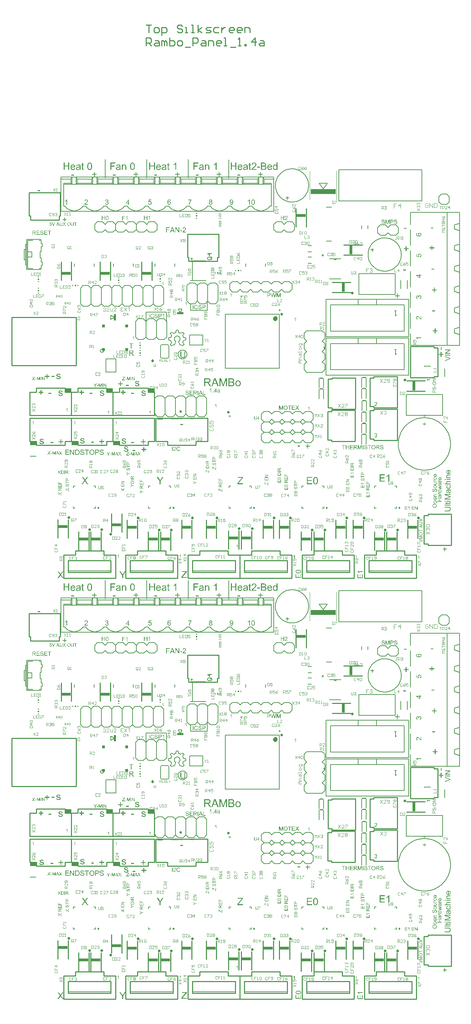
<source format=gto>
G04 Layer_Color=65535*
%FSLAX25Y25*%
%MOIN*%
G70*
G01*
G75*
%ADD10C,0.00700*%
%ADD12C,0.01000*%
%ADD67C,0.00800*%
%ADD69C,0.00600*%
%ADD71C,0.01200*%
%ADD133C,0.00984*%
%ADD134C,0.00000*%
%ADD135C,0.00500*%
%ADD136C,0.02362*%
%ADD137C,0.02500*%
%ADD138C,0.00787*%
%ADD139C,0.00400*%
%ADD140C,0.00218*%
%ADD141C,0.00163*%
%ADD142C,0.00272*%
%ADD143C,0.00340*%
%ADD144C,0.00109*%
%ADD145C,0.00005*%
%ADD146C,0.00326*%
%ADD147R,0.06250X0.03750*%
%ADD148R,0.02500X0.02500*%
%ADD149R,0.06200X0.02400*%
%ADD150R,0.24410X0.04922*%
%ADD151R,0.02000X0.02000*%
%ADD152R,0.01182X0.01181*%
%ADD153R,0.00590X0.01181*%
%ADD154R,0.01181X0.01182*%
%ADD155R,0.01181X0.00590*%
%ADD156R,0.02400X0.06200*%
%ADD157R,0.02953X0.08790*%
%ADD158R,0.08780X0.02953*%
%ADD159R,0.08790X0.02953*%
%ADD160R,0.02953X0.08780*%
G36*
X266327Y825394D02*
X265533D01*
Y826019D01*
X265522Y826008D01*
X265512Y825987D01*
X265480Y825955D01*
X265438Y825902D01*
X265395Y825849D01*
X265332Y825786D01*
X265258Y825722D01*
X265173Y825648D01*
X265077Y825584D01*
X264971Y825510D01*
X264855Y825447D01*
X264739Y825394D01*
X264601Y825341D01*
X264453Y825309D01*
X264294Y825288D01*
X264124Y825277D01*
X264061D01*
X264018Y825288D01*
X263902Y825298D01*
X263764Y825320D01*
X263584Y825362D01*
X263404Y825415D01*
X263203Y825500D01*
X263012Y825605D01*
X263002D01*
X262991Y825616D01*
X262928Y825669D01*
X262843Y825743D01*
X262726Y825849D01*
X262610Y825976D01*
X262472Y826135D01*
X262356Y826315D01*
X262239Y826527D01*
Y826537D01*
X262229Y826559D01*
X262218Y826590D01*
X262197Y826633D01*
X262176Y826686D01*
X262155Y826760D01*
X262102Y826929D01*
X262049Y827131D01*
X262006Y827363D01*
X261975Y827618D01*
X261964Y827903D01*
Y827914D01*
Y827935D01*
Y827978D01*
Y828031D01*
X261975Y828094D01*
Y828179D01*
X261996Y828359D01*
X262028Y828571D01*
X262070Y828793D01*
X262123Y829037D01*
X262208Y829270D01*
Y829280D01*
X262218Y829301D01*
X262239Y829333D01*
X262261Y829375D01*
X262314Y829481D01*
X262398Y829619D01*
X262504Y829778D01*
X262631Y829937D01*
X262779Y830085D01*
X262960Y830223D01*
X262970D01*
X262981Y830233D01*
X263044Y830276D01*
X263150Y830329D01*
X263288Y830392D01*
X263457Y830445D01*
X263648Y830498D01*
X263860Y830540D01*
X264082Y830551D01*
X264156D01*
X264241Y830540D01*
X264357Y830530D01*
X264474Y830498D01*
X264612Y830466D01*
X264749Y830413D01*
X264887Y830350D01*
X264908Y830339D01*
X264950Y830318D01*
X265014Y830276D01*
X265099Y830212D01*
X265183Y830149D01*
X265289Y830064D01*
X265385Y829958D01*
X265469Y829852D01*
Y832351D01*
X266327D01*
Y825394D01*
D02*
G37*
G36*
X199108Y830540D02*
X199214Y830530D01*
X199341Y830509D01*
X199489Y830477D01*
X199627Y830435D01*
X199775Y830382D01*
X199796Y830371D01*
X199838Y830350D01*
X199902Y830318D01*
X199987Y830265D01*
X200082Y830202D01*
X200177Y830127D01*
X200273Y830043D01*
X200347Y829947D01*
X200357Y829937D01*
X200378Y829905D01*
X200410Y829842D01*
X200453Y829767D01*
X200495Y829683D01*
X200537Y829577D01*
X200580Y829450D01*
X200611Y829323D01*
Y829312D01*
X200622Y829280D01*
X200633Y829217D01*
X200643Y829132D01*
Y829016D01*
X200654Y828867D01*
X200664Y828698D01*
Y828486D01*
Y825394D01*
X199807D01*
Y828454D01*
Y828465D01*
Y828475D01*
Y828539D01*
Y828634D01*
X199796Y828751D01*
X199785Y828867D01*
X199764Y829005D01*
X199733Y829121D01*
X199701Y829227D01*
Y829238D01*
X199680Y829270D01*
X199658Y829323D01*
X199627Y829375D01*
X199574Y829450D01*
X199510Y829513D01*
X199436Y829587D01*
X199351Y829651D01*
X199341Y829661D01*
X199309Y829672D01*
X199256Y829704D01*
X199182Y829736D01*
X199097Y829757D01*
X198991Y829789D01*
X198885Y829799D01*
X198758Y829810D01*
X198663D01*
X198568Y829789D01*
X198430Y829767D01*
X198282Y829725D01*
X198134Y829661D01*
X197964Y829577D01*
X197816Y829460D01*
X197795Y829439D01*
X197752Y829386D01*
X197689Y829301D01*
X197657Y829238D01*
X197625Y829164D01*
X197583Y829079D01*
X197551Y828984D01*
X197519Y828878D01*
X197487Y828761D01*
X197456Y828624D01*
X197445Y828475D01*
X197424Y828316D01*
Y828147D01*
Y825394D01*
X196566D01*
Y830435D01*
X197339D01*
Y829714D01*
X197350Y829725D01*
X197360Y829746D01*
X197392Y829789D01*
X197445Y829842D01*
X197498Y829905D01*
X197572Y829979D01*
X197646Y830053D01*
X197742Y830138D01*
X197858Y830212D01*
X197975Y830286D01*
X198102Y830360D01*
X198250Y830424D01*
X198398Y830477D01*
X198568Y830519D01*
X198748Y830540D01*
X198938Y830551D01*
X199012D01*
X199108Y830540D01*
D02*
G37*
G36*
X119108D02*
X119214Y830530D01*
X119341Y830509D01*
X119489Y830477D01*
X119627Y830435D01*
X119775Y830382D01*
X119796Y830371D01*
X119839Y830350D01*
X119902Y830318D01*
X119987Y830265D01*
X120082Y830202D01*
X120177Y830127D01*
X120273Y830043D01*
X120347Y829947D01*
X120357Y829937D01*
X120378Y829905D01*
X120410Y829842D01*
X120453Y829767D01*
X120495Y829683D01*
X120537Y829577D01*
X120580Y829450D01*
X120612Y829323D01*
Y829312D01*
X120622Y829280D01*
X120633Y829217D01*
X120643Y829132D01*
Y829016D01*
X120654Y828867D01*
X120665Y828698D01*
Y828486D01*
Y825394D01*
X119807D01*
Y828454D01*
Y828465D01*
Y828475D01*
Y828539D01*
Y828634D01*
X119796Y828751D01*
X119785Y828867D01*
X119764Y829005D01*
X119733Y829121D01*
X119701Y829227D01*
Y829238D01*
X119680Y829270D01*
X119658Y829323D01*
X119627Y829375D01*
X119574Y829450D01*
X119510Y829513D01*
X119436Y829587D01*
X119351Y829651D01*
X119341Y829661D01*
X119309Y829672D01*
X119256Y829704D01*
X119182Y829736D01*
X119097Y829757D01*
X118991Y829789D01*
X118885Y829799D01*
X118758Y829810D01*
X118663D01*
X118568Y829789D01*
X118430Y829767D01*
X118282Y829725D01*
X118133Y829661D01*
X117964Y829577D01*
X117816Y829460D01*
X117795Y829439D01*
X117752Y829386D01*
X117689Y829301D01*
X117657Y829238D01*
X117625Y829164D01*
X117583Y829079D01*
X117551Y828984D01*
X117519Y828878D01*
X117488Y828761D01*
X117456Y828624D01*
X117445Y828475D01*
X117424Y828316D01*
Y828147D01*
Y825394D01*
X116566D01*
Y830435D01*
X117339D01*
Y829714D01*
X117350Y829725D01*
X117360Y829746D01*
X117392Y829789D01*
X117445Y829842D01*
X117498Y829905D01*
X117572Y829979D01*
X117646Y830053D01*
X117742Y830138D01*
X117858Y830212D01*
X117975Y830286D01*
X118102Y830360D01*
X118250Y830424D01*
X118398Y830477D01*
X118568Y830519D01*
X118748Y830540D01*
X118938Y830551D01*
X119012D01*
X119108Y830540D01*
D02*
G37*
G36*
X226837Y825394D02*
X225916D01*
Y828677D01*
X222315D01*
Y825394D01*
X221394D01*
Y832351D01*
X222315D01*
Y829492D01*
X225916D01*
Y832351D01*
X226837D01*
Y825394D01*
D02*
G37*
G36*
X148337D02*
X147416D01*
Y828677D01*
X143815D01*
Y825394D01*
X142894D01*
Y832351D01*
X143815D01*
Y829492D01*
X147416D01*
Y832351D01*
X148337D01*
Y825394D01*
D02*
G37*
G36*
X65837D02*
X64916D01*
Y828677D01*
X61315D01*
Y825394D01*
X60394D01*
Y832351D01*
X61315D01*
Y829492D01*
X64916D01*
Y832351D01*
X65837D01*
Y825394D01*
D02*
G37*
G36*
X249447Y827480D02*
X246831D01*
Y828338D01*
X249447D01*
Y827480D01*
D02*
G37*
G36*
X253270Y832341D02*
X253344D01*
X253524Y832330D01*
X253725Y832298D01*
X253937Y832267D01*
X254149Y832214D01*
X254339Y832139D01*
X254350D01*
X254360Y832129D01*
X254424Y832097D01*
X254509Y832044D01*
X254614Y831981D01*
X254742Y831885D01*
X254869Y831769D01*
X254985Y831642D01*
X255102Y831483D01*
X255112Y831462D01*
X255144Y831409D01*
X255186Y831314D01*
X255239Y831197D01*
X255292Y831059D01*
X255335Y830911D01*
X255366Y830742D01*
X255377Y830562D01*
Y830540D01*
Y830488D01*
X255366Y830403D01*
X255345Y830286D01*
X255313Y830159D01*
X255271Y830021D01*
X255218Y829863D01*
X255133Y829714D01*
X255123Y829693D01*
X255091Y829651D01*
X255028Y829577D01*
X254953Y829492D01*
X254848Y829386D01*
X254720Y829291D01*
X254572Y829185D01*
X254392Y829090D01*
X254403D01*
X254424Y829079D01*
X254456Y829068D01*
X254498Y829058D01*
X254614Y829005D01*
X254752Y828941D01*
X254911Y828846D01*
X255070Y828740D01*
X255229Y828613D01*
X255366Y828454D01*
X255377Y828433D01*
X255419Y828380D01*
X255472Y828285D01*
X255546Y828158D01*
X255610Y827999D01*
X255663Y827829D01*
X255705Y827628D01*
X255716Y827406D01*
Y827385D01*
Y827321D01*
X255705Y827226D01*
X255695Y827109D01*
X255663Y826972D01*
X255631Y826813D01*
X255578Y826654D01*
X255504Y826495D01*
X255493Y826474D01*
X255472Y826421D01*
X255419Y826347D01*
X255366Y826252D01*
X255292Y826146D01*
X255208Y826040D01*
X255102Y825934D01*
X254996Y825838D01*
X254985Y825828D01*
X254943Y825807D01*
X254879Y825764D01*
X254784Y825711D01*
X254678Y825659D01*
X254540Y825605D01*
X254392Y825552D01*
X254233Y825500D01*
X254212D01*
X254149Y825478D01*
X254053Y825468D01*
X253926Y825447D01*
X253757Y825426D01*
X253566Y825415D01*
X253354Y825394D01*
X250463D01*
Y832351D01*
X253196D01*
X253270Y832341D01*
D02*
G37*
G36*
X243993Y832372D02*
X244077Y832362D01*
X244173Y832351D01*
X244279Y832341D01*
X244395Y832309D01*
X244649Y832245D01*
X244914Y832150D01*
X245052Y832087D01*
X245179Y832012D01*
X245295Y831917D01*
X245412Y831822D01*
X245422Y831811D01*
X245433Y831801D01*
X245465Y831769D01*
X245507Y831726D01*
X245550Y831663D01*
X245602Y831599D01*
X245708Y831441D01*
X245814Y831239D01*
X245910Y831006D01*
X245984Y830742D01*
X245994Y830593D01*
X246005Y830445D01*
Y830424D01*
Y830371D01*
X245994Y830286D01*
X245984Y830180D01*
X245963Y830053D01*
X245931Y829916D01*
X245888Y829767D01*
X245825Y829619D01*
X245814Y829598D01*
X245793Y829545D01*
X245751Y829471D01*
X245687Y829365D01*
X245613Y829238D01*
X245518Y829090D01*
X245391Y828941D01*
X245253Y828772D01*
X245232Y828751D01*
X245179Y828687D01*
X245083Y828592D01*
X245020Y828528D01*
X244946Y828454D01*
X244861Y828370D01*
X244755Y828274D01*
X244649Y828179D01*
X244533Y828062D01*
X244406Y827946D01*
X244257Y827819D01*
X244109Y827692D01*
X243940Y827544D01*
X243929Y827533D01*
X243908Y827512D01*
X243866Y827480D01*
X243813Y827438D01*
X243686Y827332D01*
X243527Y827194D01*
X243368Y827046D01*
X243198Y826898D01*
X243061Y826770D01*
X243008Y826717D01*
X242955Y826665D01*
X242944Y826654D01*
X242923Y826622D01*
X242881Y826580D01*
X242828Y826516D01*
X242711Y826379D01*
X242595Y826209D01*
X246016D01*
Y825394D01*
X241409D01*
Y825404D01*
Y825447D01*
Y825510D01*
X241419Y825584D01*
X241430Y825669D01*
X241441Y825764D01*
X241472Y825870D01*
X241504Y825976D01*
Y825987D01*
X241515Y825997D01*
X241536Y826061D01*
X241578Y826146D01*
X241642Y826273D01*
X241716Y826410D01*
X241822Y826569D01*
X241928Y826728D01*
X242065Y826898D01*
Y826908D01*
X242087Y826919D01*
X242140Y826982D01*
X242224Y827077D01*
X242351Y827205D01*
X242510Y827353D01*
X242701Y827533D01*
X242934Y827734D01*
X243188Y827956D01*
X243198Y827967D01*
X243241Y827999D01*
X243294Y828041D01*
X243368Y828115D01*
X243463Y828189D01*
X243569Y828285D01*
X243802Y828486D01*
X244056Y828730D01*
X244310Y828973D01*
X244438Y829090D01*
X244543Y829206D01*
X244639Y829323D01*
X244724Y829428D01*
Y829439D01*
X244745Y829450D01*
X244766Y829481D01*
X244787Y829524D01*
X244851Y829630D01*
X244925Y829767D01*
X244999Y829926D01*
X245062Y830096D01*
X245105Y830286D01*
X245126Y830466D01*
Y830477D01*
Y830488D01*
X245115Y830551D01*
X245105Y830646D01*
X245083Y830763D01*
X245031Y830900D01*
X244967Y831038D01*
X244882Y831186D01*
X244755Y831324D01*
X244734Y831335D01*
X244692Y831377D01*
X244607Y831430D01*
X244501Y831504D01*
X244363Y831568D01*
X244205Y831621D01*
X244014Y831663D01*
X243802Y831674D01*
X243739D01*
X243696Y831663D01*
X243590Y831652D01*
X243453Y831631D01*
X243294Y831578D01*
X243124Y831515D01*
X242966Y831419D01*
X242817Y831292D01*
X242807Y831271D01*
X242764Y831229D01*
X242701Y831144D01*
X242637Y831028D01*
X242563Y830879D01*
X242510Y830710D01*
X242468Y830509D01*
X242447Y830276D01*
X241568Y830371D01*
Y830382D01*
Y830413D01*
X241578Y830466D01*
X241589Y830530D01*
X241610Y830615D01*
X241621Y830710D01*
X241684Y830922D01*
X241769Y831165D01*
X241885Y831409D01*
X242044Y831652D01*
X242129Y831758D01*
X242235Y831864D01*
X242245Y831875D01*
X242267Y831885D01*
X242298Y831917D01*
X242341Y831949D01*
X242404Y831981D01*
X242478Y832034D01*
X242563Y832076D01*
X242658Y832129D01*
X242764Y832171D01*
X242881Y832224D01*
X243019Y832267D01*
X243156Y832298D01*
X243474Y832362D01*
X243643Y832372D01*
X243823Y832383D01*
X243919D01*
X243993Y832372D01*
D02*
G37*
G36*
X236008Y830540D02*
X236156Y830530D01*
X236326Y830509D01*
X236506Y830488D01*
X236675Y830445D01*
X236834Y830392D01*
X236855Y830382D01*
X236897Y830371D01*
X236972Y830329D01*
X237056Y830286D01*
X237152Y830233D01*
X237258Y830170D01*
X237342Y830096D01*
X237427Y830011D01*
X237438Y830000D01*
X237459Y829969D01*
X237491Y829926D01*
X237533Y829852D01*
X237575Y829767D01*
X237618Y829672D01*
X237660Y829556D01*
X237692Y829428D01*
Y829418D01*
X237702Y829386D01*
X237713Y829333D01*
X237723Y829249D01*
Y829143D01*
X237734Y829005D01*
X237745Y828846D01*
Y828645D01*
Y827501D01*
Y827491D01*
Y827448D01*
Y827385D01*
Y827310D01*
Y827215D01*
Y827109D01*
X237755Y826866D01*
Y826601D01*
X237766Y826357D01*
X237776Y826241D01*
Y826146D01*
X237787Y826061D01*
X237798Y825987D01*
Y825976D01*
X237808Y825934D01*
X237819Y825870D01*
X237840Y825796D01*
X237872Y825711D01*
X237914Y825605D01*
X238009Y825394D01*
X237120D01*
X237109Y825404D01*
X237099Y825436D01*
X237077Y825500D01*
X237046Y825574D01*
X237014Y825669D01*
X236993Y825775D01*
X236972Y825891D01*
X236950Y826029D01*
X236929Y826008D01*
X236866Y825966D01*
X236781Y825891D01*
X236654Y825807D01*
X236516Y825701D01*
X236357Y825605D01*
X236198Y825521D01*
X236029Y825447D01*
X236008Y825436D01*
X235955Y825426D01*
X235870Y825394D01*
X235754Y825362D01*
X235606Y825330D01*
X235447Y825309D01*
X235277Y825288D01*
X235087Y825277D01*
X235012D01*
X234949Y825288D01*
X234885D01*
X234801Y825298D01*
X234621Y825330D01*
X234409Y825373D01*
X234208Y825447D01*
X233996Y825542D01*
X233816Y825680D01*
X233795Y825701D01*
X233742Y825754D01*
X233678Y825838D01*
X233593Y825966D01*
X233509Y826114D01*
X233445Y826283D01*
X233392Y826495D01*
X233371Y826717D01*
Y826739D01*
Y826781D01*
X233382Y826855D01*
X233392Y826940D01*
X233413Y827046D01*
X233435Y827162D01*
X233477Y827279D01*
X233530Y827395D01*
X233540Y827406D01*
X233562Y827448D01*
X233593Y827501D01*
X233646Y827575D01*
X233710Y827649D01*
X233795Y827734D01*
X233879Y827808D01*
X233975Y827882D01*
X233985Y827893D01*
X234028Y827914D01*
X234081Y827946D01*
X234155Y827988D01*
X234250Y828041D01*
X234345Y828084D01*
X234462Y828126D01*
X234589Y828168D01*
X234599D01*
X234642Y828179D01*
X234695Y828189D01*
X234780Y828211D01*
X234885Y828232D01*
X235023Y828253D01*
X235171Y828274D01*
X235351Y828295D01*
X235362D01*
X235394Y828306D01*
X235447D01*
X235521Y828316D01*
X235606Y828327D01*
X235701Y828338D01*
X235934Y828380D01*
X236177Y828422D01*
X236432Y828465D01*
X236675Y828528D01*
X236781Y828560D01*
X236876Y828592D01*
Y828603D01*
Y828624D01*
X236887Y828687D01*
Y828761D01*
Y828793D01*
Y828814D01*
Y828825D01*
Y828835D01*
Y828899D01*
X236876Y828994D01*
X236855Y829100D01*
X236823Y829217D01*
X236781Y829344D01*
X236728Y829450D01*
X236643Y829545D01*
X236633Y829556D01*
X236580Y829587D01*
X236506Y829640D01*
X236400Y829693D01*
X236262Y829746D01*
X236093Y829799D01*
X235891Y829831D01*
X235669Y829842D01*
X235574D01*
X235468Y829831D01*
X235330Y829820D01*
X235182Y829789D01*
X235044Y829757D01*
X234896Y829704D01*
X234780Y829630D01*
X234769Y829619D01*
X234737Y829587D01*
X234684Y829534D01*
X234621Y829460D01*
X234546Y829354D01*
X234483Y829227D01*
X234409Y829068D01*
X234356Y828888D01*
X233519Y829005D01*
Y829016D01*
X233530Y829026D01*
X233540Y829090D01*
X233572Y829185D01*
X233604Y829312D01*
X233657Y829450D01*
X233720Y829587D01*
X233795Y829736D01*
X233890Y829863D01*
X233900Y829873D01*
X233943Y829916D01*
X233996Y829979D01*
X234081Y830053D01*
X234186Y830127D01*
X234324Y830212D01*
X234472Y830297D01*
X234642Y830371D01*
X234652D01*
X234663Y830382D01*
X234695Y830392D01*
X234727Y830403D01*
X234832Y830424D01*
X234970Y830466D01*
X235139Y830498D01*
X235330Y830519D01*
X235553Y830540D01*
X235786Y830551D01*
X235891D01*
X236008Y830540D01*
D02*
G37*
G36*
X207654Y825394D02*
X206796D01*
Y830837D01*
X206785Y830826D01*
X206743Y830784D01*
X206669Y830731D01*
X206574Y830657D01*
X206457Y830562D01*
X206319Y830466D01*
X206161Y830350D01*
X205981Y830244D01*
X205970D01*
X205960Y830233D01*
X205896Y830191D01*
X205801Y830138D01*
X205684Y830075D01*
X205546Y830000D01*
X205398Y829937D01*
X205239Y829863D01*
X205091Y829799D01*
Y830636D01*
X205102D01*
X205123Y830646D01*
X205165Y830667D01*
X205208Y830699D01*
X205271Y830731D01*
X205345Y830763D01*
X205515Y830858D01*
X205705Y830975D01*
X205917Y831112D01*
X206129Y831271D01*
X206330Y831441D01*
X206341Y831451D01*
X206351Y831462D01*
X206415Y831525D01*
X206510Y831621D01*
X206627Y831737D01*
X206754Y831885D01*
X206881Y832044D01*
X206997Y832214D01*
X207093Y832383D01*
X207654D01*
Y825394D01*
D02*
G37*
G36*
X193516Y830540D02*
X193665Y830530D01*
X193834Y830509D01*
X194014Y830488D01*
X194183Y830445D01*
X194342Y830392D01*
X194363Y830382D01*
X194406Y830371D01*
X194480Y830329D01*
X194565Y830286D01*
X194660Y830233D01*
X194766Y830170D01*
X194851Y830096D01*
X194935Y830011D01*
X194946Y830000D01*
X194967Y829969D01*
X194999Y829926D01*
X195041Y829852D01*
X195083Y829767D01*
X195126Y829672D01*
X195168Y829556D01*
X195200Y829428D01*
Y829418D01*
X195211Y829386D01*
X195221Y829333D01*
X195232Y829249D01*
Y829143D01*
X195242Y829005D01*
X195253Y828846D01*
Y828645D01*
Y827501D01*
Y827491D01*
Y827448D01*
Y827385D01*
Y827310D01*
Y827215D01*
Y827109D01*
X195264Y826866D01*
Y826601D01*
X195274Y826357D01*
X195285Y826241D01*
Y826146D01*
X195295Y826061D01*
X195306Y825987D01*
Y825976D01*
X195317Y825934D01*
X195327Y825870D01*
X195348Y825796D01*
X195380Y825711D01*
X195422Y825605D01*
X195518Y825394D01*
X194628D01*
X194618Y825404D01*
X194607Y825436D01*
X194586Y825500D01*
X194554Y825574D01*
X194522Y825669D01*
X194501Y825775D01*
X194480Y825891D01*
X194459Y826029D01*
X194438Y826008D01*
X194374Y825966D01*
X194289Y825891D01*
X194162Y825807D01*
X194025Y825701D01*
X193866Y825605D01*
X193707Y825521D01*
X193537Y825447D01*
X193516Y825436D01*
X193463Y825426D01*
X193379Y825394D01*
X193262Y825362D01*
X193114Y825330D01*
X192955Y825309D01*
X192786Y825288D01*
X192595Y825277D01*
X192521D01*
X192457Y825288D01*
X192394D01*
X192309Y825298D01*
X192129Y825330D01*
X191917Y825373D01*
X191716Y825447D01*
X191504Y825542D01*
X191324Y825680D01*
X191303Y825701D01*
X191250Y825754D01*
X191186Y825838D01*
X191102Y825966D01*
X191017Y826114D01*
X190953Y826283D01*
X190901Y826495D01*
X190879Y826717D01*
Y826739D01*
Y826781D01*
X190890Y826855D01*
X190901Y826940D01*
X190922Y827046D01*
X190943Y827162D01*
X190985Y827279D01*
X191038Y827395D01*
X191049Y827406D01*
X191070Y827448D01*
X191102Y827501D01*
X191155Y827575D01*
X191218Y827649D01*
X191303Y827734D01*
X191388Y827808D01*
X191483Y827882D01*
X191493Y827893D01*
X191536Y827914D01*
X191589Y827946D01*
X191663Y827988D01*
X191758Y828041D01*
X191854Y828084D01*
X191970Y828126D01*
X192097Y828168D01*
X192108D01*
X192150Y828179D01*
X192203Y828189D01*
X192288Y828211D01*
X192394Y828232D01*
X192531Y828253D01*
X192680Y828274D01*
X192860Y828295D01*
X192870D01*
X192902Y828306D01*
X192955D01*
X193029Y828316D01*
X193114Y828327D01*
X193209Y828338D01*
X193442Y828380D01*
X193686Y828422D01*
X193940Y828465D01*
X194183Y828528D01*
X194289Y828560D01*
X194385Y828592D01*
Y828603D01*
Y828624D01*
X194395Y828687D01*
Y828761D01*
Y828793D01*
Y828814D01*
Y828825D01*
Y828835D01*
Y828899D01*
X194385Y828994D01*
X194363Y829100D01*
X194332Y829217D01*
X194289Y829344D01*
X194236Y829450D01*
X194152Y829545D01*
X194141Y829556D01*
X194088Y829587D01*
X194014Y829640D01*
X193908Y829693D01*
X193770Y829746D01*
X193601Y829799D01*
X193400Y829831D01*
X193177Y829842D01*
X193082D01*
X192976Y829831D01*
X192839Y829820D01*
X192690Y829789D01*
X192552Y829757D01*
X192404Y829704D01*
X192288Y829630D01*
X192277Y829619D01*
X192245Y829587D01*
X192192Y829534D01*
X192129Y829460D01*
X192055Y829354D01*
X191991Y829227D01*
X191917Y829068D01*
X191864Y828888D01*
X191028Y829005D01*
Y829016D01*
X191038Y829026D01*
X191049Y829090D01*
X191080Y829185D01*
X191112Y829312D01*
X191165Y829450D01*
X191229Y829587D01*
X191303Y829736D01*
X191398Y829863D01*
X191409Y829873D01*
X191451Y829916D01*
X191504Y829979D01*
X191589Y830053D01*
X191695Y830127D01*
X191832Y830212D01*
X191981Y830297D01*
X192150Y830371D01*
X192161D01*
X192171Y830382D01*
X192203Y830392D01*
X192235Y830403D01*
X192341Y830424D01*
X192478Y830466D01*
X192648Y830498D01*
X192839Y830519D01*
X193061Y830540D01*
X193294Y830551D01*
X193400D01*
X193516Y830540D01*
D02*
G37*
G36*
X190085Y831536D02*
X186315D01*
Y829365D01*
X189577D01*
Y828549D01*
X186315D01*
Y825394D01*
X185394D01*
Y832351D01*
X190085D01*
Y831536D01*
D02*
G37*
G36*
X168945Y825394D02*
X168087D01*
Y830837D01*
X168077Y830826D01*
X168034Y830784D01*
X167960Y830731D01*
X167865Y830657D01*
X167748Y830562D01*
X167611Y830466D01*
X167452Y830350D01*
X167272Y830244D01*
X167261D01*
X167251Y830233D01*
X167187Y830191D01*
X167092Y830138D01*
X166975Y830075D01*
X166838Y830000D01*
X166689Y829937D01*
X166531Y829863D01*
X166382Y829799D01*
Y830636D01*
X166393D01*
X166414Y830646D01*
X166456Y830667D01*
X166499Y830699D01*
X166562Y830731D01*
X166637Y830763D01*
X166806Y830858D01*
X166997Y830975D01*
X167208Y831112D01*
X167420Y831271D01*
X167621Y831441D01*
X167632Y831451D01*
X167642Y831462D01*
X167706Y831525D01*
X167801Y831621D01*
X167918Y831737D01*
X168045Y831885D01*
X168172Y832044D01*
X168289Y832214D01*
X168384Y832383D01*
X168945D01*
Y825394D01*
D02*
G37*
G36*
X157508Y830540D02*
X157656Y830530D01*
X157826Y830509D01*
X158006Y830488D01*
X158175Y830445D01*
X158334Y830392D01*
X158355Y830382D01*
X158397Y830371D01*
X158472Y830329D01*
X158556Y830286D01*
X158652Y830233D01*
X158757Y830170D01*
X158842Y830096D01*
X158927Y830011D01*
X158938Y830000D01*
X158959Y829969D01*
X158991Y829926D01*
X159033Y829852D01*
X159075Y829767D01*
X159118Y829672D01*
X159160Y829556D01*
X159192Y829428D01*
Y829418D01*
X159202Y829386D01*
X159213Y829333D01*
X159223Y829249D01*
Y829143D01*
X159234Y829005D01*
X159245Y828846D01*
Y828645D01*
Y827501D01*
Y827491D01*
Y827448D01*
Y827385D01*
Y827310D01*
Y827215D01*
Y827109D01*
X159255Y826866D01*
Y826601D01*
X159266Y826357D01*
X159276Y826241D01*
Y826146D01*
X159287Y826061D01*
X159298Y825987D01*
Y825976D01*
X159308Y825934D01*
X159319Y825870D01*
X159340Y825796D01*
X159372Y825711D01*
X159414Y825605D01*
X159509Y825394D01*
X158620D01*
X158609Y825404D01*
X158599Y825436D01*
X158578Y825500D01*
X158546Y825574D01*
X158514Y825669D01*
X158493Y825775D01*
X158472Y825891D01*
X158450Y826029D01*
X158429Y826008D01*
X158366Y825966D01*
X158281Y825891D01*
X158154Y825807D01*
X158016Y825701D01*
X157857Y825605D01*
X157699Y825521D01*
X157529Y825447D01*
X157508Y825436D01*
X157455Y825426D01*
X157370Y825394D01*
X157254Y825362D01*
X157106Y825330D01*
X156947Y825309D01*
X156777Y825288D01*
X156587Y825277D01*
X156512D01*
X156449Y825288D01*
X156385D01*
X156301Y825298D01*
X156121Y825330D01*
X155909Y825373D01*
X155708Y825447D01*
X155496Y825542D01*
X155316Y825680D01*
X155295Y825701D01*
X155242Y825754D01*
X155178Y825838D01*
X155093Y825966D01*
X155009Y826114D01*
X154945Y826283D01*
X154892Y826495D01*
X154871Y826717D01*
Y826739D01*
Y826781D01*
X154882Y826855D01*
X154892Y826940D01*
X154913Y827046D01*
X154935Y827162D01*
X154977Y827279D01*
X155030Y827395D01*
X155040Y827406D01*
X155062Y827448D01*
X155093Y827501D01*
X155146Y827575D01*
X155210Y827649D01*
X155295Y827734D01*
X155379Y827808D01*
X155475Y827882D01*
X155485Y827893D01*
X155528Y827914D01*
X155580Y827946D01*
X155655Y827988D01*
X155750Y828041D01*
X155845Y828084D01*
X155962Y828126D01*
X156089Y828168D01*
X156099D01*
X156142Y828179D01*
X156195Y828189D01*
X156280Y828211D01*
X156385Y828232D01*
X156523Y828253D01*
X156671Y828274D01*
X156851Y828295D01*
X156862D01*
X156894Y828306D01*
X156947D01*
X157021Y828316D01*
X157106Y828327D01*
X157201Y828338D01*
X157434Y828380D01*
X157677Y828422D01*
X157931Y828465D01*
X158175Y828528D01*
X158281Y828560D01*
X158376Y828592D01*
Y828603D01*
Y828624D01*
X158387Y828687D01*
Y828761D01*
Y828793D01*
Y828814D01*
Y828825D01*
Y828835D01*
Y828899D01*
X158376Y828994D01*
X158355Y829100D01*
X158323Y829217D01*
X158281Y829344D01*
X158228Y829450D01*
X158143Y829545D01*
X158133Y829556D01*
X158080Y829587D01*
X158006Y829640D01*
X157900Y829693D01*
X157762Y829746D01*
X157593Y829799D01*
X157391Y829831D01*
X157169Y829842D01*
X157074D01*
X156968Y829831D01*
X156830Y829820D01*
X156682Y829789D01*
X156544Y829757D01*
X156396Y829704D01*
X156280Y829630D01*
X156269Y829619D01*
X156237Y829587D01*
X156184Y829534D01*
X156121Y829460D01*
X156046Y829354D01*
X155983Y829227D01*
X155909Y829068D01*
X155856Y828888D01*
X155019Y829005D01*
Y829016D01*
X155030Y829026D01*
X155040Y829090D01*
X155072Y829185D01*
X155104Y829312D01*
X155157Y829450D01*
X155220Y829587D01*
X155295Y829736D01*
X155390Y829863D01*
X155401Y829873D01*
X155443Y829916D01*
X155496Y829979D01*
X155580Y830053D01*
X155686Y830127D01*
X155824Y830212D01*
X155972Y830297D01*
X156142Y830371D01*
X156152D01*
X156163Y830382D01*
X156195Y830392D01*
X156227Y830403D01*
X156332Y830424D01*
X156470Y830466D01*
X156640Y830498D01*
X156830Y830519D01*
X157053Y830540D01*
X157285Y830551D01*
X157391D01*
X157508Y830540D01*
D02*
G37*
G36*
X113516D02*
X113664Y830530D01*
X113834Y830509D01*
X114014Y830488D01*
X114183Y830445D01*
X114342Y830392D01*
X114363Y830382D01*
X114406Y830371D01*
X114480Y830329D01*
X114565Y830286D01*
X114660Y830233D01*
X114766Y830170D01*
X114851Y830096D01*
X114935Y830011D01*
X114946Y830000D01*
X114967Y829969D01*
X114999Y829926D01*
X115041Y829852D01*
X115084Y829767D01*
X115126Y829672D01*
X115168Y829556D01*
X115200Y829428D01*
Y829418D01*
X115211Y829386D01*
X115221Y829333D01*
X115232Y829249D01*
Y829143D01*
X115242Y829005D01*
X115253Y828846D01*
Y828645D01*
Y827501D01*
Y827491D01*
Y827448D01*
Y827385D01*
Y827310D01*
Y827215D01*
Y827109D01*
X115264Y826866D01*
Y826601D01*
X115274Y826357D01*
X115285Y826241D01*
Y826146D01*
X115295Y826061D01*
X115306Y825987D01*
Y825976D01*
X115316Y825934D01*
X115327Y825870D01*
X115348Y825796D01*
X115380Y825711D01*
X115422Y825605D01*
X115518Y825394D01*
X114628D01*
X114618Y825404D01*
X114607Y825436D01*
X114586Y825500D01*
X114554Y825574D01*
X114522Y825669D01*
X114501Y825775D01*
X114480Y825891D01*
X114459Y826029D01*
X114438Y826008D01*
X114374Y825966D01*
X114289Y825891D01*
X114162Y825807D01*
X114024Y825701D01*
X113866Y825605D01*
X113707Y825521D01*
X113537Y825447D01*
X113516Y825436D01*
X113463Y825426D01*
X113379Y825394D01*
X113262Y825362D01*
X113114Y825330D01*
X112955Y825309D01*
X112785Y825288D01*
X112595Y825277D01*
X112521D01*
X112457Y825288D01*
X112394D01*
X112309Y825298D01*
X112129Y825330D01*
X111917Y825373D01*
X111716Y825447D01*
X111504Y825542D01*
X111324Y825680D01*
X111303Y825701D01*
X111250Y825754D01*
X111186Y825838D01*
X111102Y825966D01*
X111017Y826114D01*
X110953Y826283D01*
X110900Y826495D01*
X110879Y826717D01*
Y826739D01*
Y826781D01*
X110890Y826855D01*
X110900Y826940D01*
X110922Y827046D01*
X110943Y827162D01*
X110985Y827279D01*
X111038Y827395D01*
X111049Y827406D01*
X111070Y827448D01*
X111102Y827501D01*
X111155Y827575D01*
X111218Y827649D01*
X111303Y827734D01*
X111388Y827808D01*
X111483Y827882D01*
X111494Y827893D01*
X111536Y827914D01*
X111589Y827946D01*
X111663Y827988D01*
X111758Y828041D01*
X111854Y828084D01*
X111970Y828126D01*
X112097Y828168D01*
X112108D01*
X112150Y828179D01*
X112203Y828189D01*
X112288Y828211D01*
X112394Y828232D01*
X112531Y828253D01*
X112680Y828274D01*
X112860Y828295D01*
X112870D01*
X112902Y828306D01*
X112955D01*
X113029Y828316D01*
X113114Y828327D01*
X113209Y828338D01*
X113442Y828380D01*
X113686Y828422D01*
X113940Y828465D01*
X114183Y828528D01*
X114289Y828560D01*
X114385Y828592D01*
Y828603D01*
Y828624D01*
X114395Y828687D01*
Y828761D01*
Y828793D01*
Y828814D01*
Y828825D01*
Y828835D01*
Y828899D01*
X114385Y828994D01*
X114363Y829100D01*
X114332Y829217D01*
X114289Y829344D01*
X114236Y829450D01*
X114152Y829545D01*
X114141Y829556D01*
X114088Y829587D01*
X114014Y829640D01*
X113908Y829693D01*
X113770Y829746D01*
X113601Y829799D01*
X113400Y829831D01*
X113177Y829842D01*
X113082D01*
X112976Y829831D01*
X112838Y829820D01*
X112690Y829789D01*
X112552Y829757D01*
X112404Y829704D01*
X112288Y829630D01*
X112277Y829619D01*
X112245Y829587D01*
X112192Y829534D01*
X112129Y829460D01*
X112055Y829354D01*
X111991Y829227D01*
X111917Y829068D01*
X111864Y828888D01*
X111028Y829005D01*
Y829016D01*
X111038Y829026D01*
X111049Y829090D01*
X111081Y829185D01*
X111112Y829312D01*
X111165Y829450D01*
X111229Y829587D01*
X111303Y829736D01*
X111398Y829863D01*
X111409Y829873D01*
X111451Y829916D01*
X111504Y829979D01*
X111589Y830053D01*
X111695Y830127D01*
X111832Y830212D01*
X111981Y830297D01*
X112150Y830371D01*
X112161D01*
X112171Y830382D01*
X112203Y830392D01*
X112235Y830403D01*
X112341Y830424D01*
X112478Y830466D01*
X112648Y830498D01*
X112838Y830519D01*
X113061Y830540D01*
X113294Y830551D01*
X113400D01*
X113516Y830540D01*
D02*
G37*
G36*
X110085Y831536D02*
X106315D01*
Y829365D01*
X109577D01*
Y828549D01*
X106315D01*
Y825394D01*
X105394D01*
Y832351D01*
X110085D01*
Y831536D01*
D02*
G37*
G36*
X75008Y830540D02*
X75156Y830530D01*
X75326Y830509D01*
X75506Y830488D01*
X75675Y830445D01*
X75834Y830392D01*
X75855Y830382D01*
X75898Y830371D01*
X75972Y830329D01*
X76056Y830286D01*
X76152Y830233D01*
X76257Y830170D01*
X76342Y830096D01*
X76427Y830011D01*
X76437Y830000D01*
X76459Y829969D01*
X76490Y829926D01*
X76533Y829852D01*
X76575Y829767D01*
X76618Y829672D01*
X76660Y829556D01*
X76692Y829428D01*
Y829418D01*
X76702Y829386D01*
X76713Y829333D01*
X76723Y829249D01*
Y829143D01*
X76734Y829005D01*
X76745Y828846D01*
Y828645D01*
Y827501D01*
Y827491D01*
Y827448D01*
Y827385D01*
Y827310D01*
Y827215D01*
Y827109D01*
X76755Y826866D01*
Y826601D01*
X76766Y826357D01*
X76776Y826241D01*
Y826146D01*
X76787Y826061D01*
X76798Y825987D01*
Y825976D01*
X76808Y825934D01*
X76819Y825870D01*
X76840Y825796D01*
X76872Y825711D01*
X76914Y825605D01*
X77009Y825394D01*
X76120D01*
X76109Y825404D01*
X76099Y825436D01*
X76078Y825500D01*
X76046Y825574D01*
X76014Y825669D01*
X75993Y825775D01*
X75972Y825891D01*
X75950Y826029D01*
X75929Y826008D01*
X75866Y825966D01*
X75781Y825891D01*
X75654Y825807D01*
X75516Y825701D01*
X75357Y825605D01*
X75199Y825521D01*
X75029Y825447D01*
X75008Y825436D01*
X74955Y825426D01*
X74870Y825394D01*
X74754Y825362D01*
X74606Y825330D01*
X74447Y825309D01*
X74277Y825288D01*
X74087Y825277D01*
X74012D01*
X73949Y825288D01*
X73885D01*
X73801Y825298D01*
X73621Y825330D01*
X73409Y825373D01*
X73208Y825447D01*
X72996Y825542D01*
X72816Y825680D01*
X72795Y825701D01*
X72742Y825754D01*
X72678Y825838D01*
X72593Y825966D01*
X72509Y826114D01*
X72445Y826283D01*
X72392Y826495D01*
X72371Y826717D01*
Y826739D01*
Y826781D01*
X72382Y826855D01*
X72392Y826940D01*
X72413Y827046D01*
X72435Y827162D01*
X72477Y827279D01*
X72530Y827395D01*
X72540Y827406D01*
X72562Y827448D01*
X72593Y827501D01*
X72646Y827575D01*
X72710Y827649D01*
X72795Y827734D01*
X72879Y827808D01*
X72975Y827882D01*
X72985Y827893D01*
X73028Y827914D01*
X73080Y827946D01*
X73155Y827988D01*
X73250Y828041D01*
X73345Y828084D01*
X73462Y828126D01*
X73589Y828168D01*
X73599D01*
X73642Y828179D01*
X73695Y828189D01*
X73779Y828211D01*
X73885Y828232D01*
X74023Y828253D01*
X74171Y828274D01*
X74351Y828295D01*
X74362D01*
X74394Y828306D01*
X74447D01*
X74521Y828316D01*
X74606Y828327D01*
X74701Y828338D01*
X74934Y828380D01*
X75177Y828422D01*
X75432Y828465D01*
X75675Y828528D01*
X75781Y828560D01*
X75876Y828592D01*
Y828603D01*
Y828624D01*
X75887Y828687D01*
Y828761D01*
Y828793D01*
Y828814D01*
Y828825D01*
Y828835D01*
Y828899D01*
X75876Y828994D01*
X75855Y829100D01*
X75823Y829217D01*
X75781Y829344D01*
X75728Y829450D01*
X75643Y829545D01*
X75633Y829556D01*
X75580Y829587D01*
X75506Y829640D01*
X75400Y829693D01*
X75262Y829746D01*
X75093Y829799D01*
X74891Y829831D01*
X74669Y829842D01*
X74574D01*
X74468Y829831D01*
X74330Y829820D01*
X74182Y829789D01*
X74044Y829757D01*
X73896Y829704D01*
X73779Y829630D01*
X73769Y829619D01*
X73737Y829587D01*
X73684Y829534D01*
X73621Y829460D01*
X73546Y829354D01*
X73483Y829227D01*
X73409Y829068D01*
X73356Y828888D01*
X72519Y829005D01*
Y829016D01*
X72530Y829026D01*
X72540Y829090D01*
X72572Y829185D01*
X72604Y829312D01*
X72657Y829450D01*
X72720Y829587D01*
X72795Y829736D01*
X72890Y829863D01*
X72900Y829873D01*
X72943Y829916D01*
X72996Y829979D01*
X73080Y830053D01*
X73186Y830127D01*
X73324Y830212D01*
X73472Y830297D01*
X73642Y830371D01*
X73652D01*
X73663Y830382D01*
X73695Y830392D01*
X73726Y830403D01*
X73832Y830424D01*
X73970Y830466D01*
X74139Y830498D01*
X74330Y830519D01*
X74553Y830540D01*
X74786Y830551D01*
X74891D01*
X75008Y830540D01*
D02*
G37*
G36*
X240064Y830435D02*
X240922D01*
Y829767D01*
X240064D01*
Y826813D01*
Y826802D01*
Y826760D01*
Y826696D01*
X240074Y826622D01*
X240085Y826463D01*
X240096Y826400D01*
X240106Y826347D01*
X240117Y826326D01*
X240138Y826283D01*
X240180Y826230D01*
X240244Y826177D01*
X240265Y826167D01*
X240318Y826156D01*
X240413Y826135D01*
X240540Y826124D01*
X240646D01*
X240699Y826135D01*
X240763D01*
X240922Y826156D01*
X241038Y825404D01*
X241017D01*
X240975Y825394D01*
X240911Y825383D01*
X240816Y825373D01*
X240720Y825351D01*
X240615Y825341D01*
X240392Y825330D01*
X240318D01*
X240233Y825341D01*
X240127Y825351D01*
X240011Y825362D01*
X239884Y825394D01*
X239767Y825426D01*
X239662Y825468D01*
X239651Y825478D01*
X239619Y825500D01*
X239577Y825531D01*
X239524Y825574D01*
X239460Y825627D01*
X239407Y825690D01*
X239344Y825764D01*
X239301Y825849D01*
Y825860D01*
X239291Y825902D01*
X239270Y825966D01*
X239259Y826071D01*
X239238Y826209D01*
X239227Y826283D01*
X239217Y826379D01*
Y826484D01*
X239206Y826601D01*
Y826728D01*
Y826866D01*
Y829767D01*
X238571D01*
Y830435D01*
X239206D01*
Y831674D01*
X240064Y832193D01*
Y830435D01*
D02*
G37*
G36*
X161564D02*
X162422D01*
Y829767D01*
X161564D01*
Y826813D01*
Y826802D01*
Y826760D01*
Y826696D01*
X161574Y826622D01*
X161585Y826463D01*
X161596Y826400D01*
X161606Y826347D01*
X161617Y826326D01*
X161638Y826283D01*
X161680Y826230D01*
X161744Y826177D01*
X161765Y826167D01*
X161818Y826156D01*
X161913Y826135D01*
X162040Y826124D01*
X162146D01*
X162199Y826135D01*
X162263D01*
X162422Y826156D01*
X162538Y825404D01*
X162517D01*
X162475Y825394D01*
X162411Y825383D01*
X162316Y825373D01*
X162221Y825351D01*
X162115Y825341D01*
X161892Y825330D01*
X161818D01*
X161733Y825341D01*
X161627Y825351D01*
X161511Y825362D01*
X161384Y825394D01*
X161267Y825426D01*
X161161Y825468D01*
X161151Y825478D01*
X161119Y825500D01*
X161077Y825531D01*
X161024Y825574D01*
X160960Y825627D01*
X160907Y825690D01*
X160844Y825764D01*
X160801Y825849D01*
Y825860D01*
X160791Y825902D01*
X160770Y825966D01*
X160759Y826071D01*
X160738Y826209D01*
X160727Y826283D01*
X160717Y826379D01*
Y826484D01*
X160706Y826601D01*
Y826728D01*
Y826866D01*
Y829767D01*
X160071D01*
Y830435D01*
X160706D01*
Y831674D01*
X161564Y832193D01*
Y830435D01*
D02*
G37*
G36*
X79064D02*
X79922D01*
Y829767D01*
X79064D01*
Y826813D01*
Y826802D01*
Y826760D01*
Y826696D01*
X79075Y826622D01*
X79085Y826463D01*
X79096Y826400D01*
X79106Y826347D01*
X79117Y826326D01*
X79138Y826283D01*
X79180Y826230D01*
X79244Y826177D01*
X79265Y826167D01*
X79318Y826156D01*
X79413Y826135D01*
X79540Y826124D01*
X79646D01*
X79699Y826135D01*
X79763D01*
X79922Y826156D01*
X80038Y825404D01*
X80017D01*
X79975Y825394D01*
X79911Y825383D01*
X79816Y825373D01*
X79720Y825351D01*
X79615Y825341D01*
X79392Y825330D01*
X79318D01*
X79233Y825341D01*
X79127Y825351D01*
X79011Y825362D01*
X78884Y825394D01*
X78767Y825426D01*
X78662Y825468D01*
X78651Y825478D01*
X78619Y825500D01*
X78577Y825531D01*
X78524Y825574D01*
X78460Y825627D01*
X78407Y825690D01*
X78344Y825764D01*
X78301Y825849D01*
Y825860D01*
X78291Y825902D01*
X78270Y825966D01*
X78259Y826071D01*
X78238Y826209D01*
X78227Y826283D01*
X78217Y826379D01*
Y826484D01*
X78206Y826601D01*
Y826728D01*
Y826866D01*
Y829767D01*
X77571D01*
Y830435D01*
X78206D01*
Y831674D01*
X79064Y832193D01*
Y830435D01*
D02*
G37*
G36*
X259105Y830540D02*
X259189Y830530D01*
X259295Y830519D01*
X259401Y830498D01*
X259528Y830466D01*
X259783Y830382D01*
X259920Y830329D01*
X260058Y830254D01*
X260195Y830180D01*
X260333Y830085D01*
X260460Y829979D01*
X260587Y829852D01*
X260598Y829842D01*
X260619Y829820D01*
X260651Y829778D01*
X260693Y829725D01*
X260736Y829651D01*
X260788Y829566D01*
X260852Y829471D01*
X260916Y829354D01*
X260968Y829217D01*
X261032Y829079D01*
X261085Y828920D01*
X261138Y828740D01*
X261170Y828560D01*
X261202Y828359D01*
X261223Y828147D01*
X261233Y827914D01*
Y827903D01*
Y827861D01*
Y827787D01*
X261223Y827692D01*
X257474D01*
Y827681D01*
Y827660D01*
X257484Y827607D01*
Y827554D01*
X257495Y827480D01*
X257506Y827406D01*
X257548Y827215D01*
X257611Y827014D01*
X257686Y826802D01*
X257802Y826590D01*
X257940Y826410D01*
X257961Y826389D01*
X258014Y826347D01*
X258109Y826273D01*
X258226Y826198D01*
X258385Y826114D01*
X258565Y826040D01*
X258766Y825997D01*
X258988Y825976D01*
X259073D01*
X259158Y825987D01*
X259263Y826008D01*
X259391Y826040D01*
X259528Y826082D01*
X259666Y826135D01*
X259793Y826220D01*
X259804Y826230D01*
X259846Y826273D01*
X259910Y826326D01*
X259984Y826421D01*
X260068Y826527D01*
X260153Y826665D01*
X260238Y826834D01*
X260322Y827025D01*
X261202Y826908D01*
Y826898D01*
X261191Y826876D01*
X261180Y826834D01*
X261159Y826781D01*
X261138Y826717D01*
X261106Y826643D01*
X261021Y826463D01*
X260916Y826273D01*
X260788Y826071D01*
X260619Y825870D01*
X260428Y825701D01*
X260418D01*
X260407Y825680D01*
X260375Y825659D01*
X260322Y825637D01*
X260270Y825605D01*
X260206Y825563D01*
X260132Y825531D01*
X260037Y825489D01*
X259835Y825415D01*
X259581Y825341D01*
X259306Y825298D01*
X258988Y825277D01*
X258882D01*
X258808Y825288D01*
X258713Y825298D01*
X258607Y825309D01*
X258490Y825330D01*
X258353Y825362D01*
X258078Y825447D01*
X257929Y825500D01*
X257791Y825563D01*
X257643Y825637D01*
X257506Y825733D01*
X257368Y825838D01*
X257241Y825955D01*
X257230Y825966D01*
X257209Y825987D01*
X257177Y826029D01*
X257146Y826082D01*
X257093Y826146D01*
X257040Y826230D01*
X256976Y826336D01*
X256923Y826453D01*
X256860Y826580D01*
X256796Y826717D01*
X256743Y826876D01*
X256701Y827046D01*
X256658Y827226D01*
X256627Y827427D01*
X256606Y827639D01*
X256595Y827861D01*
Y827872D01*
Y827914D01*
Y827988D01*
X256606Y828073D01*
X256616Y828179D01*
X256627Y828306D01*
X256648Y828444D01*
X256680Y828592D01*
X256754Y828910D01*
X256807Y829068D01*
X256870Y829238D01*
X256944Y829397D01*
X257029Y829556D01*
X257124Y829704D01*
X257241Y829842D01*
X257251Y829852D01*
X257273Y829873D01*
X257304Y829905D01*
X257357Y829958D01*
X257421Y830011D01*
X257506Y830064D01*
X257590Y830127D01*
X257696Y830202D01*
X257813Y830265D01*
X257940Y830329D01*
X258078Y830382D01*
X258236Y830445D01*
X258395Y830488D01*
X258565Y830519D01*
X258745Y830540D01*
X258935Y830551D01*
X259031D01*
X259105Y830540D01*
D02*
G37*
G36*
X230490D02*
X230575Y830530D01*
X230681Y830519D01*
X230787Y830498D01*
X230914Y830466D01*
X231168Y830382D01*
X231306Y830329D01*
X231444Y830254D01*
X231581Y830180D01*
X231719Y830085D01*
X231846Y829979D01*
X231973Y829852D01*
X231984Y829842D01*
X232005Y829820D01*
X232037Y829778D01*
X232079Y829725D01*
X232121Y829651D01*
X232174Y829566D01*
X232238Y829471D01*
X232301Y829354D01*
X232354Y829217D01*
X232418Y829079D01*
X232471Y828920D01*
X232524Y828740D01*
X232556Y828560D01*
X232587Y828359D01*
X232609Y828147D01*
X232619Y827914D01*
Y827903D01*
Y827861D01*
Y827787D01*
X232609Y827692D01*
X228860D01*
Y827681D01*
Y827660D01*
X228870Y827607D01*
Y827554D01*
X228881Y827480D01*
X228891Y827406D01*
X228934Y827215D01*
X228997Y827014D01*
X229071Y826802D01*
X229188Y826590D01*
X229326Y826410D01*
X229347Y826389D01*
X229400Y826347D01*
X229495Y826273D01*
X229611Y826198D01*
X229770Y826114D01*
X229950Y826040D01*
X230152Y825997D01*
X230374Y825976D01*
X230459D01*
X230543Y825987D01*
X230649Y826008D01*
X230776Y826040D01*
X230914Y826082D01*
X231052Y826135D01*
X231179Y826220D01*
X231189Y826230D01*
X231232Y826273D01*
X231295Y826326D01*
X231369Y826421D01*
X231454Y826527D01*
X231539Y826665D01*
X231624Y826834D01*
X231708Y827025D01*
X232587Y826908D01*
Y826898D01*
X232577Y826876D01*
X232566Y826834D01*
X232545Y826781D01*
X232524Y826717D01*
X232492Y826643D01*
X232407Y826463D01*
X232301Y826273D01*
X232174Y826071D01*
X232005Y825870D01*
X231814Y825701D01*
X231804D01*
X231793Y825680D01*
X231761Y825659D01*
X231708Y825637D01*
X231655Y825605D01*
X231592Y825563D01*
X231518Y825531D01*
X231422Y825489D01*
X231221Y825415D01*
X230967Y825341D01*
X230692Y825298D01*
X230374Y825277D01*
X230268D01*
X230194Y825288D01*
X230099Y825298D01*
X229993Y825309D01*
X229876Y825330D01*
X229739Y825362D01*
X229463Y825447D01*
X229315Y825500D01*
X229177Y825563D01*
X229029Y825637D01*
X228891Y825733D01*
X228754Y825838D01*
X228627Y825955D01*
X228616Y825966D01*
X228595Y825987D01*
X228563Y826029D01*
X228531Y826082D01*
X228478Y826146D01*
X228426Y826230D01*
X228362Y826336D01*
X228309Y826453D01*
X228245Y826580D01*
X228182Y826717D01*
X228129Y826876D01*
X228087Y827046D01*
X228044Y827226D01*
X228012Y827427D01*
X227991Y827639D01*
X227981Y827861D01*
Y827872D01*
Y827914D01*
Y827988D01*
X227991Y828073D01*
X228002Y828179D01*
X228012Y828306D01*
X228034Y828444D01*
X228065Y828592D01*
X228139Y828910D01*
X228192Y829068D01*
X228256Y829238D01*
X228330Y829397D01*
X228415Y829556D01*
X228510Y829704D01*
X228627Y829842D01*
X228637Y829852D01*
X228658Y829873D01*
X228690Y829905D01*
X228743Y829958D01*
X228807Y830011D01*
X228891Y830064D01*
X228976Y830127D01*
X229082Y830202D01*
X229199Y830265D01*
X229326Y830329D01*
X229463Y830382D01*
X229622Y830445D01*
X229781Y830488D01*
X229950Y830519D01*
X230131Y830540D01*
X230321Y830551D01*
X230416D01*
X230490Y830540D01*
D02*
G37*
G36*
X151990D02*
X152075Y830530D01*
X152181Y830519D01*
X152287Y830498D01*
X152414Y830466D01*
X152668Y830382D01*
X152806Y830329D01*
X152944Y830254D01*
X153081Y830180D01*
X153219Y830085D01*
X153346Y829979D01*
X153473Y829852D01*
X153484Y829842D01*
X153505Y829820D01*
X153537Y829778D01*
X153579Y829725D01*
X153621Y829651D01*
X153674Y829566D01*
X153738Y829471D01*
X153801Y829354D01*
X153854Y829217D01*
X153918Y829079D01*
X153971Y828920D01*
X154024Y828740D01*
X154056Y828560D01*
X154087Y828359D01*
X154109Y828147D01*
X154119Y827914D01*
Y827903D01*
Y827861D01*
Y827787D01*
X154109Y827692D01*
X150360D01*
Y827681D01*
Y827660D01*
X150370Y827607D01*
Y827554D01*
X150381Y827480D01*
X150391Y827406D01*
X150434Y827215D01*
X150497Y827014D01*
X150572Y826802D01*
X150688Y826590D01*
X150826Y826410D01*
X150847Y826389D01*
X150900Y826347D01*
X150995Y826273D01*
X151111Y826198D01*
X151270Y826114D01*
X151450Y826040D01*
X151652Y825997D01*
X151874Y825976D01*
X151959D01*
X152043Y825987D01*
X152149Y826008D01*
X152276Y826040D01*
X152414Y826082D01*
X152552Y826135D01*
X152679Y826220D01*
X152690Y826230D01*
X152732Y826273D01*
X152795Y826326D01*
X152869Y826421D01*
X152954Y826527D01*
X153039Y826665D01*
X153124Y826834D01*
X153208Y827025D01*
X154087Y826908D01*
Y826898D01*
X154077Y826876D01*
X154066Y826834D01*
X154045Y826781D01*
X154024Y826717D01*
X153992Y826643D01*
X153907Y826463D01*
X153801Y826273D01*
X153674Y826071D01*
X153505Y825870D01*
X153314Y825701D01*
X153304D01*
X153293Y825680D01*
X153261Y825659D01*
X153208Y825637D01*
X153155Y825605D01*
X153092Y825563D01*
X153018Y825531D01*
X152922Y825489D01*
X152721Y825415D01*
X152467Y825341D01*
X152192Y825298D01*
X151874Y825277D01*
X151768D01*
X151694Y825288D01*
X151599Y825298D01*
X151493Y825309D01*
X151376Y825330D01*
X151239Y825362D01*
X150963Y825447D01*
X150815Y825500D01*
X150677Y825563D01*
X150529Y825637D01*
X150391Y825733D01*
X150254Y825838D01*
X150127Y825955D01*
X150116Y825966D01*
X150095Y825987D01*
X150063Y826029D01*
X150031Y826082D01*
X149978Y826146D01*
X149925Y826230D01*
X149862Y826336D01*
X149809Y826453D01*
X149745Y826580D01*
X149682Y826717D01*
X149629Y826876D01*
X149587Y827046D01*
X149544Y827226D01*
X149512Y827427D01*
X149491Y827639D01*
X149481Y827861D01*
Y827872D01*
Y827914D01*
Y827988D01*
X149491Y828073D01*
X149502Y828179D01*
X149512Y828306D01*
X149534Y828444D01*
X149565Y828592D01*
X149639Y828910D01*
X149692Y829068D01*
X149756Y829238D01*
X149830Y829397D01*
X149915Y829556D01*
X150010Y829704D01*
X150127Y829842D01*
X150137Y829852D01*
X150158Y829873D01*
X150190Y829905D01*
X150243Y829958D01*
X150307Y830011D01*
X150391Y830064D01*
X150476Y830127D01*
X150582Y830202D01*
X150698Y830265D01*
X150826Y830329D01*
X150963Y830382D01*
X151122Y830445D01*
X151281Y830488D01*
X151450Y830519D01*
X151630Y830540D01*
X151821Y830551D01*
X151916D01*
X151990Y830540D01*
D02*
G37*
G36*
X126902Y832372D02*
X127029Y832351D01*
X127177Y832330D01*
X127347Y832288D01*
X127516Y832224D01*
X127675Y832150D01*
X127696Y832139D01*
X127749Y832108D01*
X127823Y832055D01*
X127929Y831991D01*
X128035Y831896D01*
X128152Y831779D01*
X128268Y831652D01*
X128374Y831504D01*
X128385Y831483D01*
X128416Y831430D01*
X128469Y831335D01*
X128533Y831218D01*
X128596Y831070D01*
X128671Y830890D01*
X128745Y830689D01*
X128808Y830466D01*
Y830456D01*
X128819Y830435D01*
Y830403D01*
X128829Y830350D01*
X128850Y830297D01*
X128861Y830223D01*
X128872Y830127D01*
X128893Y830032D01*
X128903Y829916D01*
X128914Y829799D01*
X128935Y829661D01*
X128946Y829513D01*
X128956Y829354D01*
Y829195D01*
X128967Y828825D01*
Y828814D01*
Y828772D01*
Y828708D01*
Y828624D01*
X128956Y828518D01*
Y828401D01*
X128946Y828264D01*
X128935Y828115D01*
X128903Y827798D01*
X128861Y827469D01*
X128798Y827141D01*
X128755Y826993D01*
X128713Y826845D01*
Y826834D01*
X128702Y826813D01*
X128692Y826770D01*
X128671Y826717D01*
X128639Y826654D01*
X128607Y826590D01*
X128522Y826421D01*
X128416Y826230D01*
X128289Y826040D01*
X128141Y825849D01*
X127961Y825680D01*
X127950D01*
X127940Y825659D01*
X127908Y825648D01*
X127876Y825616D01*
X127760Y825552D01*
X127622Y825478D01*
X127431Y825404D01*
X127220Y825341D01*
X126976Y825298D01*
X126701Y825277D01*
X126605D01*
X126531Y825288D01*
X126447Y825298D01*
X126351Y825320D01*
X126245Y825341D01*
X126129Y825362D01*
X125875Y825447D01*
X125737Y825510D01*
X125610Y825574D01*
X125472Y825659D01*
X125345Y825754D01*
X125229Y825860D01*
X125112Y825987D01*
X125102Y825997D01*
X125081Y826029D01*
X125049Y826082D01*
X125006Y826156D01*
X124953Y826252D01*
X124900Y826368D01*
X124837Y826506D01*
X124773Y826675D01*
X124710Y826855D01*
X124646Y827067D01*
X124593Y827300D01*
X124540Y827554D01*
X124498Y827840D01*
X124466Y828137D01*
X124445Y828475D01*
X124434Y828825D01*
Y828835D01*
Y828878D01*
Y828941D01*
Y829026D01*
X124445Y829132D01*
Y829249D01*
X124456Y829386D01*
X124466Y829534D01*
X124498Y829852D01*
X124540Y830180D01*
X124593Y830509D01*
X124636Y830657D01*
X124678Y830805D01*
Y830816D01*
X124689Y830837D01*
X124710Y830879D01*
X124731Y830932D01*
X124752Y830996D01*
X124784Y831070D01*
X124869Y831239D01*
X124975Y831430D01*
X125102Y831621D01*
X125250Y831801D01*
X125430Y831970D01*
X125441D01*
X125451Y831991D01*
X125483Y832012D01*
X125525Y832034D01*
X125631Y832097D01*
X125779Y832182D01*
X125960Y832256D01*
X126182Y832320D01*
X126425Y832362D01*
X126701Y832383D01*
X126796D01*
X126902Y832372D01*
D02*
G37*
G36*
X85693D02*
X85820Y832351D01*
X85969Y832330D01*
X86138Y832288D01*
X86307Y832224D01*
X86466Y832150D01*
X86488Y832139D01*
X86540Y832108D01*
X86615Y832055D01*
X86720Y831991D01*
X86826Y831896D01*
X86943Y831779D01*
X87059Y831652D01*
X87165Y831504D01*
X87176Y831483D01*
X87208Y831430D01*
X87261Y831335D01*
X87324Y831218D01*
X87388Y831070D01*
X87462Y830890D01*
X87536Y830689D01*
X87599Y830466D01*
Y830456D01*
X87610Y830435D01*
Y830403D01*
X87621Y830350D01*
X87642Y830297D01*
X87652Y830223D01*
X87663Y830127D01*
X87684Y830032D01*
X87695Y829916D01*
X87705Y829799D01*
X87726Y829661D01*
X87737Y829513D01*
X87748Y829354D01*
Y829195D01*
X87758Y828825D01*
Y828814D01*
Y828772D01*
Y828708D01*
Y828624D01*
X87748Y828518D01*
Y828401D01*
X87737Y828264D01*
X87726Y828115D01*
X87695Y827798D01*
X87652Y827469D01*
X87589Y827141D01*
X87546Y826993D01*
X87504Y826845D01*
Y826834D01*
X87493Y826813D01*
X87483Y826770D01*
X87462Y826717D01*
X87430Y826654D01*
X87398Y826590D01*
X87313Y826421D01*
X87208Y826230D01*
X87081Y826040D01*
X86932Y825849D01*
X86752Y825680D01*
X86742D01*
X86731Y825659D01*
X86699Y825648D01*
X86668Y825616D01*
X86551Y825552D01*
X86413Y825478D01*
X86223Y825404D01*
X86011Y825341D01*
X85767Y825298D01*
X85492Y825277D01*
X85397D01*
X85323Y825288D01*
X85238Y825298D01*
X85142Y825320D01*
X85037Y825341D01*
X84920Y825362D01*
X84666Y825447D01*
X84528Y825510D01*
X84401Y825574D01*
X84264Y825659D01*
X84136Y825754D01*
X84020Y825860D01*
X83903Y825987D01*
X83893Y825997D01*
X83872Y826029D01*
X83840Y826082D01*
X83798Y826156D01*
X83745Y826252D01*
X83692Y826368D01*
X83628Y826506D01*
X83565Y826675D01*
X83501Y826855D01*
X83438Y827067D01*
X83385Y827300D01*
X83332Y827554D01*
X83289Y827840D01*
X83258Y828137D01*
X83236Y828475D01*
X83226Y828825D01*
Y828835D01*
Y828878D01*
Y828941D01*
Y829026D01*
X83236Y829132D01*
Y829249D01*
X83247Y829386D01*
X83258Y829534D01*
X83289Y829852D01*
X83332Y830180D01*
X83385Y830509D01*
X83427Y830657D01*
X83469Y830805D01*
Y830816D01*
X83480Y830837D01*
X83501Y830879D01*
X83522Y830932D01*
X83543Y830996D01*
X83575Y831070D01*
X83660Y831239D01*
X83766Y831430D01*
X83893Y831621D01*
X84041Y831801D01*
X84221Y831970D01*
X84232D01*
X84242Y831991D01*
X84274Y832012D01*
X84316Y832034D01*
X84422Y832097D01*
X84571Y832182D01*
X84751Y832256D01*
X84973Y832320D01*
X85217Y832362D01*
X85492Y832383D01*
X85587D01*
X85693Y832372D01*
D02*
G37*
G36*
X69490Y830540D02*
X69575Y830530D01*
X69681Y830519D01*
X69787Y830498D01*
X69914Y830466D01*
X70168Y830382D01*
X70306Y830329D01*
X70444Y830254D01*
X70581Y830180D01*
X70719Y830085D01*
X70846Y829979D01*
X70973Y829852D01*
X70984Y829842D01*
X71005Y829820D01*
X71037Y829778D01*
X71079Y829725D01*
X71121Y829651D01*
X71174Y829566D01*
X71238Y829471D01*
X71301Y829354D01*
X71354Y829217D01*
X71418Y829079D01*
X71471Y828920D01*
X71524Y828740D01*
X71556Y828560D01*
X71587Y828359D01*
X71609Y828147D01*
X71619Y827914D01*
Y827903D01*
Y827861D01*
Y827787D01*
X71609Y827692D01*
X67860D01*
Y827681D01*
Y827660D01*
X67870Y827607D01*
Y827554D01*
X67881Y827480D01*
X67891Y827406D01*
X67934Y827215D01*
X67997Y827014D01*
X68072Y826802D01*
X68188Y826590D01*
X68326Y826410D01*
X68347Y826389D01*
X68400Y826347D01*
X68495Y826273D01*
X68612Y826198D01*
X68770Y826114D01*
X68950Y826040D01*
X69152Y825997D01*
X69374Y825976D01*
X69459D01*
X69543Y825987D01*
X69649Y826008D01*
X69776Y826040D01*
X69914Y826082D01*
X70052Y826135D01*
X70179Y826220D01*
X70189Y826230D01*
X70232Y826273D01*
X70295Y826326D01*
X70369Y826421D01*
X70454Y826527D01*
X70539Y826665D01*
X70624Y826834D01*
X70708Y827025D01*
X71587Y826908D01*
Y826898D01*
X71577Y826876D01*
X71566Y826834D01*
X71545Y826781D01*
X71524Y826717D01*
X71492Y826643D01*
X71407Y826463D01*
X71301Y826273D01*
X71174Y826071D01*
X71005Y825870D01*
X70814Y825701D01*
X70804D01*
X70793Y825680D01*
X70761Y825659D01*
X70708Y825637D01*
X70655Y825605D01*
X70592Y825563D01*
X70518Y825531D01*
X70422Y825489D01*
X70221Y825415D01*
X69967Y825341D01*
X69692Y825298D01*
X69374Y825277D01*
X69268D01*
X69194Y825288D01*
X69099Y825298D01*
X68993Y825309D01*
X68876Y825330D01*
X68739Y825362D01*
X68463Y825447D01*
X68315Y825500D01*
X68177Y825563D01*
X68029Y825637D01*
X67891Y825733D01*
X67754Y825838D01*
X67627Y825955D01*
X67616Y825966D01*
X67595Y825987D01*
X67563Y826029D01*
X67531Y826082D01*
X67478Y826146D01*
X67426Y826230D01*
X67362Y826336D01*
X67309Y826453D01*
X67245Y826580D01*
X67182Y826717D01*
X67129Y826876D01*
X67087Y827046D01*
X67044Y827226D01*
X67013Y827427D01*
X66991Y827639D01*
X66981Y827861D01*
Y827872D01*
Y827914D01*
Y827988D01*
X66991Y828073D01*
X67002Y828179D01*
X67013Y828306D01*
X67034Y828444D01*
X67065Y828592D01*
X67140Y828910D01*
X67193Y829068D01*
X67256Y829238D01*
X67330Y829397D01*
X67415Y829556D01*
X67510Y829704D01*
X67627Y829842D01*
X67637Y829852D01*
X67658Y829873D01*
X67690Y829905D01*
X67743Y829958D01*
X67807Y830011D01*
X67891Y830064D01*
X67976Y830127D01*
X68082Y830202D01*
X68199Y830265D01*
X68326Y830329D01*
X68463Y830382D01*
X68622Y830445D01*
X68781Y830488D01*
X68950Y830519D01*
X69130Y830540D01*
X69321Y830551D01*
X69416D01*
X69490Y830540D01*
D02*
G37*
G36*
X230361Y819862D02*
X227894D01*
Y820671D01*
X230361D01*
Y819862D01*
D02*
G37*
G36*
X190361D02*
X187894D01*
Y820671D01*
X190361D01*
Y819862D01*
D02*
G37*
G36*
X150361D02*
X147894D01*
Y820671D01*
X150361D01*
Y819862D01*
D02*
G37*
G36*
X110361D02*
X107894D01*
Y820671D01*
X110361D01*
Y819862D01*
D02*
G37*
G36*
X70361D02*
X67894D01*
Y820671D01*
X70361D01*
Y819862D01*
D02*
G37*
G36*
X250441Y821500D02*
X252229D01*
Y820751D01*
X250441D01*
Y818953D01*
X249682D01*
Y820751D01*
X247894D01*
Y821500D01*
X249682D01*
Y823288D01*
X250441D01*
Y821500D01*
D02*
G37*
G36*
X210441D02*
X212229D01*
Y820751D01*
X210441D01*
Y818953D01*
X209682D01*
Y820751D01*
X207894D01*
Y821500D01*
X209682D01*
Y823288D01*
X210441D01*
Y821500D01*
D02*
G37*
G36*
X170441D02*
X172229D01*
Y820751D01*
X170441D01*
Y818953D01*
X169682D01*
Y820751D01*
X167894D01*
Y821500D01*
X169682D01*
Y823288D01*
X170441D01*
Y821500D01*
D02*
G37*
G36*
X130441D02*
X132229D01*
Y820751D01*
X130441D01*
Y818953D01*
X129682D01*
Y820751D01*
X127894D01*
Y821500D01*
X129682D01*
Y823288D01*
X130441D01*
Y821500D01*
D02*
G37*
G36*
X90441D02*
X92229D01*
Y820751D01*
X90441D01*
Y818953D01*
X89682D01*
Y820751D01*
X87894D01*
Y821500D01*
X89682D01*
Y823288D01*
X90441D01*
Y821500D01*
D02*
G37*
G36*
X37861Y804862D02*
X35394D01*
Y805671D01*
X37861D01*
Y804862D01*
D02*
G37*
G36*
X162276Y796876D02*
X162321D01*
X162382Y796868D01*
X162518Y796845D01*
X162669Y796800D01*
X162828Y796740D01*
X162987Y796664D01*
X163062Y796611D01*
X163138Y796551D01*
X163145D01*
X163153Y796535D01*
X163198Y796490D01*
X163259Y796415D01*
X163335Y796316D01*
X163418Y796188D01*
X163486Y796037D01*
X163554Y795855D01*
X163592Y795651D01*
X162987Y795606D01*
Y795613D01*
Y795621D01*
X162972Y795666D01*
X162949Y795727D01*
X162926Y795802D01*
X162851Y795976D01*
X162805Y796052D01*
X162752Y796120D01*
X162745Y796135D01*
X162707Y796165D01*
X162654Y796203D01*
X162586Y796256D01*
X162495Y796301D01*
X162390Y796347D01*
X162269Y796377D01*
X162140Y796384D01*
X162087D01*
X162034Y796377D01*
X161966Y796362D01*
X161883Y796347D01*
X161792Y796316D01*
X161709Y796271D01*
X161618Y796218D01*
X161603Y796210D01*
X161573Y796180D01*
X161520Y796127D01*
X161460Y796059D01*
X161384Y795976D01*
X161309Y795870D01*
X161233Y795742D01*
X161165Y795598D01*
Y795590D01*
X161157Y795583D01*
X161150Y795553D01*
X161142Y795522D01*
X161127Y795485D01*
X161112Y795432D01*
X161097Y795371D01*
X161082Y795303D01*
X161066Y795228D01*
X161051Y795145D01*
X161036Y795046D01*
X161021Y794948D01*
X161014Y794835D01*
X161006Y794714D01*
X160998Y794585D01*
Y794456D01*
X161006Y794464D01*
X161036Y794502D01*
X161082Y794562D01*
X161150Y794638D01*
X161225Y794721D01*
X161316Y794804D01*
X161422Y794880D01*
X161535Y794948D01*
X161550Y794955D01*
X161588Y794971D01*
X161656Y795001D01*
X161739Y795031D01*
X161838Y795061D01*
X161951Y795092D01*
X162072Y795107D01*
X162200Y795114D01*
X162261D01*
X162306Y795107D01*
X162359Y795099D01*
X162420Y795092D01*
X162563Y795061D01*
X162722Y795001D01*
X162813Y794971D01*
X162896Y794925D01*
X162987Y794872D01*
X163077Y794812D01*
X163161Y794744D01*
X163244Y794661D01*
X163251Y794653D01*
X163259Y794638D01*
X163282Y794615D01*
X163312Y794578D01*
X163342Y794532D01*
X163380Y794479D01*
X163418Y794419D01*
X163463Y794351D01*
X163501Y794268D01*
X163539Y794184D01*
X163576Y794086D01*
X163607Y793988D01*
X163637Y793874D01*
X163660Y793761D01*
X163667Y793633D01*
X163675Y793504D01*
Y793496D01*
Y793481D01*
Y793459D01*
Y793428D01*
X163667Y793383D01*
Y793338D01*
X163652Y793217D01*
X163622Y793088D01*
X163592Y792937D01*
X163539Y792786D01*
X163471Y792635D01*
Y792627D01*
X163463Y792620D01*
X163448Y792597D01*
X163433Y792566D01*
X163388Y792498D01*
X163327Y792408D01*
X163244Y792310D01*
X163145Y792211D01*
X163040Y792113D01*
X162911Y792022D01*
X162896Y792015D01*
X162851Y791992D01*
X162775Y791954D01*
X162684Y791916D01*
X162563Y791879D01*
X162427Y791841D01*
X162276Y791818D01*
X162117Y791811D01*
X162087D01*
X162042Y791818D01*
X161989D01*
X161928Y791826D01*
X161853Y791841D01*
X161770Y791856D01*
X161679Y791879D01*
X161581Y791909D01*
X161475Y791947D01*
X161377Y791992D01*
X161271Y792045D01*
X161165Y792113D01*
X161059Y792189D01*
X160961Y792272D01*
X160870Y792370D01*
X160862Y792378D01*
X160847Y792400D01*
X160825Y792430D01*
X160794Y792476D01*
X160757Y792536D01*
X160719Y792612D01*
X160673Y792703D01*
X160636Y792808D01*
X160590Y792929D01*
X160545Y793066D01*
X160507Y793217D01*
X160469Y793383D01*
X160439Y793565D01*
X160416Y793769D01*
X160401Y793980D01*
X160394Y794215D01*
Y794222D01*
Y794230D01*
Y794252D01*
Y794275D01*
Y794351D01*
X160401Y794449D01*
X160409Y794570D01*
X160424Y794706D01*
X160439Y794857D01*
X160462Y795016D01*
X160484Y795190D01*
X160522Y795364D01*
X160568Y795538D01*
X160620Y795704D01*
X160681Y795878D01*
X160749Y796029D01*
X160832Y796180D01*
X160923Y796309D01*
X160931Y796316D01*
X160946Y796331D01*
X160968Y796362D01*
X161006Y796399D01*
X161059Y796445D01*
X161112Y796490D01*
X161180Y796543D01*
X161256Y796596D01*
X161339Y796649D01*
X161437Y796702D01*
X161535Y796747D01*
X161649Y796793D01*
X161770Y796830D01*
X161898Y796861D01*
X162034Y796876D01*
X162178Y796883D01*
X162231D01*
X162276Y796876D01*
D02*
G37*
G36*
X102087D02*
X102185Y796861D01*
X102299Y796838D01*
X102427Y796808D01*
X102556Y796762D01*
X102684Y796702D01*
X102692D01*
X102699Y796694D01*
X102745Y796672D01*
X102805Y796634D01*
X102881Y796581D01*
X102964Y796513D01*
X103055Y796430D01*
X103138Y796331D01*
X103214Y796226D01*
X103221Y796210D01*
X103244Y796173D01*
X103274Y796112D01*
X103304Y796037D01*
X103334Y795938D01*
X103365Y795832D01*
X103387Y795719D01*
X103395Y795590D01*
Y795575D01*
Y795538D01*
X103387Y795477D01*
X103372Y795401D01*
X103350Y795311D01*
X103319Y795213D01*
X103282Y795107D01*
X103221Y795008D01*
X103214Y794993D01*
X103191Y794963D01*
X103146Y794918D01*
X103093Y794857D01*
X103017Y794789D01*
X102934Y794721D01*
X102828Y794646D01*
X102707Y794585D01*
X102715D01*
X102730Y794578D01*
X102752D01*
X102783Y794562D01*
X102858Y794540D01*
X102956Y794494D01*
X103062Y794441D01*
X103176Y794366D01*
X103289Y794275D01*
X103387Y794162D01*
X103395Y794147D01*
X103425Y794101D01*
X103463Y794033D01*
X103516Y793942D01*
X103561Y793829D01*
X103599Y793693D01*
X103629Y793534D01*
X103637Y793360D01*
Y793353D01*
Y793330D01*
Y793300D01*
X103629Y793255D01*
X103622Y793194D01*
X103614Y793133D01*
X103599Y793058D01*
X103577Y792982D01*
X103524Y792808D01*
X103486Y792710D01*
X103433Y792620D01*
X103380Y792529D01*
X103319Y792438D01*
X103244Y792347D01*
X103161Y792257D01*
X103153Y792249D01*
X103138Y792234D01*
X103115Y792219D01*
X103077Y792189D01*
X103032Y792151D01*
X102972Y792113D01*
X102904Y792075D01*
X102836Y792037D01*
X102752Y791992D01*
X102662Y791954D01*
X102563Y791916D01*
X102458Y791879D01*
X102344Y791848D01*
X102223Y791833D01*
X102095Y791818D01*
X101966Y791811D01*
X101906D01*
X101860Y791818D01*
X101800Y791826D01*
X101739Y791833D01*
X101664Y791841D01*
X101588Y791856D01*
X101414Y791901D01*
X101233Y791977D01*
X101142Y792015D01*
X101059Y792068D01*
X100968Y792128D01*
X100885Y792196D01*
X100877Y792204D01*
X100870Y792211D01*
X100847Y792234D01*
X100817Y792264D01*
X100787Y792310D01*
X100749Y792355D01*
X100704Y792408D01*
X100666Y792468D01*
X100575Y792620D01*
X100499Y792793D01*
X100432Y792990D01*
X100409Y793096D01*
X100394Y793209D01*
X101006Y793292D01*
Y793285D01*
X101014Y793270D01*
Y793239D01*
X101029Y793209D01*
X101051Y793118D01*
X101089Y793005D01*
X101135Y792884D01*
X101195Y792756D01*
X101271Y792642D01*
X101354Y792544D01*
X101369Y792536D01*
X101399Y792506D01*
X101452Y792476D01*
X101528Y792430D01*
X101611Y792393D01*
X101717Y792355D01*
X101838Y792325D01*
X101966Y792317D01*
X102012D01*
X102042Y792325D01*
X102117Y792332D01*
X102216Y792355D01*
X102337Y792393D01*
X102458Y792438D01*
X102578Y792514D01*
X102692Y792612D01*
X102707Y792627D01*
X102737Y792665D01*
X102783Y792725D01*
X102843Y792816D01*
X102896Y792922D01*
X102941Y793050D01*
X102972Y793194D01*
X102987Y793353D01*
Y793360D01*
Y793368D01*
Y793391D01*
X102979Y793421D01*
X102972Y793496D01*
X102949Y793595D01*
X102919Y793701D01*
X102866Y793821D01*
X102798Y793935D01*
X102707Y794041D01*
X102692Y794056D01*
X102662Y794086D01*
X102601Y794124D01*
X102518Y794177D01*
X102420Y794230D01*
X102299Y794268D01*
X102170Y794298D01*
X102019Y794313D01*
X101951D01*
X101898Y794305D01*
X101838Y794298D01*
X101762Y794290D01*
X101679Y794275D01*
X101588Y794252D01*
X101656Y794789D01*
X101694D01*
X101724Y794782D01*
X101822D01*
X101891Y794789D01*
X101989Y794804D01*
X102095Y794827D01*
X102208Y794865D01*
X102329Y794910D01*
X102450Y794978D01*
X102465Y794986D01*
X102503Y795016D01*
X102548Y795069D01*
X102609Y795137D01*
X102669Y795220D01*
X102715Y795326D01*
X102752Y795455D01*
X102768Y795606D01*
Y795613D01*
Y795621D01*
Y795659D01*
X102752Y795719D01*
X102737Y795802D01*
X102715Y795885D01*
X102669Y795976D01*
X102616Y796074D01*
X102541Y796158D01*
X102533Y796165D01*
X102503Y796195D01*
X102450Y796233D01*
X102382Y796271D01*
X102299Y796316D01*
X102200Y796347D01*
X102087Y796377D01*
X101959Y796384D01*
X101898D01*
X101830Y796369D01*
X101754Y796354D01*
X101656Y796331D01*
X101558Y796286D01*
X101460Y796233D01*
X101361Y796158D01*
X101354Y796150D01*
X101324Y796120D01*
X101286Y796067D01*
X101240Y795991D01*
X101188Y795900D01*
X101142Y795787D01*
X101097Y795651D01*
X101067Y795492D01*
X100454Y795598D01*
Y795606D01*
X100462Y795628D01*
X100469Y795659D01*
X100477Y795696D01*
X100492Y795749D01*
X100507Y795810D01*
X100560Y795946D01*
X100620Y796097D01*
X100711Y796256D01*
X100817Y796407D01*
X100953Y796543D01*
X100961Y796551D01*
X100968Y796558D01*
X100991Y796573D01*
X101029Y796596D01*
X101067Y796619D01*
X101112Y796649D01*
X101225Y796717D01*
X101369Y796777D01*
X101543Y796830D01*
X101732Y796868D01*
X101838Y796883D01*
X102012D01*
X102087Y796876D01*
D02*
G37*
G36*
X222034D02*
X222072D01*
X222125Y796868D01*
X222246Y796853D01*
X222382Y796815D01*
X222526Y796770D01*
X222684Y796709D01*
X222836Y796619D01*
X222843D01*
X222851Y796604D01*
X222873Y796589D01*
X222904Y796573D01*
X222972Y796513D01*
X223062Y796430D01*
X223161Y796316D01*
X223267Y796195D01*
X223365Y796044D01*
X223448Y795870D01*
Y795863D01*
X223456Y795848D01*
X223471Y795817D01*
X223478Y795780D01*
X223501Y795734D01*
X223516Y795674D01*
X223531Y795598D01*
X223554Y795515D01*
X223576Y795424D01*
X223592Y795318D01*
X223614Y795205D01*
X223629Y795084D01*
X223637Y794948D01*
X223652Y794804D01*
X223660Y794646D01*
Y794479D01*
Y794472D01*
Y794434D01*
Y794388D01*
Y794320D01*
X223652Y794245D01*
Y794147D01*
X223644Y794048D01*
X223637Y793935D01*
X223607Y793693D01*
X223569Y793436D01*
X223516Y793187D01*
X223486Y793073D01*
X223448Y792960D01*
Y792952D01*
X223440Y792937D01*
X223425Y792907D01*
X223410Y792869D01*
X223388Y792816D01*
X223365Y792763D01*
X223297Y792642D01*
X223206Y792498D01*
X223100Y792355D01*
X222979Y792219D01*
X222836Y792098D01*
X222828D01*
X222820Y792083D01*
X222798Y792075D01*
X222760Y792053D01*
X222722Y792030D01*
X222677Y792007D01*
X222563Y791954D01*
X222420Y791901D01*
X222261Y791856D01*
X222072Y791826D01*
X221876Y791811D01*
X221823D01*
X221777Y791818D01*
X221732D01*
X221671Y791826D01*
X221535Y791848D01*
X221384Y791886D01*
X221225Y791947D01*
X221074Y792022D01*
X220923Y792128D01*
X220915Y792136D01*
X220908Y792143D01*
X220862Y792189D01*
X220802Y792264D01*
X220726Y792362D01*
X220651Y792491D01*
X220583Y792650D01*
X220522Y792831D01*
X220484Y793043D01*
X221066Y793088D01*
Y793081D01*
Y793073D01*
X221074Y793050D01*
X221082Y793020D01*
X221097Y792944D01*
X221127Y792861D01*
X221165Y792763D01*
X221210Y792665D01*
X221271Y792566D01*
X221346Y792491D01*
X221354Y792483D01*
X221384Y792461D01*
X221429Y792430D01*
X221498Y792400D01*
X221573Y792370D01*
X221664Y792340D01*
X221770Y792317D01*
X221891Y792310D01*
X221936D01*
X221989Y792317D01*
X222057Y792325D01*
X222132Y792340D01*
X222216Y792362D01*
X222299Y792393D01*
X222382Y792438D01*
X222390Y792446D01*
X222420Y792461D01*
X222458Y792491D01*
X222503Y792529D01*
X222563Y792574D01*
X222616Y792635D01*
X222677Y792703D01*
X222730Y792778D01*
X222737Y792786D01*
X222752Y792816D01*
X222775Y792869D01*
X222813Y792937D01*
X222843Y793020D01*
X222881Y793118D01*
X222919Y793232D01*
X222956Y793360D01*
Y793368D01*
X222964Y793375D01*
Y793398D01*
X222972Y793421D01*
X222987Y793496D01*
X223002Y793595D01*
X223017Y793708D01*
X223032Y793829D01*
X223047Y793965D01*
Y794109D01*
Y794116D01*
Y794139D01*
Y794177D01*
Y794230D01*
X223040Y794215D01*
X223009Y794184D01*
X222972Y794124D01*
X222911Y794063D01*
X222843Y793988D01*
X222752Y793905D01*
X222654Y793829D01*
X222541Y793753D01*
X222526Y793746D01*
X222488Y793723D01*
X222420Y793701D01*
X222337Y793670D01*
X222238Y793633D01*
X222125Y793610D01*
X221996Y793587D01*
X221860Y793580D01*
X221800D01*
X221755Y793587D01*
X221702Y793595D01*
X221641Y793602D01*
X221498Y793633D01*
X221331Y793685D01*
X221248Y793723D01*
X221157Y793769D01*
X221074Y793821D01*
X220983Y793882D01*
X220900Y793950D01*
X220817Y794026D01*
X220810Y794033D01*
X220802Y794048D01*
X220779Y794071D01*
X220749Y794109D01*
X220719Y794154D01*
X220681Y794207D01*
X220643Y794268D01*
X220605Y794343D01*
X220568Y794419D01*
X220530Y794510D01*
X220492Y794608D01*
X220462Y794714D01*
X220431Y794827D01*
X220409Y794940D01*
X220401Y795069D01*
X220394Y795205D01*
Y795213D01*
Y795235D01*
Y795281D01*
X220401Y795333D01*
X220409Y795394D01*
X220416Y795470D01*
X220431Y795553D01*
X220447Y795644D01*
X220499Y795832D01*
X220537Y795938D01*
X220583Y796037D01*
X220628Y796142D01*
X220689Y796241D01*
X220757Y796331D01*
X220832Y796422D01*
X220840Y796430D01*
X220855Y796445D01*
X220878Y796467D01*
X220915Y796498D01*
X220953Y796528D01*
X221006Y796566D01*
X221066Y796611D01*
X221142Y796657D01*
X221218Y796694D01*
X221301Y796740D01*
X221490Y796815D01*
X221596Y796838D01*
X221709Y796861D01*
X221830Y796876D01*
X221951Y796883D01*
X221996D01*
X222034Y796876D01*
D02*
G37*
G36*
X144948Y796203D02*
X142967D01*
X142695Y794865D01*
X142703Y794872D01*
X142718Y794880D01*
X142740Y794895D01*
X142771Y794918D01*
X142816Y794940D01*
X142861Y794963D01*
X142982Y795023D01*
X143118Y795084D01*
X143277Y795129D01*
X143451Y795167D01*
X143632Y795182D01*
X143693D01*
X143738Y795175D01*
X143799Y795167D01*
X143859Y795160D01*
X143935Y795145D01*
X144010Y795129D01*
X144184Y795069D01*
X144275Y795039D01*
X144366Y794993D01*
X144464Y794940D01*
X144555Y794880D01*
X144646Y794812D01*
X144729Y794729D01*
X144736Y794721D01*
X144751Y794706D01*
X144774Y794683D01*
X144797Y794646D01*
X144834Y794600D01*
X144872Y794547D01*
X144910Y794487D01*
X144956Y794419D01*
X145001Y794336D01*
X145039Y794252D01*
X145077Y794154D01*
X145114Y794056D01*
X145137Y793942D01*
X145160Y793829D01*
X145175Y793701D01*
X145182Y793572D01*
Y793565D01*
Y793542D01*
Y793504D01*
X145175Y793459D01*
X145167Y793398D01*
X145160Y793330D01*
X145152Y793255D01*
X145137Y793171D01*
X145084Y792990D01*
X145016Y792801D01*
X144971Y792695D01*
X144918Y792597D01*
X144857Y792498D01*
X144789Y792408D01*
X144782Y792400D01*
X144766Y792385D01*
X144736Y792355D01*
X144699Y792317D01*
X144653Y792272D01*
X144593Y792219D01*
X144525Y792166D01*
X144441Y792113D01*
X144358Y792053D01*
X144260Y791999D01*
X144147Y791947D01*
X144033Y791901D01*
X143905Y791863D01*
X143776Y791833D01*
X143632Y791818D01*
X143481Y791811D01*
X143413D01*
X143368Y791818D01*
X143315Y791826D01*
X143247Y791833D01*
X143171Y791841D01*
X143088Y791856D01*
X142914Y791901D01*
X142733Y791969D01*
X142642Y792015D01*
X142551Y792068D01*
X142461Y792121D01*
X142377Y792189D01*
X142370Y792196D01*
X142362Y792204D01*
X142340Y792226D01*
X142309Y792257D01*
X142279Y792294D01*
X142242Y792340D01*
X142204Y792393D01*
X142158Y792453D01*
X142075Y792597D01*
X141992Y792771D01*
X141931Y792967D01*
X141909Y793081D01*
X141894Y793194D01*
X142536Y793239D01*
Y793232D01*
Y793217D01*
X142544Y793194D01*
X142551Y793164D01*
X142574Y793081D01*
X142604Y792975D01*
X142642Y792861D01*
X142703Y792748D01*
X142771Y792635D01*
X142861Y792536D01*
X142877Y792529D01*
X142907Y792498D01*
X142960Y792468D01*
X143035Y792423D01*
X143126Y792385D01*
X143232Y792347D01*
X143353Y792317D01*
X143481Y792310D01*
X143527D01*
X143557Y792317D01*
X143640Y792325D01*
X143746Y792347D01*
X143859Y792393D01*
X143988Y792446D01*
X144109Y792529D01*
X144169Y792574D01*
X144230Y792635D01*
Y792642D01*
X144245Y792650D01*
X144275Y792695D01*
X144328Y792771D01*
X144381Y792869D01*
X144434Y792998D01*
X144487Y793149D01*
X144517Y793323D01*
X144532Y793519D01*
Y793527D01*
Y793542D01*
Y793572D01*
X144525Y793602D01*
Y793648D01*
X144517Y793701D01*
X144494Y793821D01*
X144464Y793950D01*
X144411Y794086D01*
X144336Y794222D01*
X144237Y794343D01*
X144222Y794358D01*
X144184Y794388D01*
X144124Y794441D01*
X144033Y794494D01*
X143927Y794547D01*
X143791Y794600D01*
X143640Y794630D01*
X143474Y794646D01*
X143421D01*
X143368Y794638D01*
X143292Y794630D01*
X143209Y794608D01*
X143118Y794585D01*
X143028Y794547D01*
X142937Y794502D01*
X142929Y794494D01*
X142899Y794479D01*
X142854Y794449D01*
X142801Y794411D01*
X142748Y794358D01*
X142687Y794298D01*
X142627Y794230D01*
X142574Y794154D01*
X141999Y794237D01*
X142483Y796785D01*
X144948D01*
Y796203D01*
D02*
G37*
G36*
X239723Y791894D02*
X239111D01*
Y795780D01*
X239103Y795772D01*
X239073Y795742D01*
X239020Y795704D01*
X238952Y795651D01*
X238869Y795583D01*
X238771Y795515D01*
X238657Y795432D01*
X238529Y795356D01*
X238521D01*
X238514Y795349D01*
X238468Y795318D01*
X238400Y795281D01*
X238317Y795235D01*
X238219Y795182D01*
X238113Y795137D01*
X238000Y795084D01*
X237894Y795039D01*
Y795636D01*
X237901D01*
X237916Y795644D01*
X237947Y795659D01*
X237977Y795681D01*
X238022Y795704D01*
X238075Y795727D01*
X238196Y795795D01*
X238332Y795878D01*
X238483Y795976D01*
X238635Y796090D01*
X238778Y796210D01*
X238786Y796218D01*
X238793Y796226D01*
X238839Y796271D01*
X238907Y796339D01*
X238990Y796422D01*
X239081Y796528D01*
X239171Y796641D01*
X239254Y796762D01*
X239322Y796883D01*
X239723D01*
Y791894D01*
D02*
G37*
G36*
X183607Y796324D02*
X183599Y796316D01*
X183584Y796301D01*
X183561Y796271D01*
X183523Y796233D01*
X183486Y796180D01*
X183433Y796120D01*
X183372Y796044D01*
X183312Y795968D01*
X183244Y795878D01*
X183168Y795772D01*
X183085Y795666D01*
X183010Y795545D01*
X182926Y795417D01*
X182836Y795281D01*
X182752Y795129D01*
X182662Y794978D01*
X182654Y794971D01*
X182639Y794940D01*
X182616Y794895D01*
X182586Y794835D01*
X182548Y794759D01*
X182503Y794668D01*
X182450Y794562D01*
X182397Y794449D01*
X182344Y794328D01*
X182284Y794192D01*
X182223Y794048D01*
X182163Y793897D01*
X182049Y793587D01*
X181944Y793255D01*
Y793247D01*
X181936Y793224D01*
X181928Y793194D01*
X181913Y793149D01*
X181898Y793088D01*
X181883Y793020D01*
X181868Y792937D01*
X181845Y792854D01*
X181830Y792756D01*
X181807Y792650D01*
X181770Y792423D01*
X181739Y792166D01*
X181717Y791894D01*
X181089D01*
Y791901D01*
Y791924D01*
Y791954D01*
X181097Y791999D01*
Y792053D01*
X181104Y792121D01*
X181112Y792204D01*
X181120Y792287D01*
X181135Y792385D01*
X181150Y792498D01*
X181165Y792612D01*
X181187Y792733D01*
X181210Y792869D01*
X181240Y793005D01*
X181316Y793307D01*
Y793315D01*
X181324Y793345D01*
X181339Y793391D01*
X181354Y793451D01*
X181377Y793527D01*
X181407Y793610D01*
X181437Y793708D01*
X181475Y793821D01*
X181520Y793935D01*
X181565Y794063D01*
X181671Y794336D01*
X181800Y794623D01*
X181944Y794910D01*
X181951Y794918D01*
X181966Y794948D01*
X181989Y794986D01*
X182019Y795039D01*
X182057Y795107D01*
X182102Y795182D01*
X182155Y795265D01*
X182208Y795364D01*
X182344Y795568D01*
X182495Y795787D01*
X182654Y796006D01*
X182828Y796218D01*
X180394D01*
Y796800D01*
X183607D01*
Y796324D01*
D02*
G37*
G36*
X123161Y793640D02*
X123834D01*
Y793081D01*
X123161D01*
Y791894D01*
X122548D01*
Y793081D01*
X120394D01*
Y793640D01*
X122662Y796853D01*
X123161D01*
Y793640D01*
D02*
G37*
G36*
X82246Y796876D02*
X82306Y796868D01*
X82374Y796861D01*
X82450Y796853D01*
X82533Y796830D01*
X82715Y796785D01*
X82904Y796717D01*
X83002Y796672D01*
X83093Y796619D01*
X83176Y796551D01*
X83259Y796483D01*
X83267Y796475D01*
X83274Y796467D01*
X83297Y796445D01*
X83327Y796415D01*
X83357Y796369D01*
X83395Y796324D01*
X83471Y796210D01*
X83546Y796067D01*
X83614Y795900D01*
X83667Y795712D01*
X83675Y795606D01*
X83682Y795500D01*
Y795485D01*
Y795447D01*
X83675Y795386D01*
X83667Y795311D01*
X83652Y795220D01*
X83629Y795122D01*
X83599Y795016D01*
X83554Y794910D01*
X83546Y794895D01*
X83531Y794857D01*
X83501Y794804D01*
X83455Y794729D01*
X83403Y794638D01*
X83334Y794532D01*
X83244Y794426D01*
X83145Y794305D01*
X83130Y794290D01*
X83093Y794245D01*
X83025Y794177D01*
X82979Y794132D01*
X82926Y794078D01*
X82866Y794018D01*
X82790Y793950D01*
X82715Y793882D01*
X82631Y793799D01*
X82541Y793716D01*
X82435Y793625D01*
X82329Y793534D01*
X82208Y793428D01*
X82200Y793421D01*
X82185Y793406D01*
X82155Y793383D01*
X82117Y793353D01*
X82027Y793277D01*
X81913Y793179D01*
X81800Y793073D01*
X81679Y792967D01*
X81581Y792876D01*
X81543Y792839D01*
X81505Y792801D01*
X81498Y792793D01*
X81482Y792771D01*
X81452Y792740D01*
X81414Y792695D01*
X81331Y792597D01*
X81248Y792476D01*
X83690D01*
Y791894D01*
X80401D01*
Y791901D01*
Y791931D01*
Y791977D01*
X80409Y792030D01*
X80416Y792090D01*
X80424Y792158D01*
X80447Y792234D01*
X80469Y792310D01*
Y792317D01*
X80477Y792325D01*
X80492Y792370D01*
X80522Y792430D01*
X80568Y792521D01*
X80620Y792620D01*
X80696Y792733D01*
X80772Y792846D01*
X80870Y792967D01*
Y792975D01*
X80885Y792982D01*
X80923Y793028D01*
X80983Y793096D01*
X81074Y793187D01*
X81187Y793292D01*
X81324Y793421D01*
X81490Y793565D01*
X81671Y793723D01*
X81679Y793731D01*
X81709Y793753D01*
X81747Y793784D01*
X81800Y793837D01*
X81868Y793890D01*
X81944Y793958D01*
X82110Y794101D01*
X82291Y794275D01*
X82473Y794449D01*
X82563Y794532D01*
X82639Y794615D01*
X82707Y794698D01*
X82767Y794774D01*
Y794782D01*
X82783Y794789D01*
X82798Y794812D01*
X82813Y794842D01*
X82858Y794918D01*
X82911Y795016D01*
X82964Y795129D01*
X83009Y795250D01*
X83040Y795386D01*
X83055Y795515D01*
Y795522D01*
Y795530D01*
X83047Y795575D01*
X83040Y795644D01*
X83025Y795727D01*
X82987Y795825D01*
X82941Y795923D01*
X82881Y796029D01*
X82790Y796127D01*
X82775Y796135D01*
X82745Y796165D01*
X82684Y796203D01*
X82609Y796256D01*
X82511Y796301D01*
X82397Y796339D01*
X82261Y796369D01*
X82110Y796377D01*
X82064D01*
X82034Y796369D01*
X81959Y796362D01*
X81860Y796347D01*
X81747Y796309D01*
X81626Y796263D01*
X81513Y796195D01*
X81407Y796105D01*
X81399Y796090D01*
X81369Y796059D01*
X81324Y795999D01*
X81278Y795916D01*
X81225Y795810D01*
X81187Y795689D01*
X81157Y795545D01*
X81142Y795379D01*
X80515Y795447D01*
Y795455D01*
Y795477D01*
X80522Y795515D01*
X80530Y795560D01*
X80545Y795621D01*
X80553Y795689D01*
X80598Y795840D01*
X80658Y796014D01*
X80742Y796188D01*
X80855Y796362D01*
X80915Y796437D01*
X80991Y796513D01*
X80998Y796520D01*
X81014Y796528D01*
X81036Y796551D01*
X81067Y796573D01*
X81112Y796596D01*
X81165Y796634D01*
X81225Y796664D01*
X81293Y796702D01*
X81369Y796732D01*
X81452Y796770D01*
X81550Y796800D01*
X81649Y796823D01*
X81875Y796868D01*
X81996Y796876D01*
X82125Y796883D01*
X82193D01*
X82246Y796876D01*
D02*
G37*
G36*
X63723Y791894D02*
X63111D01*
Y795780D01*
X63103Y795772D01*
X63073Y795742D01*
X63020Y795704D01*
X62952Y795651D01*
X62869Y795583D01*
X62771Y795515D01*
X62657Y795432D01*
X62529Y795356D01*
X62521D01*
X62514Y795349D01*
X62468Y795318D01*
X62400Y795281D01*
X62317Y795235D01*
X62219Y795182D01*
X62113Y795137D01*
X61999Y795084D01*
X61894Y795039D01*
Y795636D01*
X61901D01*
X61916Y795644D01*
X61947Y795659D01*
X61977Y795681D01*
X62022Y795704D01*
X62075Y795727D01*
X62196Y795795D01*
X62332Y795878D01*
X62483Y795976D01*
X62635Y796090D01*
X62778Y796210D01*
X62786Y796218D01*
X62793Y796226D01*
X62839Y796271D01*
X62907Y796339D01*
X62990Y796422D01*
X63081Y796528D01*
X63171Y796641D01*
X63254Y796762D01*
X63323Y796883D01*
X63723D01*
Y791894D01*
D02*
G37*
G36*
X243042Y796876D02*
X243133Y796861D01*
X243239Y796845D01*
X243360Y796815D01*
X243480Y796770D01*
X243594Y796717D01*
X243609Y796709D01*
X243647Y796687D01*
X243700Y796649D01*
X243775Y796604D01*
X243851Y796535D01*
X243934Y796452D01*
X244017Y796362D01*
X244093Y796256D01*
X244100Y796241D01*
X244123Y796203D01*
X244161Y796135D01*
X244206Y796052D01*
X244252Y795946D01*
X244305Y795817D01*
X244357Y795674D01*
X244403Y795515D01*
Y795507D01*
X244410Y795492D01*
Y795470D01*
X244418Y795432D01*
X244433Y795394D01*
X244441Y795341D01*
X244448Y795273D01*
X244463Y795205D01*
X244471Y795122D01*
X244479Y795039D01*
X244494Y794940D01*
X244501Y794835D01*
X244509Y794721D01*
Y794608D01*
X244516Y794343D01*
Y794336D01*
Y794305D01*
Y794260D01*
Y794200D01*
X244509Y794124D01*
Y794041D01*
X244501Y793942D01*
X244494Y793837D01*
X244471Y793610D01*
X244441Y793375D01*
X244395Y793141D01*
X244365Y793035D01*
X244335Y792929D01*
Y792922D01*
X244327Y792907D01*
X244320Y792876D01*
X244305Y792839D01*
X244282Y792793D01*
X244259Y792748D01*
X244199Y792627D01*
X244123Y792491D01*
X244032Y792355D01*
X243927Y792219D01*
X243798Y792098D01*
X243791D01*
X243783Y792083D01*
X243760Y792075D01*
X243738Y792053D01*
X243654Y792007D01*
X243556Y791954D01*
X243420Y791901D01*
X243269Y791856D01*
X243095Y791826D01*
X242898Y791811D01*
X242830D01*
X242777Y791818D01*
X242717Y791826D01*
X242649Y791841D01*
X242573Y791856D01*
X242490Y791871D01*
X242309Y791931D01*
X242211Y791977D01*
X242120Y792022D01*
X242021Y792083D01*
X241931Y792151D01*
X241848Y792226D01*
X241764Y792317D01*
X241757Y792325D01*
X241742Y792347D01*
X241719Y792385D01*
X241689Y792438D01*
X241651Y792506D01*
X241613Y792589D01*
X241568Y792688D01*
X241523Y792808D01*
X241477Y792937D01*
X241432Y793088D01*
X241394Y793255D01*
X241356Y793436D01*
X241326Y793640D01*
X241303Y793852D01*
X241288Y794094D01*
X241281Y794343D01*
Y794351D01*
Y794381D01*
Y794426D01*
Y794487D01*
X241288Y794562D01*
Y794646D01*
X241296Y794744D01*
X241303Y794850D01*
X241326Y795077D01*
X241356Y795311D01*
X241394Y795545D01*
X241424Y795651D01*
X241455Y795757D01*
Y795764D01*
X241462Y795780D01*
X241477Y795810D01*
X241492Y795848D01*
X241507Y795893D01*
X241530Y795946D01*
X241590Y796067D01*
X241666Y796203D01*
X241757Y796339D01*
X241863Y796467D01*
X241991Y796589D01*
X241999D01*
X242006Y796604D01*
X242029Y796619D01*
X242059Y796634D01*
X242135Y796679D01*
X242241Y796740D01*
X242369Y796793D01*
X242528Y796838D01*
X242702Y796868D01*
X242898Y796883D01*
X242967D01*
X243042Y796876D01*
D02*
G37*
G36*
X202117D02*
X202178D01*
X202238Y796861D01*
X202390Y796838D01*
X202556Y796793D01*
X202730Y796725D01*
X202820Y796679D01*
X202904Y796634D01*
X202987Y796573D01*
X203062Y796505D01*
X203070Y796498D01*
X203078Y796490D01*
X203100Y796467D01*
X203123Y796437D01*
X203153Y796399D01*
X203191Y796354D01*
X203267Y796248D01*
X203334Y796112D01*
X203403Y795953D01*
X203448Y795780D01*
X203455Y795681D01*
X203463Y795583D01*
Y795568D01*
Y795522D01*
X203455Y795462D01*
X203440Y795379D01*
X203418Y795281D01*
X203387Y795182D01*
X203342Y795077D01*
X203282Y794978D01*
X203274Y794971D01*
X203251Y794940D01*
X203206Y794895D01*
X203146Y794835D01*
X203070Y794774D01*
X202972Y794714D01*
X202858Y794646D01*
X202730Y794593D01*
X202737D01*
X202752Y794585D01*
X202775Y794578D01*
X202805Y794562D01*
X202888Y794525D01*
X202987Y794479D01*
X203100Y794411D01*
X203214Y794328D01*
X203327Y794222D01*
X203425Y794109D01*
X203433Y794094D01*
X203463Y794048D01*
X203501Y793980D01*
X203546Y793882D01*
X203592Y793769D01*
X203629Y793633D01*
X203660Y793481D01*
X203667Y793315D01*
Y793307D01*
Y793285D01*
Y793255D01*
X203660Y793209D01*
X203652Y793156D01*
X203644Y793088D01*
X203614Y792937D01*
X203554Y792771D01*
X203523Y792680D01*
X203478Y792589D01*
X203425Y792498D01*
X203365Y792408D01*
X203297Y792325D01*
X203214Y792241D01*
X203206Y792234D01*
X203191Y792226D01*
X203168Y792204D01*
X203130Y792173D01*
X203085Y792143D01*
X203032Y792105D01*
X202972Y792068D01*
X202896Y792030D01*
X202813Y791984D01*
X202722Y791947D01*
X202624Y791909D01*
X202518Y791879D01*
X202412Y791848D01*
X202291Y791826D01*
X202163Y791818D01*
X202027Y791811D01*
X201959D01*
X201906Y791818D01*
X201845Y791826D01*
X201770Y791833D01*
X201694Y791848D01*
X201603Y791863D01*
X201414Y791916D01*
X201316Y791954D01*
X201218Y791992D01*
X201119Y792045D01*
X201021Y792098D01*
X200931Y792166D01*
X200840Y792241D01*
X200832Y792249D01*
X200817Y792264D01*
X200802Y792287D01*
X200772Y792317D01*
X200734Y792362D01*
X200696Y792415D01*
X200658Y792476D01*
X200621Y792544D01*
X200575Y792620D01*
X200537Y792703D01*
X200462Y792884D01*
X200431Y792990D01*
X200416Y793096D01*
X200401Y793209D01*
X200394Y793330D01*
Y793338D01*
Y793353D01*
Y793375D01*
X200401Y793413D01*
Y793451D01*
X200409Y793504D01*
X200424Y793610D01*
X200454Y793738D01*
X200500Y793874D01*
X200553Y794010D01*
X200636Y794139D01*
Y794147D01*
X200651Y794154D01*
X200681Y794192D01*
X200742Y794252D01*
X200817Y794320D01*
X200915Y794396D01*
X201036Y794472D01*
X201180Y794540D01*
X201339Y794593D01*
X201331D01*
X201324Y794600D01*
X201278Y794615D01*
X201210Y794653D01*
X201127Y794691D01*
X201029Y794751D01*
X200938Y794819D01*
X200847Y794895D01*
X200772Y794986D01*
X200764Y795001D01*
X200742Y795031D01*
X200711Y795084D01*
X200681Y795160D01*
X200651Y795250D01*
X200621Y795356D01*
X200598Y795470D01*
X200590Y795598D01*
Y795606D01*
Y795621D01*
Y795651D01*
X200598Y795689D01*
X200605Y795734D01*
X200613Y795787D01*
X200636Y795916D01*
X200681Y796059D01*
X200757Y796210D01*
X200794Y796294D01*
X200847Y796369D01*
X200908Y796445D01*
X200976Y796513D01*
X200983Y796520D01*
X200991Y796528D01*
X201014Y796551D01*
X201044Y796573D01*
X201089Y796596D01*
X201135Y796634D01*
X201187Y796664D01*
X201255Y796702D01*
X201399Y796770D01*
X201581Y796823D01*
X201785Y796868D01*
X201891Y796876D01*
X202011Y796883D01*
X202072D01*
X202117Y796876D01*
D02*
G37*
G36*
X272753Y777144D02*
X272227D01*
Y779019D01*
X270170D01*
Y777144D01*
X269644D01*
Y781118D01*
X270170D01*
Y779485D01*
X272227D01*
Y781118D01*
X272753D01*
Y777144D01*
D02*
G37*
G36*
X141003D02*
X140477D01*
Y779019D01*
X138420D01*
Y777144D01*
X137894D01*
Y781118D01*
X138420D01*
Y779485D01*
X140477D01*
Y781118D01*
X141003D01*
Y777144D01*
D02*
G37*
G36*
X100253D02*
X99727D01*
Y779019D01*
X97670D01*
Y777144D01*
X97144D01*
Y781118D01*
X97670D01*
Y779485D01*
X99727D01*
Y781118D01*
X100253D01*
Y777144D01*
D02*
G37*
G36*
X274841Y781131D02*
X274889Y781125D01*
X274943Y781118D01*
X275004Y781112D01*
X275071Y781094D01*
X275216Y781058D01*
X275367Y781004D01*
X275446Y780967D01*
X275518Y780925D01*
X275585Y780870D01*
X275651Y780816D01*
X275657Y780810D01*
X275663Y780804D01*
X275682Y780786D01*
X275706Y780762D01*
X275730Y780725D01*
X275760Y780689D01*
X275821Y780598D01*
X275881Y780483D01*
X275936Y780350D01*
X275978Y780199D01*
X275984Y780114D01*
X275990Y780030D01*
Y780018D01*
Y779987D01*
X275984Y779939D01*
X275978Y779878D01*
X275966Y779806D01*
X275948Y779727D01*
X275924Y779642D01*
X275887Y779558D01*
X275881Y779546D01*
X275869Y779515D01*
X275845Y779473D01*
X275809Y779412D01*
X275766Y779340D01*
X275712Y779255D01*
X275639Y779170D01*
X275561Y779074D01*
X275549Y779062D01*
X275518Y779025D01*
X275464Y778971D01*
X275428Y778934D01*
X275385Y778892D01*
X275337Y778844D01*
X275276Y778789D01*
X275216Y778735D01*
X275149Y778668D01*
X275077Y778602D01*
X274992Y778529D01*
X274907Y778456D01*
X274810Y778372D01*
X274804Y778366D01*
X274792Y778354D01*
X274768Y778336D01*
X274738Y778311D01*
X274665Y778251D01*
X274574Y778172D01*
X274484Y778088D01*
X274387Y778003D01*
X274308Y777930D01*
X274278Y777900D01*
X274248Y777870D01*
X274242Y777864D01*
X274230Y777845D01*
X274205Y777821D01*
X274175Y777785D01*
X274109Y777706D01*
X274042Y777610D01*
X275996D01*
Y777144D01*
X273364D01*
Y777150D01*
Y777174D01*
Y777210D01*
X273371Y777253D01*
X273376Y777301D01*
X273383Y777355D01*
X273401Y777416D01*
X273419Y777477D01*
Y777483D01*
X273425Y777489D01*
X273437Y777525D01*
X273461Y777573D01*
X273498Y777646D01*
X273540Y777725D01*
X273600Y777815D01*
X273661Y777906D01*
X273740Y778003D01*
Y778009D01*
X273752Y778015D01*
X273782Y778051D01*
X273830Y778106D01*
X273903Y778178D01*
X273994Y778263D01*
X274103Y778366D01*
X274236Y778481D01*
X274381Y778608D01*
X274387Y778614D01*
X274411Y778632D01*
X274441Y778656D01*
X274484Y778698D01*
X274538Y778741D01*
X274599Y778795D01*
X274732Y778910D01*
X274877Y779049D01*
X275022Y779189D01*
X275095Y779255D01*
X275155Y779322D01*
X275210Y779388D01*
X275258Y779449D01*
Y779455D01*
X275270Y779461D01*
X275282Y779479D01*
X275294Y779503D01*
X275331Y779564D01*
X275373Y779642D01*
X275415Y779733D01*
X275452Y779830D01*
X275476Y779939D01*
X275488Y780042D01*
Y780048D01*
Y780054D01*
X275482Y780090D01*
X275476Y780145D01*
X275464Y780211D01*
X275434Y780290D01*
X275397Y780368D01*
X275349Y780453D01*
X275276Y780532D01*
X275264Y780538D01*
X275240Y780562D01*
X275192Y780592D01*
X275131Y780635D01*
X275052Y780671D01*
X274962Y780701D01*
X274853Y780725D01*
X274732Y780731D01*
X274695D01*
X274671Y780725D01*
X274611Y780719D01*
X274532Y780707D01*
X274441Y780677D01*
X274344Y780641D01*
X274254Y780586D01*
X274169Y780514D01*
X274163Y780502D01*
X274139Y780477D01*
X274103Y780429D01*
X274066Y780362D01*
X274024Y780278D01*
X273994Y780181D01*
X273970Y780066D01*
X273957Y779933D01*
X273455Y779987D01*
Y779993D01*
Y780011D01*
X273461Y780042D01*
X273467Y780078D01*
X273479Y780126D01*
X273485Y780181D01*
X273522Y780302D01*
X273570Y780441D01*
X273637Y780580D01*
X273727Y780719D01*
X273776Y780780D01*
X273836Y780840D01*
X273842Y780846D01*
X273854Y780852D01*
X273873Y780870D01*
X273897Y780889D01*
X273933Y780907D01*
X273975Y780937D01*
X274024Y780961D01*
X274078Y780992D01*
X274139Y781016D01*
X274205Y781046D01*
X274284Y781070D01*
X274363Y781088D01*
X274544Y781125D01*
X274641Y781131D01*
X274744Y781137D01*
X274798D01*
X274841Y781131D01*
D02*
G37*
G36*
X143520Y777144D02*
X143030D01*
Y780253D01*
X143024Y780247D01*
X143000Y780223D01*
X142957Y780193D01*
X142903Y780151D01*
X142837Y780096D01*
X142758Y780042D01*
X142667Y779975D01*
X142564Y779915D01*
X142558D01*
X142552Y779909D01*
X142516Y779884D01*
X142461Y779854D01*
X142395Y779818D01*
X142316Y779775D01*
X142232Y779739D01*
X142141Y779697D01*
X142056Y779661D01*
Y780138D01*
X142062D01*
X142074Y780145D01*
X142098Y780157D01*
X142123Y780175D01*
X142159Y780193D01*
X142201Y780211D01*
X142298Y780266D01*
X142407Y780332D01*
X142528Y780411D01*
X142649Y780502D01*
X142764Y780598D01*
X142770Y780604D01*
X142776Y780610D01*
X142812Y780647D01*
X142867Y780701D01*
X142933Y780768D01*
X143006Y780852D01*
X143078Y780943D01*
X143145Y781040D01*
X143200Y781137D01*
X143520D01*
Y777144D01*
D02*
G37*
G36*
X102341Y781131D02*
X102413Y781118D01*
X102498Y781107D01*
X102595Y781082D01*
X102692Y781046D01*
X102782Y781004D01*
X102794Y780998D01*
X102825Y780979D01*
X102867Y780949D01*
X102927Y780913D01*
X102988Y780858D01*
X103054Y780792D01*
X103121Y780719D01*
X103182Y780635D01*
X103188Y780622D01*
X103206Y780592D01*
X103236Y780538D01*
X103272Y780471D01*
X103309Y780386D01*
X103351Y780284D01*
X103393Y780169D01*
X103430Y780042D01*
Y780036D01*
X103436Y780023D01*
Y780005D01*
X103442Y779975D01*
X103454Y779945D01*
X103460Y779903D01*
X103466Y779848D01*
X103478Y779794D01*
X103484Y779727D01*
X103490Y779661D01*
X103502Y779582D01*
X103508Y779497D01*
X103514Y779406D01*
Y779316D01*
X103520Y779104D01*
Y779098D01*
Y779074D01*
Y779037D01*
Y778989D01*
X103514Y778928D01*
Y778862D01*
X103508Y778783D01*
X103502Y778698D01*
X103484Y778517D01*
X103460Y778330D01*
X103424Y778142D01*
X103399Y778057D01*
X103375Y777973D01*
Y777966D01*
X103369Y777954D01*
X103363Y777930D01*
X103351Y777900D01*
X103333Y777864D01*
X103315Y777827D01*
X103266Y777731D01*
X103206Y777622D01*
X103133Y777513D01*
X103049Y777404D01*
X102946Y777307D01*
X102940D01*
X102934Y777295D01*
X102915Y777289D01*
X102897Y777271D01*
X102831Y777235D01*
X102752Y777192D01*
X102643Y777150D01*
X102522Y777113D01*
X102383Y777089D01*
X102226Y777077D01*
X102171D01*
X102129Y777083D01*
X102081Y777089D01*
X102026Y777101D01*
X101965Y777113D01*
X101899Y777126D01*
X101754Y777174D01*
X101675Y777210D01*
X101602Y777247D01*
X101524Y777295D01*
X101451Y777349D01*
X101385Y777410D01*
X101318Y777483D01*
X101312Y777489D01*
X101300Y777507D01*
X101282Y777537D01*
X101258Y777579D01*
X101227Y777634D01*
X101197Y777700D01*
X101161Y777779D01*
X101125Y777876D01*
X101088Y777979D01*
X101052Y778100D01*
X101022Y778233D01*
X100991Y778378D01*
X100967Y778541D01*
X100949Y778711D01*
X100937Y778904D01*
X100931Y779104D01*
Y779110D01*
Y779134D01*
Y779170D01*
Y779219D01*
X100937Y779279D01*
Y779346D01*
X100943Y779424D01*
X100949Y779509D01*
X100967Y779691D01*
X100991Y779878D01*
X101022Y780066D01*
X101046Y780151D01*
X101070Y780235D01*
Y780241D01*
X101076Y780253D01*
X101088Y780278D01*
X101100Y780308D01*
X101112Y780344D01*
X101131Y780386D01*
X101179Y780483D01*
X101240Y780592D01*
X101312Y780701D01*
X101397Y780804D01*
X101500Y780901D01*
X101506D01*
X101512Y780913D01*
X101530Y780925D01*
X101554Y780937D01*
X101615Y780973D01*
X101699Y781022D01*
X101802Y781064D01*
X101929Y781100D01*
X102068Y781125D01*
X102226Y781137D01*
X102280D01*
X102341Y781131D01*
D02*
G37*
G36*
X121897Y776894D02*
X121407D01*
Y780003D01*
X121401Y779997D01*
X121377Y779973D01*
X121334Y779943D01*
X121280Y779901D01*
X121213Y779846D01*
X121135Y779792D01*
X121044Y779725D01*
X120941Y779665D01*
X120935D01*
X120929Y779659D01*
X120893Y779634D01*
X120838Y779604D01*
X120772Y779568D01*
X120693Y779526D01*
X120608Y779489D01*
X120518Y779447D01*
X120433Y779411D01*
Y779888D01*
X120439D01*
X120451Y779894D01*
X120475Y779907D01*
X120500Y779925D01*
X120536Y779943D01*
X120578Y779961D01*
X120675Y780016D01*
X120784Y780082D01*
X120905Y780161D01*
X121026Y780252D01*
X121141Y780348D01*
X121147Y780354D01*
X121153Y780360D01*
X121189Y780397D01*
X121244Y780451D01*
X121310Y780518D01*
X121383Y780602D01*
X121455Y780693D01*
X121522Y780790D01*
X121576Y780887D01*
X121897D01*
Y776894D01*
D02*
G37*
G36*
X119574Y780403D02*
X117420D01*
Y779162D01*
X119283D01*
Y778697D01*
X117420D01*
Y776894D01*
X116894D01*
Y780868D01*
X119574D01*
Y780403D01*
D02*
G37*
G36*
X380329Y777429D02*
X380371D01*
X380474Y777417D01*
X380595Y777399D01*
X380728Y777375D01*
X380861Y777338D01*
X380988Y777290D01*
X380994D01*
X381000Y777284D01*
X381018Y777278D01*
X381043Y777266D01*
X381103Y777229D01*
X381182Y777187D01*
X381267Y777127D01*
X381351Y777054D01*
X381436Y776969D01*
X381509Y776872D01*
X381515Y776860D01*
X381539Y776824D01*
X381569Y776764D01*
X381599Y776691D01*
X381636Y776600D01*
X381672Y776491D01*
X381696Y776376D01*
X381708Y776249D01*
X381206Y776213D01*
Y776219D01*
Y776231D01*
X381200Y776249D01*
X381194Y776273D01*
X381182Y776340D01*
X381158Y776425D01*
X381121Y776515D01*
X381073Y776606D01*
X381006Y776697D01*
X380928Y776776D01*
X380916Y776782D01*
X380885Y776806D01*
X380831Y776836D01*
X380758Y776872D01*
X380662Y776909D01*
X380540Y776939D01*
X380401Y776963D01*
X380238Y776969D01*
X380159D01*
X380123Y776963D01*
X380075D01*
X379972Y776945D01*
X379857Y776927D01*
X379742Y776897D01*
X379633Y776854D01*
X379585Y776824D01*
X379542Y776794D01*
X379536Y776788D01*
X379512Y776764D01*
X379476Y776727D01*
X379439Y776673D01*
X379397Y776612D01*
X379367Y776540D01*
X379343Y776461D01*
X379330Y776370D01*
Y776358D01*
Y776334D01*
X379337Y776292D01*
X379349Y776243D01*
X379367Y776189D01*
X379397Y776128D01*
X379433Y776074D01*
X379482Y776019D01*
X379488Y776013D01*
X379518Y775995D01*
X379536Y775983D01*
X379560Y775965D01*
X379597Y775953D01*
X379639Y775935D01*
X379688Y775911D01*
X379742Y775886D01*
X379802Y775868D01*
X379875Y775844D01*
X379960Y775814D01*
X380050Y775789D01*
X380153Y775765D01*
X380268Y775735D01*
X380274D01*
X380298Y775729D01*
X380329Y775723D01*
X380371Y775711D01*
X380426Y775699D01*
X380486Y775681D01*
X380619Y775650D01*
X380764Y775608D01*
X380910Y775566D01*
X380982Y775548D01*
X381043Y775523D01*
X381103Y775499D01*
X381152Y775481D01*
X381158D01*
X381170Y775475D01*
X381182Y775463D01*
X381206Y775451D01*
X381267Y775414D01*
X381345Y775372D01*
X381430Y775312D01*
X381515Y775239D01*
X381593Y775160D01*
X381660Y775076D01*
X381666Y775064D01*
X381684Y775033D01*
X381714Y774985D01*
X381745Y774912D01*
X381775Y774834D01*
X381805Y774737D01*
X381823Y774628D01*
X381829Y774513D01*
Y774507D01*
Y774501D01*
Y774483D01*
Y774459D01*
X381817Y774398D01*
X381805Y774319D01*
X381787Y774229D01*
X381751Y774126D01*
X381708Y774017D01*
X381648Y773914D01*
X381642Y773902D01*
X381611Y773866D01*
X381575Y773817D01*
X381515Y773757D01*
X381442Y773684D01*
X381351Y773611D01*
X381242Y773545D01*
X381121Y773478D01*
X381115D01*
X381103Y773472D01*
X381085Y773466D01*
X381061Y773454D01*
X381031Y773442D01*
X380994Y773430D01*
X380897Y773406D01*
X380789Y773376D01*
X380656Y773351D01*
X380516Y773333D01*
X380359Y773327D01*
X380268D01*
X380226Y773333D01*
X380171D01*
X380111Y773339D01*
X380045Y773345D01*
X379905Y773363D01*
X379754Y773394D01*
X379603Y773430D01*
X379458Y773478D01*
X379451D01*
X379439Y773485D01*
X379421Y773497D01*
X379397Y773509D01*
X379330Y773545D01*
X379252Y773599D01*
X379155Y773666D01*
X379064Y773745D01*
X378967Y773841D01*
X378883Y773950D01*
Y773956D01*
X378877Y773962D01*
X378865Y773981D01*
X378853Y774005D01*
X378835Y774035D01*
X378816Y774071D01*
X378780Y774162D01*
X378744Y774265D01*
X378707Y774392D01*
X378683Y774525D01*
X378671Y774670D01*
X379167Y774713D01*
Y774707D01*
Y774700D01*
X379173Y774664D01*
X379185Y774610D01*
X379197Y774537D01*
X379222Y774459D01*
X379246Y774374D01*
X379282Y774295D01*
X379325Y774217D01*
X379330Y774211D01*
X379349Y774186D01*
X379379Y774150D01*
X379427Y774108D01*
X379482Y774059D01*
X379548Y774005D01*
X379633Y773956D01*
X379724Y773908D01*
X379730D01*
X379736Y773902D01*
X379772Y773890D01*
X379827Y773872D01*
X379905Y773853D01*
X379990Y773829D01*
X380099Y773811D01*
X380214Y773799D01*
X380335Y773793D01*
X380383D01*
X380444Y773799D01*
X380510Y773805D01*
X380595Y773811D01*
X380680Y773829D01*
X380770Y773847D01*
X380861Y773878D01*
X380873Y773884D01*
X380897Y773896D01*
X380940Y773914D01*
X380988Y773944D01*
X381049Y773981D01*
X381103Y774023D01*
X381158Y774071D01*
X381206Y774126D01*
X381212Y774132D01*
X381224Y774156D01*
X381242Y774186D01*
X381267Y774229D01*
X381285Y774277D01*
X381303Y774337D01*
X381315Y774398D01*
X381321Y774465D01*
Y774471D01*
Y774495D01*
X381315Y774531D01*
X381309Y774573D01*
X381297Y774628D01*
X381273Y774682D01*
X381248Y774737D01*
X381212Y774791D01*
X381206Y774797D01*
X381194Y774815D01*
X381164Y774840D01*
X381127Y774876D01*
X381079Y774912D01*
X381018Y774949D01*
X380940Y774991D01*
X380855Y775027D01*
X380849Y775033D01*
X380825Y775039D01*
X380777Y775051D01*
X380746Y775064D01*
X380710Y775076D01*
X380662Y775088D01*
X380613Y775100D01*
X380553Y775118D01*
X380492Y775136D01*
X380419Y775154D01*
X380335Y775172D01*
X380244Y775197D01*
X380147Y775221D01*
X380141D01*
X380123Y775227D01*
X380093Y775233D01*
X380057Y775245D01*
X380014Y775257D01*
X379966Y775269D01*
X379851Y775299D01*
X379724Y775342D01*
X379597Y775384D01*
X379482Y775426D01*
X379427Y775445D01*
X379385Y775469D01*
X379379D01*
X379373Y775475D01*
X379337Y775499D01*
X379288Y775529D01*
X379228Y775572D01*
X379155Y775626D01*
X379088Y775687D01*
X379022Y775759D01*
X378961Y775838D01*
X378956Y775850D01*
X378937Y775880D01*
X378919Y775923D01*
X378895Y775983D01*
X378865Y776056D01*
X378847Y776140D01*
X378828Y776237D01*
X378822Y776334D01*
Y776340D01*
Y776346D01*
Y776364D01*
Y776389D01*
X378835Y776443D01*
X378847Y776515D01*
X378865Y776606D01*
X378895Y776697D01*
X378937Y776800D01*
X378992Y776897D01*
Y776903D01*
X378998Y776909D01*
X379022Y776939D01*
X379064Y776987D01*
X379119Y777048D01*
X379185Y777108D01*
X379270Y777175D01*
X379373Y777242D01*
X379488Y777296D01*
X379494D01*
X379500Y777302D01*
X379518Y777308D01*
X379548Y777320D01*
X379579Y777326D01*
X379615Y777338D01*
X379700Y777368D01*
X379808Y777393D01*
X379929Y777411D01*
X380069Y777429D01*
X380214Y777435D01*
X380287D01*
X380329Y777429D01*
D02*
G37*
G36*
X368301D02*
X368344D01*
X368447Y777417D01*
X368568Y777399D01*
X368701Y777375D01*
X368834Y777338D01*
X368961Y777290D01*
X368967D01*
X368973Y777284D01*
X368991Y777278D01*
X369015Y777266D01*
X369076Y777229D01*
X369154Y777187D01*
X369239Y777127D01*
X369324Y777054D01*
X369409Y776969D01*
X369481Y776872D01*
X369487Y776860D01*
X369511Y776824D01*
X369542Y776764D01*
X369572Y776691D01*
X369608Y776600D01*
X369644Y776491D01*
X369669Y776376D01*
X369681Y776249D01*
X369179Y776213D01*
Y776219D01*
Y776231D01*
X369173Y776249D01*
X369167Y776273D01*
X369154Y776340D01*
X369130Y776425D01*
X369094Y776515D01*
X369046Y776606D01*
X368979Y776697D01*
X368900Y776776D01*
X368888Y776782D01*
X368858Y776806D01*
X368804Y776836D01*
X368731Y776872D01*
X368634Y776909D01*
X368513Y776939D01*
X368374Y776963D01*
X368211Y776969D01*
X368132D01*
X368096Y776963D01*
X368047D01*
X367945Y776945D01*
X367829Y776927D01*
X367715Y776897D01*
X367606Y776854D01*
X367557Y776824D01*
X367515Y776794D01*
X367509Y776788D01*
X367485Y776764D01*
X367448Y776727D01*
X367412Y776673D01*
X367370Y776612D01*
X367339Y776540D01*
X367315Y776461D01*
X367303Y776370D01*
Y776358D01*
Y776334D01*
X367309Y776292D01*
X367321Y776243D01*
X367339Y776189D01*
X367370Y776128D01*
X367406Y776074D01*
X367454Y776019D01*
X367460Y776013D01*
X367491Y775995D01*
X367509Y775983D01*
X367533Y775965D01*
X367569Y775953D01*
X367612Y775935D01*
X367660Y775911D01*
X367715Y775886D01*
X367775Y775868D01*
X367848Y775844D01*
X367932Y775814D01*
X368023Y775789D01*
X368126Y775765D01*
X368241Y775735D01*
X368247D01*
X368271Y775729D01*
X368301Y775723D01*
X368344Y775711D01*
X368398Y775699D01*
X368459Y775681D01*
X368592Y775650D01*
X368737Y775608D01*
X368882Y775566D01*
X368955Y775548D01*
X369015Y775523D01*
X369076Y775499D01*
X369124Y775481D01*
X369130D01*
X369142Y775475D01*
X369154Y775463D01*
X369179Y775451D01*
X369239Y775414D01*
X369318Y775372D01*
X369403Y775312D01*
X369487Y775239D01*
X369566Y775160D01*
X369632Y775076D01*
X369638Y775064D01*
X369657Y775033D01*
X369687Y774985D01*
X369717Y774912D01*
X369747Y774834D01*
X369778Y774737D01*
X369796Y774628D01*
X369802Y774513D01*
Y774507D01*
Y774501D01*
Y774483D01*
Y774459D01*
X369790Y774398D01*
X369778Y774319D01*
X369759Y774229D01*
X369723Y774126D01*
X369681Y774017D01*
X369620Y773914D01*
X369614Y773902D01*
X369584Y773866D01*
X369548Y773817D01*
X369487Y773757D01*
X369415Y773684D01*
X369324Y773611D01*
X369215Y773545D01*
X369094Y773478D01*
X369088D01*
X369076Y773472D01*
X369058Y773466D01*
X369033Y773454D01*
X369003Y773442D01*
X368967Y773430D01*
X368870Y773406D01*
X368761Y773376D01*
X368628Y773351D01*
X368489Y773333D01*
X368332Y773327D01*
X368241D01*
X368198Y773333D01*
X368144D01*
X368084Y773339D01*
X368017Y773345D01*
X367878Y773363D01*
X367727Y773394D01*
X367575Y773430D01*
X367430Y773478D01*
X367424D01*
X367412Y773485D01*
X367394Y773497D01*
X367370Y773509D01*
X367303Y773545D01*
X367225Y773599D01*
X367128Y773666D01*
X367037Y773745D01*
X366940Y773841D01*
X366856Y773950D01*
Y773956D01*
X366849Y773962D01*
X366837Y773981D01*
X366825Y774005D01*
X366807Y774035D01*
X366789Y774071D01*
X366753Y774162D01*
X366716Y774265D01*
X366680Y774392D01*
X366656Y774525D01*
X366644Y774670D01*
X367140Y774713D01*
Y774707D01*
Y774700D01*
X367146Y774664D01*
X367158Y774610D01*
X367170Y774537D01*
X367194Y774459D01*
X367218Y774374D01*
X367255Y774295D01*
X367297Y774217D01*
X367303Y774211D01*
X367321Y774186D01*
X367352Y774150D01*
X367400Y774108D01*
X367454Y774059D01*
X367521Y774005D01*
X367606Y773956D01*
X367696Y773908D01*
X367702D01*
X367708Y773902D01*
X367745Y773890D01*
X367799Y773872D01*
X367878Y773853D01*
X367963Y773829D01*
X368072Y773811D01*
X368186Y773799D01*
X368307Y773793D01*
X368356D01*
X368416Y773799D01*
X368483Y773805D01*
X368568Y773811D01*
X368652Y773829D01*
X368743Y773847D01*
X368834Y773878D01*
X368846Y773884D01*
X368870Y773896D01*
X368912Y773914D01*
X368961Y773944D01*
X369021Y773981D01*
X369076Y774023D01*
X369130Y774071D01*
X369179Y774126D01*
X369185Y774132D01*
X369197Y774156D01*
X369215Y774186D01*
X369239Y774229D01*
X369257Y774277D01*
X369275Y774337D01*
X369288Y774398D01*
X369294Y774465D01*
Y774471D01*
Y774495D01*
X369288Y774531D01*
X369282Y774573D01*
X369269Y774628D01*
X369245Y774682D01*
X369221Y774737D01*
X369185Y774791D01*
X369179Y774797D01*
X369167Y774815D01*
X369136Y774840D01*
X369100Y774876D01*
X369052Y774912D01*
X368991Y774949D01*
X368912Y774991D01*
X368828Y775027D01*
X368822Y775033D01*
X368797Y775039D01*
X368749Y775051D01*
X368719Y775064D01*
X368683Y775076D01*
X368634Y775088D01*
X368586Y775100D01*
X368525Y775118D01*
X368465Y775136D01*
X368392Y775154D01*
X368307Y775172D01*
X368217Y775197D01*
X368120Y775221D01*
X368114D01*
X368096Y775227D01*
X368066Y775233D01*
X368029Y775245D01*
X367987Y775257D01*
X367938Y775269D01*
X367824Y775299D01*
X367696Y775342D01*
X367569Y775384D01*
X367454Y775426D01*
X367400Y775445D01*
X367358Y775469D01*
X367352D01*
X367345Y775475D01*
X367309Y775499D01*
X367261Y775529D01*
X367200Y775572D01*
X367128Y775626D01*
X367061Y775687D01*
X366995Y775759D01*
X366934Y775838D01*
X366928Y775850D01*
X366910Y775880D01*
X366892Y775923D01*
X366867Y775983D01*
X366837Y776056D01*
X366819Y776140D01*
X366801Y776237D01*
X366795Y776334D01*
Y776340D01*
Y776346D01*
Y776364D01*
Y776389D01*
X366807Y776443D01*
X366819Y776515D01*
X366837Y776606D01*
X366867Y776697D01*
X366910Y776800D01*
X366964Y776897D01*
Y776903D01*
X366970Y776909D01*
X366995Y776939D01*
X367037Y776987D01*
X367091Y777048D01*
X367158Y777108D01*
X367243Y777175D01*
X367345Y777242D01*
X367460Y777296D01*
X367466D01*
X367473Y777302D01*
X367491Y777308D01*
X367521Y777320D01*
X367551Y777326D01*
X367587Y777338D01*
X367672Y777368D01*
X367781Y777393D01*
X367902Y777411D01*
X368041Y777429D01*
X368186Y777435D01*
X368259D01*
X368301Y777429D01*
D02*
G37*
G36*
X61648Y777849D02*
X63164D01*
Y777214D01*
X61648D01*
Y775690D01*
X61004D01*
Y777214D01*
X59488D01*
Y777849D01*
X61004D01*
Y779365D01*
X61648D01*
Y777849D01*
D02*
G37*
G36*
X374297Y773394D02*
X373789D01*
Y776721D01*
X372627Y773394D01*
X372155D01*
X371012Y776776D01*
Y773394D01*
X370504D01*
Y777368D01*
X371290D01*
X372234Y774555D01*
Y774549D01*
X372240Y774537D01*
X372246Y774519D01*
X372252Y774489D01*
X372276Y774422D01*
X372306Y774337D01*
X372337Y774241D01*
X372367Y774144D01*
X372397Y774047D01*
X372422Y773969D01*
X372428Y773981D01*
X372434Y774011D01*
X372452Y774059D01*
X372476Y774126D01*
X372500Y774217D01*
X372536Y774325D01*
X372585Y774452D01*
X372633Y774604D01*
X373583Y777368D01*
X374297D01*
Y773394D01*
D02*
G37*
G36*
X61278Y773309D02*
X62474Y771644D01*
X61956D01*
X61152Y772776D01*
X61147Y772781D01*
X61143Y772791D01*
X61128Y772810D01*
X61109Y772839D01*
X61070Y772897D01*
X61022Y772970D01*
X61017Y772965D01*
X61002Y772946D01*
X60988Y772917D01*
X60964Y772878D01*
X60910Y772805D01*
X60886Y772771D01*
X60867Y772742D01*
X60063Y771644D01*
X59560D01*
X60789Y773289D01*
X59705Y774824D01*
X60204D01*
X60785Y774006D01*
Y774001D01*
X60794Y773996D01*
X60813Y773962D01*
X60847Y773918D01*
X60881Y773865D01*
X60925Y773802D01*
X60968Y773735D01*
X61002Y773676D01*
X61036Y773618D01*
X61041Y773628D01*
X61055Y773647D01*
X61080Y773681D01*
X61109Y773725D01*
X61143Y773778D01*
X61186Y773841D01*
X61235Y773904D01*
X61288Y773972D01*
X61927Y774824D01*
X62387D01*
X61278Y773309D01*
D02*
G37*
G36*
X376862Y777362D02*
X376959Y777356D01*
X377062Y777350D01*
X377159Y777338D01*
X377243Y777326D01*
X377255D01*
X377292Y777314D01*
X377346Y777302D01*
X377413Y777284D01*
X377491Y777260D01*
X377570Y777229D01*
X377655Y777187D01*
X377733Y777139D01*
X377739Y777133D01*
X377770Y777114D01*
X377806Y777084D01*
X377848Y777042D01*
X377897Y776987D01*
X377951Y776921D01*
X378006Y776848D01*
X378054Y776757D01*
X378060Y776745D01*
X378072Y776715D01*
X378090Y776667D01*
X378115Y776600D01*
X378139Y776522D01*
X378157Y776431D01*
X378169Y776328D01*
X378175Y776219D01*
Y776213D01*
Y776195D01*
Y776171D01*
X378169Y776134D01*
X378163Y776092D01*
X378157Y776038D01*
X378151Y775983D01*
X378133Y775923D01*
X378096Y775783D01*
X378036Y775644D01*
X377999Y775572D01*
X377957Y775499D01*
X377909Y775426D01*
X377848Y775360D01*
X377842Y775354D01*
X377830Y775348D01*
X377812Y775330D01*
X377788Y775306D01*
X377745Y775281D01*
X377703Y775251D01*
X377649Y775221D01*
X377582Y775190D01*
X377509Y775154D01*
X377425Y775124D01*
X377328Y775094D01*
X377225Y775070D01*
X377104Y775045D01*
X376977Y775027D01*
X376838Y775021D01*
X376687Y775015D01*
X375670D01*
Y773394D01*
X375144D01*
Y777368D01*
X376771D01*
X376862Y777362D01*
D02*
G37*
G36*
X50858Y771644D02*
X50427D01*
X49193Y774824D01*
X49652D01*
X50475Y772515D01*
Y772510D01*
X50480Y772500D01*
X50485Y772486D01*
X50495Y772467D01*
X50509Y772413D01*
X50533Y772345D01*
X50562Y772263D01*
X50591Y772176D01*
X50645Y771992D01*
Y771997D01*
X50649Y772002D01*
X50654Y772016D01*
X50659Y772036D01*
X50674Y772089D01*
X50693Y772157D01*
X50717Y772234D01*
X50746Y772321D01*
X50780Y772418D01*
X50814Y772515D01*
X51676Y774824D01*
X52101D01*
X50858Y771644D01*
D02*
G37*
G36*
X70034Y772984D02*
Y772979D01*
Y772965D01*
Y772941D01*
Y772907D01*
X70029Y772863D01*
Y772820D01*
X70024Y772767D01*
X70019Y772709D01*
X70005Y772587D01*
X69985Y772462D01*
X69961Y772336D01*
X69922Y772225D01*
Y772220D01*
X69918Y772210D01*
X69913Y772195D01*
X69903Y772176D01*
X69874Y772128D01*
X69835Y772060D01*
X69782Y771987D01*
X69714Y771910D01*
X69627Y771837D01*
X69530Y771765D01*
X69525D01*
X69516Y771755D01*
X69501Y771750D01*
X69477Y771736D01*
X69453Y771726D01*
X69419Y771711D01*
X69375Y771692D01*
X69332Y771678D01*
X69283Y771663D01*
X69226Y771644D01*
X69167Y771629D01*
X69100Y771620D01*
X68954Y771600D01*
X68790Y771591D01*
X68746D01*
X68717Y771595D01*
X68678D01*
X68635Y771600D01*
X68587Y771605D01*
X68533Y771610D01*
X68417Y771629D01*
X68296Y771653D01*
X68170Y771692D01*
X68059Y771740D01*
X68054D01*
X68045Y771750D01*
X68035Y771755D01*
X68015Y771770D01*
X67962Y771803D01*
X67904Y771857D01*
X67836Y771920D01*
X67773Y771992D01*
X67711Y772084D01*
X67657Y772186D01*
Y772191D01*
X67652Y772200D01*
X67648Y772215D01*
X67638Y772239D01*
X67628Y772268D01*
X67619Y772307D01*
X67609Y772350D01*
X67599Y772399D01*
X67585Y772452D01*
X67575Y772510D01*
X67565Y772578D01*
X67556Y772646D01*
X67546Y772723D01*
X67541Y772805D01*
X67536Y772892D01*
Y772984D01*
Y774824D01*
X67957D01*
Y772984D01*
Y772979D01*
Y772965D01*
Y772946D01*
Y772917D01*
Y772883D01*
X67962Y772844D01*
X67967Y772752D01*
X67977Y772655D01*
X67986Y772554D01*
X68006Y772457D01*
X68015Y772413D01*
X68030Y772374D01*
X68035Y772365D01*
X68045Y772341D01*
X68064Y772307D01*
X68093Y772263D01*
X68127Y772215D01*
X68175Y772162D01*
X68228Y772113D01*
X68296Y772070D01*
X68306Y772065D01*
X68330Y772055D01*
X68369Y772036D01*
X68422Y772021D01*
X68490Y772002D01*
X68567Y771982D01*
X68654Y771973D01*
X68751Y771968D01*
X68795D01*
X68829Y771973D01*
X68867D01*
X68911Y771978D01*
X69008Y771992D01*
X69119Y772021D01*
X69226Y772055D01*
X69327Y772108D01*
X69375Y772137D01*
X69414Y772176D01*
Y772181D01*
X69424Y772186D01*
X69434Y772200D01*
X69443Y772220D01*
X69463Y772244D01*
X69477Y772273D01*
X69497Y772312D01*
X69516Y772355D01*
X69530Y772408D01*
X69550Y772467D01*
X69569Y772529D01*
X69584Y772607D01*
X69593Y772689D01*
X69603Y772776D01*
X69613Y772878D01*
Y772984D01*
Y774824D01*
X70034D01*
Y772984D01*
D02*
G37*
G36*
X59183D02*
Y772979D01*
Y772965D01*
Y772941D01*
Y772907D01*
X59178Y772863D01*
Y772820D01*
X59173Y772767D01*
X59168Y772709D01*
X59153Y772587D01*
X59134Y772462D01*
X59110Y772336D01*
X59071Y772225D01*
Y772220D01*
X59066Y772210D01*
X59061Y772195D01*
X59052Y772176D01*
X59023Y772128D01*
X58984Y772060D01*
X58931Y771987D01*
X58863Y771910D01*
X58776Y771837D01*
X58679Y771765D01*
X58674D01*
X58665Y771755D01*
X58650Y771750D01*
X58626Y771736D01*
X58602Y771726D01*
X58568Y771711D01*
X58524Y771692D01*
X58481Y771678D01*
X58432Y771663D01*
X58374Y771644D01*
X58316Y771629D01*
X58248Y771620D01*
X58103Y771600D01*
X57939Y771591D01*
X57895D01*
X57866Y771595D01*
X57827D01*
X57784Y771600D01*
X57735Y771605D01*
X57682Y771610D01*
X57566Y771629D01*
X57445Y771653D01*
X57319Y771692D01*
X57208Y771740D01*
X57203D01*
X57193Y771750D01*
X57183Y771755D01*
X57164Y771770D01*
X57111Y771803D01*
X57053Y771857D01*
X56985Y771920D01*
X56922Y771992D01*
X56859Y772084D01*
X56806Y772186D01*
Y772191D01*
X56801Y772200D01*
X56796Y772215D01*
X56787Y772239D01*
X56777Y772268D01*
X56767Y772307D01*
X56758Y772350D01*
X56748Y772399D01*
X56733Y772452D01*
X56724Y772510D01*
X56714Y772578D01*
X56704Y772646D01*
X56695Y772723D01*
X56690Y772805D01*
X56685Y772892D01*
Y772984D01*
Y774824D01*
X57106D01*
Y772984D01*
Y772979D01*
Y772965D01*
Y772946D01*
Y772917D01*
Y772883D01*
X57111Y772844D01*
X57116Y772752D01*
X57126Y772655D01*
X57135Y772554D01*
X57155Y772457D01*
X57164Y772413D01*
X57179Y772374D01*
X57183Y772365D01*
X57193Y772341D01*
X57213Y772307D01*
X57242Y772263D01*
X57275Y772215D01*
X57324Y772162D01*
X57377Y772113D01*
X57445Y772070D01*
X57455Y772065D01*
X57479Y772055D01*
X57517Y772036D01*
X57571Y772021D01*
X57639Y772002D01*
X57716Y771982D01*
X57803Y771973D01*
X57900Y771968D01*
X57943D01*
X57977Y771973D01*
X58016D01*
X58060Y771978D01*
X58156Y771992D01*
X58268Y772021D01*
X58374Y772055D01*
X58476Y772108D01*
X58524Y772137D01*
X58563Y772176D01*
Y772181D01*
X58573Y772186D01*
X58582Y772200D01*
X58592Y772220D01*
X58611Y772244D01*
X58626Y772273D01*
X58645Y772312D01*
X58665Y772355D01*
X58679Y772408D01*
X58698Y772467D01*
X58718Y772529D01*
X58732Y772607D01*
X58742Y772689D01*
X58752Y772776D01*
X58761Y772878D01*
Y772984D01*
Y774824D01*
X59183D01*
Y772984D01*
D02*
G37*
G36*
X48849Y774403D02*
X47581D01*
X47407Y773546D01*
X47412Y773551D01*
X47421Y773556D01*
X47436Y773565D01*
X47455Y773580D01*
X47484Y773594D01*
X47513Y773609D01*
X47591Y773647D01*
X47678Y773686D01*
X47779Y773715D01*
X47891Y773739D01*
X48007Y773749D01*
X48046D01*
X48075Y773744D01*
X48113Y773739D01*
X48152Y773735D01*
X48201Y773725D01*
X48249Y773715D01*
X48360Y773676D01*
X48418Y773657D01*
X48476Y773628D01*
X48539Y773594D01*
X48597Y773556D01*
X48656Y773512D01*
X48709Y773459D01*
X48713Y773454D01*
X48723Y773444D01*
X48738Y773430D01*
X48752Y773406D01*
X48777Y773376D01*
X48801Y773343D01*
X48825Y773304D01*
X48854Y773260D01*
X48883Y773207D01*
X48907Y773154D01*
X48931Y773091D01*
X48956Y773028D01*
X48970Y772955D01*
X48985Y772883D01*
X48994Y772800D01*
X48999Y772718D01*
Y772713D01*
Y772699D01*
Y772675D01*
X48994Y772646D01*
X48989Y772607D01*
X48985Y772563D01*
X48980Y772515D01*
X48970Y772462D01*
X48936Y772345D01*
X48893Y772225D01*
X48864Y772157D01*
X48830Y772094D01*
X48791Y772031D01*
X48747Y771973D01*
X48743Y771968D01*
X48733Y771958D01*
X48713Y771939D01*
X48689Y771915D01*
X48660Y771886D01*
X48622Y771852D01*
X48578Y771818D01*
X48525Y771784D01*
X48472Y771745D01*
X48409Y771711D01*
X48336Y771678D01*
X48263Y771649D01*
X48181Y771624D01*
X48099Y771605D01*
X48007Y771595D01*
X47910Y771591D01*
X47866D01*
X47837Y771595D01*
X47804Y771600D01*
X47760Y771605D01*
X47712Y771610D01*
X47658Y771620D01*
X47547Y771649D01*
X47431Y771692D01*
X47373Y771721D01*
X47315Y771755D01*
X47257Y771789D01*
X47203Y771833D01*
X47199Y771837D01*
X47194Y771842D01*
X47179Y771857D01*
X47160Y771876D01*
X47140Y771900D01*
X47116Y771929D01*
X47092Y771963D01*
X47063Y772002D01*
X47010Y772094D01*
X46957Y772205D01*
X46918Y772331D01*
X46903Y772404D01*
X46894Y772476D01*
X47305Y772505D01*
Y772500D01*
Y772491D01*
X47310Y772476D01*
X47315Y772457D01*
X47329Y772404D01*
X47349Y772336D01*
X47373Y772263D01*
X47412Y772191D01*
X47455Y772118D01*
X47513Y772055D01*
X47523Y772050D01*
X47542Y772031D01*
X47576Y772012D01*
X47624Y771982D01*
X47683Y771958D01*
X47750Y771934D01*
X47828Y771915D01*
X47910Y771910D01*
X47939D01*
X47958Y771915D01*
X48012Y771920D01*
X48079Y771934D01*
X48152Y771963D01*
X48234Y771997D01*
X48312Y772050D01*
X48351Y772079D01*
X48389Y772118D01*
Y772123D01*
X48399Y772128D01*
X48418Y772157D01*
X48452Y772205D01*
X48486Y772268D01*
X48520Y772350D01*
X48554Y772447D01*
X48573Y772558D01*
X48583Y772684D01*
Y772689D01*
Y772699D01*
Y772718D01*
X48578Y772738D01*
Y772767D01*
X48573Y772800D01*
X48559Y772878D01*
X48539Y772960D01*
X48505Y773047D01*
X48457Y773134D01*
X48394Y773212D01*
X48384Y773221D01*
X48360Y773241D01*
X48322Y773275D01*
X48263Y773309D01*
X48196Y773343D01*
X48109Y773376D01*
X48012Y773396D01*
X47905Y773406D01*
X47871D01*
X47837Y773401D01*
X47789Y773396D01*
X47736Y773381D01*
X47678Y773367D01*
X47620Y773343D01*
X47562Y773314D01*
X47557Y773309D01*
X47537Y773299D01*
X47508Y773280D01*
X47475Y773255D01*
X47441Y773221D01*
X47402Y773183D01*
X47363Y773139D01*
X47329Y773091D01*
X46962Y773144D01*
X47271Y774775D01*
X48849D01*
Y774403D01*
D02*
G37*
G36*
X73010Y774451D02*
X71965D01*
Y771644D01*
X71544D01*
Y774451D01*
X70498D01*
Y774824D01*
X73010D01*
Y774451D01*
D02*
G37*
G36*
X56336Y771644D02*
X55862D01*
X55494Y772607D01*
X54159D01*
X53815Y771644D01*
X53370D01*
X54584Y774824D01*
X55044D01*
X56336Y771644D01*
D02*
G37*
G36*
X65542Y774872D02*
X65581D01*
X65629Y774867D01*
X65678Y774858D01*
X65736Y774853D01*
X65857Y774824D01*
X65992Y774785D01*
X66128Y774736D01*
X66196Y774703D01*
X66263Y774664D01*
X66268D01*
X66278Y774654D01*
X66297Y774645D01*
X66321Y774625D01*
X66351Y774606D01*
X66384Y774577D01*
X66462Y774514D01*
X66549Y774432D01*
X66641Y774330D01*
X66723Y774214D01*
X66801Y774078D01*
Y774073D01*
X66810Y774059D01*
X66820Y774040D01*
X66830Y774011D01*
X66844Y773977D01*
X66859Y773933D01*
X66878Y773885D01*
X66897Y773831D01*
X66912Y773769D01*
X66931Y773705D01*
X66960Y773560D01*
X66980Y773401D01*
X66989Y773226D01*
Y773221D01*
Y773207D01*
Y773178D01*
X66984Y773144D01*
Y773101D01*
X66980Y773052D01*
X66975Y772999D01*
X66965Y772936D01*
X66941Y772800D01*
X66907Y772655D01*
X66859Y772505D01*
X66791Y772360D01*
Y772355D01*
X66781Y772345D01*
X66772Y772326D01*
X66757Y772297D01*
X66733Y772268D01*
X66709Y772229D01*
X66651Y772147D01*
X66573Y772055D01*
X66476Y771958D01*
X66365Y771866D01*
X66239Y771784D01*
X66234D01*
X66225Y771774D01*
X66205Y771765D01*
X66176Y771755D01*
X66142Y771740D01*
X66104Y771721D01*
X66060Y771707D01*
X66007Y771687D01*
X65895Y771653D01*
X65765Y771620D01*
X65620Y771600D01*
X65470Y771591D01*
X65426D01*
X65392Y771595D01*
X65354D01*
X65310Y771600D01*
X65257Y771610D01*
X65199Y771620D01*
X65078Y771644D01*
X64942Y771682D01*
X64802Y771736D01*
X64734Y771765D01*
X64666Y771803D01*
X64661Y771808D01*
X64652Y771813D01*
X64632Y771828D01*
X64608Y771842D01*
X64579Y771866D01*
X64545Y771890D01*
X64468Y771958D01*
X64381Y772045D01*
X64289Y772142D01*
X64206Y772263D01*
X64129Y772394D01*
Y772399D01*
X64119Y772413D01*
X64114Y772433D01*
X64100Y772462D01*
X64085Y772496D01*
X64071Y772534D01*
X64056Y772583D01*
X64042Y772636D01*
X64022Y772694D01*
X64008Y772752D01*
X63979Y772888D01*
X63959Y773033D01*
X63950Y773188D01*
Y773197D01*
Y773221D01*
X63955Y773265D01*
Y773318D01*
X63964Y773386D01*
X63974Y773463D01*
X63984Y773546D01*
X64003Y773643D01*
X64027Y773739D01*
X64052Y773841D01*
X64085Y773943D01*
X64129Y774044D01*
X64177Y774146D01*
X64231Y774248D01*
X64298Y774340D01*
X64371Y774427D01*
X64376Y774432D01*
X64390Y774446D01*
X64415Y774470D01*
X64448Y774499D01*
X64492Y774533D01*
X64540Y774567D01*
X64598Y774611D01*
X64666Y774654D01*
X64744Y774693D01*
X64826Y774736D01*
X64918Y774770D01*
X65015Y774809D01*
X65116Y774833D01*
X65228Y774858D01*
X65349Y774872D01*
X65470Y774877D01*
X65513D01*
X65542Y774872D01*
D02*
G37*
G36*
X416623Y769094D02*
X414008D01*
Y769952D01*
X416623D01*
Y769094D01*
D02*
G37*
G36*
X390842Y768657D02*
X388227D01*
Y769515D01*
X390842D01*
Y768657D01*
D02*
G37*
G36*
X174528Y766633D02*
X172661D01*
Y767245D01*
X174528D01*
Y766633D01*
D02*
G37*
G36*
X171875Y765144D02*
X171202D01*
X168594Y769045D01*
Y765144D01*
X167966D01*
Y770111D01*
X168631D01*
X171247Y766210D01*
Y770111D01*
X171875D01*
Y765144D01*
D02*
G37*
G36*
X39578Y766929D02*
X39620D01*
X39723Y766917D01*
X39844Y766899D01*
X39977Y766875D01*
X40110Y766838D01*
X40237Y766790D01*
X40243D01*
X40249Y766784D01*
X40267Y766778D01*
X40292Y766766D01*
X40352Y766729D01*
X40431Y766687D01*
X40515Y766627D01*
X40600Y766554D01*
X40685Y766469D01*
X40757Y766372D01*
X40763Y766360D01*
X40788Y766324D01*
X40818Y766264D01*
X40848Y766191D01*
X40884Y766100D01*
X40921Y765991D01*
X40945Y765876D01*
X40957Y765749D01*
X40455Y765713D01*
Y765719D01*
Y765731D01*
X40449Y765749D01*
X40443Y765773D01*
X40431Y765840D01*
X40407Y765925D01*
X40370Y766015D01*
X40322Y766106D01*
X40255Y766197D01*
X40176Y766276D01*
X40164Y766282D01*
X40134Y766306D01*
X40080Y766336D01*
X40007Y766372D01*
X39910Y766409D01*
X39789Y766439D01*
X39650Y766463D01*
X39487Y766469D01*
X39408D01*
X39372Y766463D01*
X39323D01*
X39221Y766445D01*
X39106Y766427D01*
X38991Y766397D01*
X38882Y766354D01*
X38833Y766324D01*
X38791Y766294D01*
X38785Y766288D01*
X38761Y766264D01*
X38724Y766227D01*
X38688Y766173D01*
X38646Y766112D01*
X38616Y766040D01*
X38591Y765961D01*
X38579Y765870D01*
Y765858D01*
Y765834D01*
X38585Y765792D01*
X38598Y765743D01*
X38616Y765689D01*
X38646Y765628D01*
X38682Y765574D01*
X38731Y765519D01*
X38737Y765513D01*
X38767Y765495D01*
X38785Y765483D01*
X38809Y765465D01*
X38846Y765453D01*
X38888Y765435D01*
X38936Y765411D01*
X38991Y765386D01*
X39051Y765368D01*
X39124Y765344D01*
X39209Y765314D01*
X39299Y765289D01*
X39402Y765265D01*
X39517Y765235D01*
X39523D01*
X39547Y765229D01*
X39578Y765223D01*
X39620Y765211D01*
X39674Y765199D01*
X39735Y765181D01*
X39868Y765150D01*
X40013Y765108D01*
X40158Y765066D01*
X40231Y765048D01*
X40292Y765023D01*
X40352Y764999D01*
X40400Y764981D01*
X40407D01*
X40418Y764975D01*
X40431Y764963D01*
X40455Y764951D01*
X40515Y764914D01*
X40594Y764872D01*
X40679Y764812D01*
X40763Y764739D01*
X40842Y764660D01*
X40909Y764576D01*
X40915Y764564D01*
X40933Y764533D01*
X40963Y764485D01*
X40993Y764412D01*
X41024Y764334D01*
X41054Y764237D01*
X41072Y764128D01*
X41078Y764013D01*
Y764007D01*
Y764001D01*
Y763983D01*
Y763959D01*
X41066Y763898D01*
X41054Y763819D01*
X41036Y763729D01*
X40999Y763626D01*
X40957Y763517D01*
X40896Y763414D01*
X40890Y763402D01*
X40860Y763366D01*
X40824Y763317D01*
X40763Y763257D01*
X40691Y763184D01*
X40600Y763111D01*
X40491Y763045D01*
X40370Y762978D01*
X40364D01*
X40352Y762972D01*
X40334Y762966D01*
X40310Y762954D01*
X40279Y762942D01*
X40243Y762930D01*
X40146Y762906D01*
X40037Y762876D01*
X39904Y762851D01*
X39765Y762833D01*
X39608Y762827D01*
X39517D01*
X39475Y762833D01*
X39420D01*
X39360Y762839D01*
X39293Y762845D01*
X39154Y762863D01*
X39003Y762894D01*
X38852Y762930D01*
X38706Y762978D01*
X38700D01*
X38688Y762985D01*
X38670Y762997D01*
X38646Y763009D01*
X38579Y763045D01*
X38501Y763099D01*
X38404Y763166D01*
X38313Y763245D01*
X38216Y763341D01*
X38132Y763450D01*
Y763456D01*
X38126Y763462D01*
X38113Y763481D01*
X38101Y763505D01*
X38083Y763535D01*
X38065Y763571D01*
X38029Y763662D01*
X37993Y763765D01*
X37956Y763892D01*
X37932Y764025D01*
X37920Y764170D01*
X38416Y764213D01*
Y764207D01*
Y764200D01*
X38422Y764164D01*
X38434Y764110D01*
X38446Y764037D01*
X38470Y763959D01*
X38495Y763874D01*
X38531Y763795D01*
X38573Y763717D01*
X38579Y763710D01*
X38598Y763686D01*
X38628Y763650D01*
X38676Y763608D01*
X38731Y763559D01*
X38797Y763505D01*
X38882Y763456D01*
X38973Y763408D01*
X38979D01*
X38985Y763402D01*
X39021Y763390D01*
X39075Y763372D01*
X39154Y763353D01*
X39239Y763329D01*
X39348Y763311D01*
X39463Y763299D01*
X39584Y763293D01*
X39632D01*
X39693Y763299D01*
X39759Y763305D01*
X39844Y763311D01*
X39928Y763329D01*
X40019Y763347D01*
X40110Y763378D01*
X40122Y763384D01*
X40146Y763396D01*
X40189Y763414D01*
X40237Y763444D01*
X40298Y763481D01*
X40352Y763523D01*
X40407Y763571D01*
X40455Y763626D01*
X40461Y763632D01*
X40473Y763656D01*
X40491Y763686D01*
X40515Y763729D01*
X40534Y763777D01*
X40552Y763837D01*
X40564Y763898D01*
X40570Y763965D01*
Y763971D01*
Y763995D01*
X40564Y764031D01*
X40558Y764073D01*
X40546Y764128D01*
X40521Y764182D01*
X40497Y764237D01*
X40461Y764291D01*
X40455Y764297D01*
X40443Y764315D01*
X40413Y764340D01*
X40376Y764376D01*
X40328Y764412D01*
X40267Y764448D01*
X40189Y764491D01*
X40104Y764527D01*
X40098Y764533D01*
X40074Y764539D01*
X40025Y764551D01*
X39995Y764564D01*
X39959Y764576D01*
X39910Y764588D01*
X39862Y764600D01*
X39801Y764618D01*
X39741Y764636D01*
X39668Y764654D01*
X39584Y764672D01*
X39493Y764697D01*
X39396Y764721D01*
X39390D01*
X39372Y764727D01*
X39342Y764733D01*
X39305Y764745D01*
X39263Y764757D01*
X39215Y764769D01*
X39100Y764799D01*
X38973Y764842D01*
X38846Y764884D01*
X38731Y764926D01*
X38676Y764945D01*
X38634Y764969D01*
X38628D01*
X38622Y764975D01*
X38585Y764999D01*
X38537Y765029D01*
X38476Y765072D01*
X38404Y765126D01*
X38337Y765187D01*
X38271Y765259D01*
X38210Y765338D01*
X38204Y765350D01*
X38186Y765380D01*
X38168Y765423D01*
X38144Y765483D01*
X38113Y765556D01*
X38095Y765640D01*
X38077Y765737D01*
X38071Y765834D01*
Y765840D01*
Y765846D01*
Y765864D01*
Y765889D01*
X38083Y765943D01*
X38095Y766015D01*
X38113Y766106D01*
X38144Y766197D01*
X38186Y766300D01*
X38241Y766397D01*
Y766403D01*
X38247Y766409D01*
X38271Y766439D01*
X38313Y766487D01*
X38368Y766548D01*
X38434Y766608D01*
X38519Y766675D01*
X38622Y766742D01*
X38737Y766796D01*
X38743D01*
X38749Y766802D01*
X38767Y766808D01*
X38797Y766820D01*
X38827Y766826D01*
X38864Y766838D01*
X38948Y766868D01*
X39057Y766893D01*
X39178Y766911D01*
X39318Y766929D01*
X39463Y766935D01*
X39535D01*
X39578Y766929D01*
D02*
G37*
G36*
X176796Y770126D02*
X176857Y770118D01*
X176925Y770111D01*
X177000Y770103D01*
X177084Y770080D01*
X177265Y770035D01*
X177454Y769967D01*
X177552Y769922D01*
X177643Y769869D01*
X177726Y769801D01*
X177809Y769733D01*
X177817Y769725D01*
X177824Y769718D01*
X177847Y769695D01*
X177877Y769665D01*
X177908Y769619D01*
X177945Y769574D01*
X178021Y769460D01*
X178097Y769317D01*
X178165Y769150D01*
X178218Y768961D01*
X178225Y768856D01*
X178233Y768750D01*
Y768735D01*
Y768697D01*
X178225Y768636D01*
X178218Y768561D01*
X178202Y768470D01*
X178180Y768372D01*
X178149Y768266D01*
X178104Y768160D01*
X178097Y768145D01*
X178082Y768107D01*
X178051Y768054D01*
X178006Y767979D01*
X177953Y767888D01*
X177885Y767782D01*
X177794Y767676D01*
X177696Y767555D01*
X177681Y767540D01*
X177643Y767495D01*
X177575Y767427D01*
X177530Y767381D01*
X177477Y767329D01*
X177416Y767268D01*
X177341Y767200D01*
X177265Y767132D01*
X177182Y767049D01*
X177091Y766966D01*
X176985Y766875D01*
X176880Y766784D01*
X176759Y766678D01*
X176751Y766671D01*
X176736Y766656D01*
X176706Y766633D01*
X176668Y766603D01*
X176577Y766527D01*
X176464Y766429D01*
X176350Y766323D01*
X176229Y766217D01*
X176131Y766126D01*
X176093Y766089D01*
X176055Y766051D01*
X176048Y766043D01*
X176033Y766021D01*
X176003Y765990D01*
X175965Y765945D01*
X175882Y765847D01*
X175798Y765726D01*
X178240D01*
Y765144D01*
X174952D01*
Y765151D01*
Y765181D01*
Y765227D01*
X174959Y765280D01*
X174967Y765340D01*
X174974Y765408D01*
X174997Y765484D01*
X175020Y765559D01*
Y765567D01*
X175027Y765575D01*
X175042Y765620D01*
X175073Y765681D01*
X175118Y765771D01*
X175171Y765870D01*
X175247Y765983D01*
X175322Y766096D01*
X175420Y766217D01*
Y766225D01*
X175435Y766232D01*
X175473Y766278D01*
X175534Y766346D01*
X175625Y766436D01*
X175738Y766542D01*
X175874Y766671D01*
X176040Y766815D01*
X176222Y766973D01*
X176229Y766981D01*
X176260Y767003D01*
X176297Y767034D01*
X176350Y767087D01*
X176418Y767139D01*
X176494Y767208D01*
X176660Y767351D01*
X176842Y767525D01*
X177023Y767699D01*
X177114Y767782D01*
X177189Y767865D01*
X177258Y767948D01*
X177318Y768024D01*
Y768032D01*
X177333Y768039D01*
X177348Y768062D01*
X177363Y768092D01*
X177409Y768168D01*
X177462Y768266D01*
X177515Y768379D01*
X177560Y768500D01*
X177590Y768636D01*
X177605Y768765D01*
Y768773D01*
Y768780D01*
X177598Y768825D01*
X177590Y768893D01*
X177575Y768977D01*
X177537Y769075D01*
X177492Y769173D01*
X177431Y769279D01*
X177341Y769377D01*
X177325Y769385D01*
X177295Y769415D01*
X177235Y769453D01*
X177159Y769506D01*
X177061Y769551D01*
X176947Y769589D01*
X176811Y769619D01*
X176660Y769627D01*
X176615D01*
X176585Y769619D01*
X176509Y769612D01*
X176411Y769596D01*
X176297Y769559D01*
X176176Y769513D01*
X176063Y769445D01*
X175957Y769355D01*
X175950Y769340D01*
X175919Y769309D01*
X175874Y769249D01*
X175829Y769166D01*
X175776Y769060D01*
X175738Y768939D01*
X175708Y768795D01*
X175692Y768629D01*
X175065Y768697D01*
Y768705D01*
Y768727D01*
X175073Y768765D01*
X175080Y768810D01*
X175095Y768871D01*
X175103Y768939D01*
X175148Y769090D01*
X175209Y769264D01*
X175292Y769438D01*
X175405Y769612D01*
X175466Y769687D01*
X175541Y769763D01*
X175549Y769770D01*
X175564Y769778D01*
X175587Y769801D01*
X175617Y769823D01*
X175662Y769846D01*
X175715Y769884D01*
X175776Y769914D01*
X175844Y769952D01*
X175919Y769982D01*
X176003Y770020D01*
X176101Y770050D01*
X176199Y770073D01*
X176426Y770118D01*
X176547Y770126D01*
X176675Y770133D01*
X176743D01*
X176796Y770126D01*
D02*
G37*
G36*
X167437Y765144D02*
X166696D01*
X166122Y766648D01*
X164035D01*
X163498Y765144D01*
X162803D01*
X164700Y770111D01*
X165419D01*
X167437Y765144D01*
D02*
G37*
G36*
X162493Y769528D02*
X159801D01*
Y767979D01*
X162130D01*
Y767397D01*
X159801D01*
Y765144D01*
X159144D01*
Y770111D01*
X162493D01*
Y769528D01*
D02*
G37*
G36*
X48344Y766403D02*
X47037D01*
Y762894D01*
X46511D01*
Y766403D01*
X45204D01*
Y766868D01*
X48344D01*
Y766403D01*
D02*
G37*
G36*
X44684D02*
X42336D01*
Y765181D01*
X44532D01*
Y764715D01*
X42336D01*
Y763360D01*
X44774D01*
Y762894D01*
X41810D01*
Y766868D01*
X44684D01*
Y766403D01*
D02*
G37*
G36*
X37279D02*
X34931D01*
Y765181D01*
X37127D01*
Y764715D01*
X34931D01*
Y763360D01*
X37369D01*
Y762894D01*
X34405D01*
Y766868D01*
X37279D01*
Y766403D01*
D02*
G37*
G36*
X32287Y766862D02*
X32336D01*
X32457Y766856D01*
X32584Y766844D01*
X32717Y766820D01*
X32844Y766796D01*
X32904Y766778D01*
X32959Y766760D01*
X32965D01*
X32971Y766754D01*
X33007Y766742D01*
X33056Y766711D01*
X33116Y766669D01*
X33189Y766620D01*
X33261Y766554D01*
X33334Y766475D01*
X33400Y766378D01*
X33407Y766366D01*
X33425Y766330D01*
X33455Y766276D01*
X33485Y766203D01*
X33516Y766112D01*
X33546Y766010D01*
X33564Y765901D01*
X33570Y765780D01*
Y765773D01*
Y765761D01*
Y765737D01*
X33564Y765707D01*
Y765671D01*
X33558Y765628D01*
X33534Y765531D01*
X33503Y765417D01*
X33455Y765302D01*
X33382Y765181D01*
X33340Y765120D01*
X33292Y765066D01*
X33280Y765054D01*
X33261Y765041D01*
X33243Y765017D01*
X33213Y764999D01*
X33177Y764969D01*
X33134Y764945D01*
X33086Y764914D01*
X33031Y764884D01*
X32965Y764854D01*
X32898Y764824D01*
X32820Y764793D01*
X32741Y764763D01*
X32650Y764739D01*
X32554Y764721D01*
X32451Y764703D01*
X32463Y764697D01*
X32487Y764684D01*
X32523Y764666D01*
X32566Y764642D01*
X32669Y764576D01*
X32723Y764539D01*
X32765Y764503D01*
X32777Y764491D01*
X32808Y764467D01*
X32850Y764418D01*
X32904Y764358D01*
X32971Y764279D01*
X33044Y764188D01*
X33122Y764085D01*
X33201Y763971D01*
X33891Y762894D01*
X33231D01*
X32705Y763717D01*
Y763723D01*
X32693Y763735D01*
X32681Y763753D01*
X32669Y763777D01*
X32626Y763837D01*
X32572Y763916D01*
X32511Y764007D01*
X32445Y764098D01*
X32384Y764182D01*
X32324Y764261D01*
X32318Y764267D01*
X32300Y764291D01*
X32269Y764327D01*
X32239Y764370D01*
X32148Y764455D01*
X32106Y764497D01*
X32057Y764527D01*
X32051Y764533D01*
X32039Y764539D01*
X32015Y764551D01*
X31985Y764570D01*
X31912Y764606D01*
X31822Y764636D01*
X31815D01*
X31803Y764642D01*
X31779D01*
X31749Y764648D01*
X31707Y764654D01*
X31658D01*
X31598Y764660D01*
X30920D01*
Y762894D01*
X30394D01*
Y766868D01*
X32239D01*
X32287Y766862D01*
D02*
G37*
G36*
X403404Y764667D02*
X403450D01*
X403571Y764652D01*
X403699Y764622D01*
X403850Y764592D01*
X404002Y764539D01*
X404153Y764471D01*
X404160D01*
X404168Y764463D01*
X404191Y764448D01*
X404221Y764433D01*
X404289Y764388D01*
X404380Y764327D01*
X404478Y764244D01*
X404576Y764146D01*
X404674Y764040D01*
X404765Y763911D01*
X404773Y763896D01*
X404795Y763851D01*
X404833Y763775D01*
X404871Y763684D01*
X404909Y763563D01*
X404947Y763427D01*
X404969Y763276D01*
X404977Y763117D01*
Y763110D01*
Y763087D01*
X404969Y763042D01*
Y762989D01*
X404962Y762928D01*
X404947Y762853D01*
X404931Y762770D01*
X404909Y762679D01*
X404879Y762581D01*
X404841Y762475D01*
X404795Y762376D01*
X404742Y762271D01*
X404674Y762165D01*
X404599Y762059D01*
X404516Y761961D01*
X404417Y761870D01*
X404410Y761862D01*
X404387Y761847D01*
X404357Y761825D01*
X404312Y761794D01*
X404251Y761757D01*
X404176Y761719D01*
X404085Y761673D01*
X403979Y761636D01*
X403858Y761590D01*
X403722Y761545D01*
X403571Y761507D01*
X403404Y761469D01*
X403223Y761439D01*
X403019Y761416D01*
X402807Y761401D01*
X402573Y761394D01*
X402437D01*
X402338Y761401D01*
X402217Y761409D01*
X402081Y761424D01*
X401930Y761439D01*
X401771Y761462D01*
X401597Y761484D01*
X401424Y761522D01*
X401250Y761568D01*
X401084Y761621D01*
X400910Y761681D01*
X400758Y761749D01*
X400607Y761832D01*
X400479Y761923D01*
X400471Y761931D01*
X400456Y761946D01*
X400426Y761968D01*
X400388Y762006D01*
X400343Y762059D01*
X400297Y762112D01*
X400244Y762180D01*
X400191Y762255D01*
X400139Y762339D01*
X400085Y762437D01*
X400040Y762535D01*
X399995Y762649D01*
X399957Y762770D01*
X399927Y762898D01*
X399912Y763034D01*
X399904Y763178D01*
Y763185D01*
Y763201D01*
Y763231D01*
X399912Y763276D01*
Y763321D01*
X399919Y763382D01*
X399942Y763518D01*
X399987Y763669D01*
X400048Y763828D01*
X400123Y763987D01*
X400176Y764062D01*
X400237Y764138D01*
Y764146D01*
X400252Y764153D01*
X400297Y764198D01*
X400373Y764259D01*
X400471Y764334D01*
X400600Y764418D01*
X400751Y764486D01*
X400932Y764554D01*
X401136Y764592D01*
X401182Y763987D01*
X401167D01*
X401121Y763972D01*
X401061Y763949D01*
X400985Y763926D01*
X400811Y763851D01*
X400736Y763805D01*
X400668Y763752D01*
X400653Y763745D01*
X400622Y763707D01*
X400585Y763654D01*
X400532Y763586D01*
X400486Y763495D01*
X400441Y763389D01*
X400411Y763269D01*
X400403Y763140D01*
Y763125D01*
Y763087D01*
X400411Y763034D01*
X400426Y762966D01*
X400441Y762883D01*
X400471Y762792D01*
X400517Y762709D01*
X400569Y762618D01*
X400577Y762603D01*
X400607Y762573D01*
X400660Y762520D01*
X400728Y762460D01*
X400811Y762384D01*
X400917Y762309D01*
X401046Y762233D01*
X401189Y762165D01*
X401197D01*
X401204Y762157D01*
X401235Y762150D01*
X401265Y762142D01*
X401303Y762127D01*
X401356Y762112D01*
X401416Y762097D01*
X401484Y762082D01*
X401560Y762067D01*
X401643Y762051D01*
X401741Y762036D01*
X401839Y762021D01*
X401953Y762014D01*
X402074Y762006D01*
X402202Y761999D01*
X402331D01*
X402323Y762006D01*
X402285Y762036D01*
X402225Y762082D01*
X402149Y762150D01*
X402066Y762225D01*
X401983Y762316D01*
X401907Y762422D01*
X401839Y762535D01*
X401832Y762550D01*
X401817Y762588D01*
X401787Y762656D01*
X401756Y762739D01*
X401726Y762838D01*
X401696Y762951D01*
X401681Y763072D01*
X401673Y763201D01*
Y763208D01*
Y763231D01*
Y763261D01*
X401681Y763306D01*
X401688Y763359D01*
X401696Y763420D01*
X401726Y763563D01*
X401787Y763722D01*
X401817Y763813D01*
X401862Y763896D01*
X401915Y763987D01*
X401975Y764078D01*
X402044Y764161D01*
X402127Y764244D01*
X402134Y764251D01*
X402149Y764259D01*
X402172Y764282D01*
X402210Y764312D01*
X402255Y764342D01*
X402308Y764380D01*
X402369Y764418D01*
X402437Y764463D01*
X402520Y764501D01*
X402603Y764539D01*
X402701Y764576D01*
X402800Y764607D01*
X402913Y764637D01*
X403026Y764660D01*
X403155Y764667D01*
X403283Y764675D01*
X403359D01*
X403404Y764667D01*
D02*
G37*
G36*
X415496Y750752D02*
X417392D01*
Y749957D01*
X415496D01*
Y748051D01*
X414691D01*
Y749957D01*
X412796D01*
Y750752D01*
X414691D01*
Y752647D01*
X415496D01*
Y750752D01*
D02*
G37*
G36*
X390732Y749904D02*
X392628D01*
Y749109D01*
X390732D01*
Y747203D01*
X389927D01*
Y749109D01*
X388032D01*
Y749904D01*
X389927D01*
Y751799D01*
X390732D01*
Y749904D01*
D02*
G37*
G36*
X310255Y744379D02*
Y744333D01*
X310247Y744258D01*
X310239Y744159D01*
X310224Y744038D01*
X310217Y743895D01*
X310194Y743736D01*
X310171Y743555D01*
X310179D01*
X310187Y743562D01*
X310232Y743585D01*
X310307Y743615D01*
X310406Y743660D01*
X310519Y743713D01*
X310655Y743766D01*
X310806Y743819D01*
X310973Y743880D01*
X311132Y743403D01*
X311124D01*
X311109Y743396D01*
X311086Y743388D01*
X311056Y743381D01*
X310973Y743358D01*
X310867Y743328D01*
X310738Y743290D01*
X310595Y743260D01*
X310443Y743229D01*
X310285Y743207D01*
X310292Y743199D01*
X310322Y743169D01*
X310368Y743131D01*
X310436Y743063D01*
X310519Y742973D01*
X310617Y742867D01*
X310731Y742731D01*
X310867Y742572D01*
X310459Y742284D01*
X310451Y742300D01*
X310421Y742330D01*
X310383Y742390D01*
X310330Y742474D01*
X310262Y742579D01*
X310179Y742700D01*
X310096Y742844D01*
X309998Y743010D01*
Y743003D01*
X309990Y742988D01*
X309975Y742965D01*
X309952Y742935D01*
X309907Y742844D01*
X309846Y742738D01*
X309778Y742625D01*
X309710Y742504D01*
X309635Y742390D01*
X309559Y742284D01*
X309158Y742572D01*
X309166Y742579D01*
X309173Y742594D01*
X309196Y742617D01*
X309226Y742647D01*
X309294Y742731D01*
X309378Y742836D01*
X309468Y742942D01*
X309559Y743041D01*
X309650Y743139D01*
X309687Y743177D01*
X309718Y743207D01*
X309710D01*
X309695Y743214D01*
X309672D01*
X309642Y743222D01*
X309559Y743245D01*
X309453Y743267D01*
X309325Y743298D01*
X309189Y743328D01*
X308894Y743403D01*
X309045Y743880D01*
X309052D01*
X309068Y743872D01*
X309098Y743865D01*
X309136Y743850D01*
X309173Y743834D01*
X309226Y743812D01*
X309347Y743766D01*
X309468Y743721D01*
X309597Y743660D01*
X309718Y743608D01*
X309824Y743555D01*
Y743562D01*
Y743585D01*
X309816Y743615D01*
Y743653D01*
X309808Y743706D01*
Y743759D01*
X309793Y743887D01*
X309786Y744023D01*
X309771Y744167D01*
X309763Y744288D01*
Y744348D01*
Y744394D01*
X310255D01*
Y744379D01*
D02*
G37*
G36*
X403329Y744675D02*
X403389Y744667D01*
X403457Y744660D01*
X403533Y744652D01*
X403616Y744637D01*
X403797Y744584D01*
X403987Y744516D01*
X404092Y744471D01*
X404191Y744418D01*
X404289Y744357D01*
X404380Y744289D01*
X404387Y744282D01*
X404402Y744267D01*
X404432Y744236D01*
X404470Y744199D01*
X404516Y744153D01*
X404569Y744093D01*
X404622Y744025D01*
X404674Y743941D01*
X404735Y743858D01*
X404788Y743760D01*
X404841Y743647D01*
X404886Y743533D01*
X404924Y743405D01*
X404954Y743276D01*
X404969Y743132D01*
X404977Y742981D01*
Y742974D01*
Y742951D01*
Y742913D01*
X404969Y742868D01*
X404962Y742815D01*
X404954Y742747D01*
X404947Y742671D01*
X404931Y742588D01*
X404886Y742414D01*
X404818Y742233D01*
X404773Y742142D01*
X404720Y742051D01*
X404667Y741961D01*
X404599Y741878D01*
X404591Y741870D01*
X404584Y741862D01*
X404561Y741840D01*
X404531Y741810D01*
X404493Y741779D01*
X404448Y741742D01*
X404395Y741704D01*
X404334Y741658D01*
X404191Y741575D01*
X404017Y741492D01*
X403820Y741432D01*
X403707Y741409D01*
X403593Y741394D01*
X403548Y742036D01*
X403571D01*
X403593Y742044D01*
X403624Y742051D01*
X403707Y742074D01*
X403813Y742104D01*
X403926Y742142D01*
X404039Y742203D01*
X404153Y742271D01*
X404251Y742361D01*
X404259Y742377D01*
X404289Y742407D01*
X404319Y742460D01*
X404364Y742535D01*
X404402Y742626D01*
X404440Y742732D01*
X404470Y742853D01*
X404478Y742981D01*
Y742989D01*
Y743004D01*
Y743027D01*
X404470Y743057D01*
X404463Y743140D01*
X404440Y743246D01*
X404395Y743359D01*
X404342Y743488D01*
X404259Y743609D01*
X404213Y743669D01*
X404153Y743730D01*
X404145D01*
X404138Y743745D01*
X404092Y743775D01*
X404017Y743828D01*
X403919Y743881D01*
X403790Y743934D01*
X403639Y743987D01*
X403465Y744017D01*
X403268Y744032D01*
X403215D01*
X403185Y744025D01*
X403140D01*
X403087Y744017D01*
X402966Y743994D01*
X402837Y743964D01*
X402701Y743911D01*
X402565Y743836D01*
X402444Y743737D01*
X402429Y743722D01*
X402399Y743684D01*
X402346Y743624D01*
X402293Y743533D01*
X402240Y743427D01*
X402187Y743291D01*
X402157Y743140D01*
X402142Y742974D01*
Y742959D01*
Y742921D01*
X402149Y742868D01*
X402157Y742792D01*
X402180Y742709D01*
X402202Y742618D01*
X402240Y742528D01*
X402285Y742437D01*
X402293Y742429D01*
X402308Y742399D01*
X402338Y742354D01*
X402376Y742301D01*
X402429Y742248D01*
X402490Y742188D01*
X402558Y742127D01*
X402633Y742074D01*
X402550Y741500D01*
X400002Y741983D01*
Y744448D01*
X400585D01*
Y742467D01*
X401923Y742195D01*
X401915Y742203D01*
X401907Y742218D01*
X401892Y742240D01*
X401870Y742271D01*
X401847Y742316D01*
X401824Y742361D01*
X401764Y742482D01*
X401703Y742618D01*
X401658Y742777D01*
X401620Y742951D01*
X401605Y743132D01*
Y743140D01*
Y743163D01*
Y743193D01*
X401613Y743238D01*
X401620Y743299D01*
X401628Y743359D01*
X401643Y743435D01*
X401658Y743510D01*
X401719Y743684D01*
X401749Y743775D01*
X401794Y743866D01*
X401847Y743964D01*
X401907Y744055D01*
X401975Y744145D01*
X402059Y744229D01*
X402066Y744236D01*
X402081Y744251D01*
X402104Y744274D01*
X402142Y744297D01*
X402187Y744335D01*
X402240Y744372D01*
X402301Y744410D01*
X402369Y744455D01*
X402452Y744501D01*
X402535Y744539D01*
X402633Y744577D01*
X402732Y744614D01*
X402845Y744637D01*
X402958Y744660D01*
X403087Y744675D01*
X403215Y744682D01*
X403283D01*
X403329Y744675D01*
D02*
G37*
G36*
X417411Y729330D02*
X414796D01*
Y730188D01*
X417411D01*
Y729330D01*
D02*
G37*
G36*
X390048Y728531D02*
X387433D01*
Y729389D01*
X390048D01*
Y728531D01*
D02*
G37*
G36*
X403707Y724161D02*
X404894D01*
Y723548D01*
X403707D01*
Y721394D01*
X403147D01*
X399934Y723662D01*
Y724161D01*
X403147D01*
Y724833D01*
X403707D01*
Y724161D01*
D02*
G37*
G36*
X156561Y714055D02*
X156169D01*
Y716542D01*
X156164Y716538D01*
X156145Y716518D01*
X156111Y716494D01*
X156067Y716460D01*
X156014Y716417D01*
X155951Y716373D01*
X155878Y716320D01*
X155796Y716271D01*
X155791D01*
X155787Y716267D01*
X155757Y716247D01*
X155714Y716223D01*
X155661Y716194D01*
X155598Y716160D01*
X155530Y716131D01*
X155457Y716097D01*
X155390Y716068D01*
Y716451D01*
X155394D01*
X155404Y716455D01*
X155424Y716465D01*
X155443Y716479D01*
X155472Y716494D01*
X155506Y716509D01*
X155583Y716552D01*
X155670Y716605D01*
X155767Y716668D01*
X155864Y716741D01*
X155956Y716818D01*
X155961Y716823D01*
X155966Y716828D01*
X155995Y716857D01*
X156038Y716901D01*
X156091Y716954D01*
X156150Y717022D01*
X156208Y717094D01*
X156261Y717172D01*
X156305Y717249D01*
X156561D01*
Y714055D01*
D02*
G37*
G36*
X417889Y710201D02*
X419785D01*
Y709406D01*
X417889D01*
Y707500D01*
X417084D01*
Y709406D01*
X415189D01*
Y710201D01*
X417084D01*
Y712096D01*
X417889D01*
Y710201D01*
D02*
G37*
G36*
X403533Y704629D02*
X403593Y704622D01*
X403654Y704614D01*
X403729Y704599D01*
X403805Y704576D01*
X403979Y704524D01*
X404077Y704486D01*
X404168Y704433D01*
X404259Y704380D01*
X404349Y704319D01*
X404440Y704244D01*
X404531Y704161D01*
X404538Y704153D01*
X404554Y704138D01*
X404569Y704115D01*
X404599Y704077D01*
X404637Y704032D01*
X404674Y703972D01*
X404712Y703904D01*
X404750Y703836D01*
X404795Y703752D01*
X404833Y703662D01*
X404871Y703563D01*
X404909Y703458D01*
X404939Y703344D01*
X404954Y703223D01*
X404969Y703095D01*
X404977Y702966D01*
Y702959D01*
Y702936D01*
Y702906D01*
X404969Y702860D01*
X404962Y702800D01*
X404954Y702739D01*
X404947Y702664D01*
X404931Y702588D01*
X404886Y702414D01*
X404810Y702233D01*
X404773Y702142D01*
X404720Y702059D01*
X404659Y701968D01*
X404591Y701885D01*
X404584Y701877D01*
X404576Y701870D01*
X404554Y701847D01*
X404523Y701817D01*
X404478Y701787D01*
X404432Y701749D01*
X404380Y701704D01*
X404319Y701666D01*
X404168Y701575D01*
X403994Y701500D01*
X403797Y701432D01*
X403692Y701409D01*
X403578Y701394D01*
X403495Y702006D01*
X403503D01*
X403518Y702014D01*
X403548D01*
X403578Y702029D01*
X403669Y702051D01*
X403782Y702089D01*
X403903Y702135D01*
X404032Y702195D01*
X404145Y702271D01*
X404244Y702354D01*
X404251Y702369D01*
X404281Y702399D01*
X404312Y702452D01*
X404357Y702528D01*
X404395Y702611D01*
X404432Y702717D01*
X404463Y702838D01*
X404470Y702966D01*
Y702974D01*
Y702989D01*
Y703012D01*
X404463Y703042D01*
X404455Y703117D01*
X404432Y703216D01*
X404395Y703337D01*
X404349Y703458D01*
X404274Y703579D01*
X404176Y703692D01*
X404160Y703707D01*
X404123Y703737D01*
X404062Y703783D01*
X403971Y703843D01*
X403865Y703896D01*
X403737Y703941D01*
X403593Y703972D01*
X403435Y703987D01*
X403397D01*
X403367Y703979D01*
X403291Y703972D01*
X403193Y703949D01*
X403087Y703919D01*
X402966Y703866D01*
X402852Y703798D01*
X402747Y703707D01*
X402732Y703692D01*
X402701Y703662D01*
X402664Y703601D01*
X402611Y703518D01*
X402558Y703420D01*
X402520Y703299D01*
X402490Y703170D01*
X402474Y703019D01*
Y703012D01*
Y702989D01*
Y702951D01*
X402482Y702898D01*
X402490Y702838D01*
X402497Y702762D01*
X402512Y702679D01*
X402535Y702588D01*
X401998Y702656D01*
Y702664D01*
Y702694D01*
X402006Y702724D01*
Y702754D01*
Y702762D01*
Y702770D01*
Y702792D01*
Y702822D01*
X401998Y702891D01*
X401983Y702989D01*
X401960Y703095D01*
X401923Y703208D01*
X401877Y703329D01*
X401809Y703450D01*
X401802Y703465D01*
X401771Y703503D01*
X401719Y703548D01*
X401650Y703609D01*
X401567Y703669D01*
X401462Y703715D01*
X401333Y703752D01*
X401182Y703767D01*
X401129D01*
X401068Y703752D01*
X400985Y703737D01*
X400902Y703715D01*
X400811Y703669D01*
X400713Y703616D01*
X400630Y703541D01*
X400622Y703533D01*
X400592Y703503D01*
X400554Y703450D01*
X400517Y703382D01*
X400471Y703299D01*
X400441Y703200D01*
X400411Y703087D01*
X400403Y702959D01*
Y702951D01*
Y702944D01*
Y702898D01*
X400418Y702830D01*
X400433Y702754D01*
X400456Y702656D01*
X400501Y702558D01*
X400554Y702460D01*
X400630Y702361D01*
X400637Y702354D01*
X400668Y702324D01*
X400721Y702286D01*
X400796Y702240D01*
X400887Y702187D01*
X401000Y702142D01*
X401136Y702097D01*
X401295Y702067D01*
X401189Y701454D01*
X401182D01*
X401159Y701462D01*
X401129Y701469D01*
X401091Y701477D01*
X401038Y701492D01*
X400978Y701507D01*
X400842Y701560D01*
X400690Y701620D01*
X400532Y701711D01*
X400380Y701817D01*
X400244Y701953D01*
X400237Y701961D01*
X400229Y701968D01*
X400214Y701991D01*
X400191Y702029D01*
X400169Y702067D01*
X400139Y702112D01*
X400070Y702225D01*
X400010Y702369D01*
X399957Y702543D01*
X399919Y702732D01*
X399904Y702838D01*
Y702944D01*
Y702951D01*
Y702959D01*
Y702981D01*
Y703012D01*
X399912Y703087D01*
X399927Y703185D01*
X399950Y703299D01*
X399980Y703427D01*
X400025Y703556D01*
X400085Y703684D01*
Y703692D01*
X400093Y703699D01*
X400116Y703745D01*
X400154Y703805D01*
X400207Y703881D01*
X400275Y703964D01*
X400358Y704055D01*
X400456Y704138D01*
X400562Y704214D01*
X400577Y704221D01*
X400615Y704244D01*
X400675Y704274D01*
X400751Y704304D01*
X400849Y704334D01*
X400955Y704365D01*
X401068Y704388D01*
X401197Y704395D01*
X401250D01*
X401310Y704388D01*
X401386Y704372D01*
X401477Y704350D01*
X401575Y704319D01*
X401681Y704282D01*
X401779Y704221D01*
X401794Y704214D01*
X401824Y704191D01*
X401870Y704145D01*
X401930Y704093D01*
X401998Y704017D01*
X402066Y703934D01*
X402142Y703828D01*
X402202Y703707D01*
Y703715D01*
X402210Y703730D01*
Y703752D01*
X402225Y703783D01*
X402248Y703858D01*
X402293Y703957D01*
X402346Y704062D01*
X402422Y704176D01*
X402512Y704289D01*
X402626Y704388D01*
X402641Y704395D01*
X402686Y704425D01*
X402754Y704463D01*
X402845Y704516D01*
X402958Y704561D01*
X403094Y704599D01*
X403253Y704629D01*
X403427Y704637D01*
X403487D01*
X403533Y704629D01*
D02*
G37*
G36*
X269361Y702894D02*
X268853D01*
Y706221D01*
X267691Y702894D01*
X267219D01*
X266076Y706276D01*
Y702894D01*
X265567D01*
Y706869D01*
X266354D01*
X267298Y704055D01*
Y704049D01*
X267304Y704037D01*
X267310Y704019D01*
X267316Y703989D01*
X267340Y703922D01*
X267370Y703837D01*
X267401Y703741D01*
X267431Y703644D01*
X267461Y703547D01*
X267485Y703469D01*
X267491Y703481D01*
X267497Y703511D01*
X267515Y703559D01*
X267540Y703626D01*
X267564Y703717D01*
X267600Y703825D01*
X267649Y703953D01*
X267697Y704104D01*
X268647Y706869D01*
X269361D01*
Y702894D01*
D02*
G37*
G36*
X222159Y703447D02*
X221767D01*
Y705934D01*
X221762Y705930D01*
X221743Y705910D01*
X221709Y705886D01*
X221665Y705852D01*
X221612Y705809D01*
X221549Y705765D01*
X221477Y705712D01*
X221394Y705663D01*
X221389D01*
X221385Y705659D01*
X221356Y705639D01*
X221312Y705615D01*
X221259Y705586D01*
X221196Y705552D01*
X221128Y705523D01*
X221056Y705489D01*
X220988Y705460D01*
Y705842D01*
X220992D01*
X221002Y705847D01*
X221022Y705857D01*
X221041Y705871D01*
X221070Y705886D01*
X221104Y705901D01*
X221181Y705944D01*
X221268Y705997D01*
X221365Y706060D01*
X221462Y706133D01*
X221554Y706210D01*
X221559Y706215D01*
X221564Y706220D01*
X221593Y706249D01*
X221636Y706293D01*
X221690Y706346D01*
X221748Y706414D01*
X221806Y706486D01*
X221859Y706564D01*
X221902Y706641D01*
X222159D01*
Y703447D01*
D02*
G37*
G36*
X264007Y702894D02*
X263492D01*
X262657Y705919D01*
Y705925D01*
X262651Y705937D01*
X262645Y705955D01*
X262639Y705979D01*
X262621Y706046D01*
X262603Y706118D01*
X262579Y706203D01*
X262561Y706276D01*
X262543Y706342D01*
X262536Y706366D01*
X262530Y706385D01*
Y706372D01*
X262518Y706342D01*
X262506Y706288D01*
X262488Y706227D01*
X262470Y706149D01*
X262452Y706076D01*
X262427Y705997D01*
X262409Y705919D01*
X261574Y702894D01*
X261024D01*
X259983Y706869D01*
X260522D01*
X261121Y704255D01*
Y704249D01*
X261127Y704237D01*
X261133Y704213D01*
X261139Y704188D01*
X261145Y704146D01*
X261157Y704104D01*
X261181Y704001D01*
X261205Y703880D01*
X261236Y703741D01*
X261260Y703595D01*
X261290Y703444D01*
Y703450D01*
X261296Y703475D01*
X261302Y703505D01*
X261314Y703547D01*
X261326Y703595D01*
X261338Y703650D01*
X261375Y703777D01*
X261405Y703904D01*
X261435Y704025D01*
X261447Y704073D01*
X261459Y704122D01*
X261466Y704158D01*
X261472Y704182D01*
X262228Y706869D01*
X262863D01*
X263432Y704854D01*
Y704848D01*
X263444Y704818D01*
X263450Y704781D01*
X263468Y704727D01*
X263480Y704660D01*
X263504Y704582D01*
X263523Y704491D01*
X263547Y704394D01*
X263571Y704291D01*
X263595Y704182D01*
X263650Y703940D01*
X263698Y703692D01*
X263740Y703444D01*
Y703450D01*
X263746Y703462D01*
Y703481D01*
X263752Y703511D01*
X263765Y703547D01*
X263771Y703589D01*
X263783Y703638D01*
X263795Y703692D01*
X263825Y703819D01*
X263855Y703971D01*
X263898Y704134D01*
X263940Y704309D01*
X264557Y706869D01*
X265090D01*
X264007Y702894D01*
D02*
G37*
G36*
X258362Y706862D02*
X258459Y706856D01*
X258561Y706850D01*
X258658Y706838D01*
X258743Y706826D01*
X258755D01*
X258791Y706814D01*
X258846Y706802D01*
X258912Y706784D01*
X258991Y706760D01*
X259070Y706729D01*
X259154Y706687D01*
X259233Y706639D01*
X259239Y706633D01*
X259269Y706614D01*
X259306Y706584D01*
X259348Y706542D01*
X259397Y706487D01*
X259451Y706421D01*
X259505Y706348D01*
X259554Y706257D01*
X259560Y706245D01*
X259572Y706215D01*
X259590Y706167D01*
X259614Y706100D01*
X259639Y706022D01*
X259657Y705931D01*
X259669Y705828D01*
X259675Y705719D01*
Y705713D01*
Y705695D01*
Y705671D01*
X259669Y705634D01*
X259663Y705592D01*
X259657Y705538D01*
X259651Y705483D01*
X259632Y705423D01*
X259596Y705283D01*
X259536Y705144D01*
X259499Y705072D01*
X259457Y704999D01*
X259409Y704926D01*
X259348Y704860D01*
X259342Y704854D01*
X259330Y704848D01*
X259312Y704830D01*
X259288Y704806D01*
X259245Y704781D01*
X259203Y704751D01*
X259148Y704721D01*
X259082Y704691D01*
X259009Y704654D01*
X258925Y704624D01*
X258828Y704594D01*
X258725Y704569D01*
X258604Y704545D01*
X258477Y704527D01*
X258338Y704521D01*
X258187Y704515D01*
X257170D01*
Y702894D01*
X256644D01*
Y706869D01*
X258271D01*
X258362Y706862D01*
D02*
G37*
G36*
X382175Y704586D02*
X384071D01*
Y703791D01*
X382175D01*
Y701885D01*
X381370D01*
Y703791D01*
X379475D01*
Y704586D01*
X381370D01*
Y706481D01*
X382175D01*
Y704586D01*
D02*
G37*
G36*
X178752Y694886D02*
X178360D01*
Y697373D01*
X178355Y697369D01*
X178336Y697349D01*
X178302Y697325D01*
X178258Y697291D01*
X178205Y697248D01*
X178142Y697204D01*
X178069Y697151D01*
X177987Y697102D01*
X177982D01*
X177978Y697098D01*
X177948Y697078D01*
X177905Y697054D01*
X177852Y697025D01*
X177789Y696991D01*
X177721Y696962D01*
X177648Y696928D01*
X177581Y696899D01*
Y697282D01*
X177585D01*
X177595Y697286D01*
X177615Y697296D01*
X177634Y697310D01*
X177663Y697325D01*
X177697Y697340D01*
X177774Y697383D01*
X177861Y697436D01*
X177958Y697499D01*
X178055Y697572D01*
X178147Y697649D01*
X178152Y697654D01*
X178157Y697659D01*
X178186Y697688D01*
X178229Y697732D01*
X178282Y697785D01*
X178341Y697853D01*
X178399Y697925D01*
X178452Y698003D01*
X178496Y698080D01*
X178752D01*
Y694886D01*
D02*
G37*
G36*
X191833Y695329D02*
X191875D01*
X191978Y695317D01*
X192099Y695299D01*
X192232Y695275D01*
X192366Y695238D01*
X192492Y695190D01*
X192499D01*
X192505Y695184D01*
X192523Y695178D01*
X192547Y695166D01*
X192607Y695129D01*
X192686Y695087D01*
X192771Y695027D01*
X192856Y694954D01*
X192940Y694869D01*
X193013Y694772D01*
X193019Y694760D01*
X193043Y694724D01*
X193073Y694664D01*
X193104Y694591D01*
X193140Y694500D01*
X193176Y694391D01*
X193200Y694276D01*
X193212Y694149D01*
X192710Y694113D01*
Y694119D01*
Y694131D01*
X192704Y694149D01*
X192698Y694173D01*
X192686Y694240D01*
X192662Y694325D01*
X192626Y694416D01*
X192577Y694506D01*
X192511Y694597D01*
X192432Y694676D01*
X192420Y694682D01*
X192390Y694706D01*
X192335Y694736D01*
X192263Y694772D01*
X192166Y694809D01*
X192045Y694839D01*
X191906Y694863D01*
X191742Y694869D01*
X191664D01*
X191627Y694863D01*
X191579D01*
X191476Y694845D01*
X191361Y694827D01*
X191246Y694797D01*
X191137Y694754D01*
X191089Y694724D01*
X191047Y694694D01*
X191041Y694688D01*
X191016Y694664D01*
X190980Y694627D01*
X190944Y694573D01*
X190901Y694512D01*
X190871Y694440D01*
X190847Y694361D01*
X190835Y694270D01*
Y694258D01*
Y694234D01*
X190841Y694192D01*
X190853Y694143D01*
X190871Y694089D01*
X190901Y694028D01*
X190938Y693974D01*
X190986Y693919D01*
X190992Y693913D01*
X191022Y693895D01*
X191041Y693883D01*
X191065Y693865D01*
X191101Y693853D01*
X191143Y693835D01*
X191192Y693811D01*
X191246Y693786D01*
X191307Y693768D01*
X191379Y693744D01*
X191464Y693714D01*
X191555Y693689D01*
X191658Y693665D01*
X191773Y693635D01*
X191779D01*
X191803Y693629D01*
X191833Y693623D01*
X191875Y693611D01*
X191930Y693599D01*
X191990Y693581D01*
X192123Y693550D01*
X192269Y693508D01*
X192414Y693466D01*
X192486Y693447D01*
X192547Y693423D01*
X192607Y693399D01*
X192656Y693381D01*
X192662D01*
X192674Y693375D01*
X192686Y693363D01*
X192710Y693351D01*
X192771Y693314D01*
X192850Y693272D01*
X192934Y693212D01*
X193019Y693139D01*
X193097Y693060D01*
X193164Y692976D01*
X193170Y692964D01*
X193188Y692933D01*
X193219Y692885D01*
X193249Y692812D01*
X193279Y692734D01*
X193309Y692637D01*
X193327Y692528D01*
X193333Y692413D01*
Y692407D01*
Y692401D01*
Y692383D01*
Y692358D01*
X193321Y692298D01*
X193309Y692219D01*
X193291Y692129D01*
X193255Y692026D01*
X193212Y691917D01*
X193152Y691814D01*
X193146Y691802D01*
X193116Y691766D01*
X193079Y691717D01*
X193019Y691657D01*
X192946Y691584D01*
X192856Y691511D01*
X192747Y691445D01*
X192626Y691378D01*
X192620D01*
X192607Y691372D01*
X192589Y691366D01*
X192565Y691354D01*
X192535Y691342D01*
X192499Y691330D01*
X192402Y691306D01*
X192293Y691276D01*
X192160Y691251D01*
X192021Y691233D01*
X191863Y691227D01*
X191773D01*
X191730Y691233D01*
X191676D01*
X191615Y691239D01*
X191549Y691245D01*
X191410Y691263D01*
X191258Y691294D01*
X191107Y691330D01*
X190962Y691378D01*
X190956D01*
X190944Y691385D01*
X190926Y691397D01*
X190901Y691409D01*
X190835Y691445D01*
X190756Y691499D01*
X190659Y691566D01*
X190569Y691645D01*
X190472Y691741D01*
X190387Y691850D01*
Y691856D01*
X190381Y691862D01*
X190369Y691881D01*
X190357Y691905D01*
X190339Y691935D01*
X190321Y691971D01*
X190284Y692062D01*
X190248Y692165D01*
X190212Y692292D01*
X190187Y692425D01*
X190175Y692570D01*
X190672Y692613D01*
Y692606D01*
Y692600D01*
X190677Y692564D01*
X190690Y692510D01*
X190702Y692437D01*
X190726Y692358D01*
X190750Y692274D01*
X190786Y692195D01*
X190829Y692116D01*
X190835Y692110D01*
X190853Y692086D01*
X190883Y692050D01*
X190932Y692008D01*
X190986Y691959D01*
X191053Y691905D01*
X191137Y691856D01*
X191228Y691808D01*
X191234D01*
X191240Y691802D01*
X191276Y691790D01*
X191331Y691772D01*
X191410Y691753D01*
X191494Y691729D01*
X191603Y691711D01*
X191718Y691699D01*
X191839Y691693D01*
X191887D01*
X191948Y691699D01*
X192015Y691705D01*
X192099Y691711D01*
X192184Y691729D01*
X192275Y691748D01*
X192366Y691778D01*
X192377Y691784D01*
X192402Y691796D01*
X192444Y691814D01*
X192492Y691844D01*
X192553Y691881D01*
X192607Y691923D01*
X192662Y691971D01*
X192710Y692026D01*
X192716Y692032D01*
X192728Y692056D01*
X192747Y692086D01*
X192771Y692129D01*
X192789Y692177D01*
X192807Y692238D01*
X192819Y692298D01*
X192825Y692365D01*
Y692371D01*
Y692395D01*
X192819Y692431D01*
X192813Y692473D01*
X192801Y692528D01*
X192777Y692582D01*
X192753Y692637D01*
X192716Y692691D01*
X192710Y692697D01*
X192698Y692715D01*
X192668Y692740D01*
X192632Y692776D01*
X192583Y692812D01*
X192523Y692848D01*
X192444Y692891D01*
X192359Y692927D01*
X192353Y692933D01*
X192329Y692939D01*
X192281Y692951D01*
X192251Y692964D01*
X192214Y692976D01*
X192166Y692988D01*
X192117Y693000D01*
X192057Y693018D01*
X191996Y693036D01*
X191924Y693054D01*
X191839Y693072D01*
X191748Y693097D01*
X191651Y693121D01*
X191646D01*
X191627Y693127D01*
X191597Y693133D01*
X191561Y693145D01*
X191518Y693157D01*
X191470Y693169D01*
X191355Y693199D01*
X191228Y693242D01*
X191101Y693284D01*
X190986Y693327D01*
X190932Y693345D01*
X190889Y693369D01*
X190883D01*
X190877Y693375D01*
X190841Y693399D01*
X190793Y693429D01*
X190732Y693472D01*
X190659Y693526D01*
X190593Y693587D01*
X190526Y693659D01*
X190466Y693738D01*
X190460Y693750D01*
X190442Y693780D01*
X190423Y693823D01*
X190399Y693883D01*
X190369Y693956D01*
X190351Y694040D01*
X190333Y694137D01*
X190327Y694234D01*
Y694240D01*
Y694246D01*
Y694264D01*
Y694288D01*
X190339Y694343D01*
X190351Y694416D01*
X190369Y694506D01*
X190399Y694597D01*
X190442Y694700D01*
X190496Y694797D01*
Y694803D01*
X190502Y694809D01*
X190526Y694839D01*
X190569Y694887D01*
X190623Y694948D01*
X190690Y695008D01*
X190774Y695075D01*
X190877Y695142D01*
X190992Y695196D01*
X190998D01*
X191004Y695202D01*
X191022Y695208D01*
X191053Y695220D01*
X191083Y695226D01*
X191119Y695238D01*
X191204Y695268D01*
X191313Y695293D01*
X191434Y695311D01*
X191573Y695329D01*
X191718Y695335D01*
X191791D01*
X191833Y695329D01*
D02*
G37*
G36*
X188167D02*
X188215Y695323D01*
X188276Y695317D01*
X188342Y695311D01*
X188415Y695299D01*
X188572Y695262D01*
X188742Y695208D01*
X188826Y695172D01*
X188911Y695129D01*
X188990Y695081D01*
X189068Y695027D01*
X189074Y695020D01*
X189086Y695014D01*
X189104Y694996D01*
X189135Y694972D01*
X189165Y694942D01*
X189207Y694900D01*
X189250Y694857D01*
X189292Y694809D01*
X189340Y694748D01*
X189383Y694688D01*
X189431Y694615D01*
X189480Y694536D01*
X189522Y694458D01*
X189564Y694367D01*
X189637Y694173D01*
X189117Y694053D01*
Y694059D01*
X189111Y694071D01*
X189104Y694095D01*
X189092Y694125D01*
X189074Y694161D01*
X189056Y694204D01*
X189014Y694295D01*
X188959Y694397D01*
X188887Y694506D01*
X188808Y694603D01*
X188711Y694688D01*
X188699Y694694D01*
X188663Y694718D01*
X188608Y694748D01*
X188530Y694791D01*
X188439Y694827D01*
X188324Y694857D01*
X188197Y694881D01*
X188052Y694887D01*
X188009D01*
X187979Y694881D01*
X187937D01*
X187894Y694875D01*
X187786Y694857D01*
X187665Y694833D01*
X187538Y694791D01*
X187410Y694736D01*
X187290Y694664D01*
X187283D01*
X187277Y694652D01*
X187241Y694621D01*
X187187Y694573D01*
X187120Y694506D01*
X187054Y694422D01*
X186981Y694325D01*
X186914Y694204D01*
X186860Y694071D01*
Y694065D01*
X186854Y694053D01*
X186848Y694034D01*
X186842Y694004D01*
X186830Y693974D01*
X186824Y693931D01*
X186800Y693835D01*
X186775Y693720D01*
X186757Y693593D01*
X186745Y693454D01*
X186739Y693308D01*
Y693302D01*
Y693284D01*
Y693260D01*
Y693224D01*
X186745Y693181D01*
Y693127D01*
X186751Y693072D01*
X186757Y693012D01*
X186775Y692873D01*
X186800Y692722D01*
X186836Y692570D01*
X186884Y692425D01*
Y692419D01*
X186890Y692407D01*
X186902Y692389D01*
X186914Y692365D01*
X186945Y692292D01*
X186993Y692213D01*
X187060Y692116D01*
X187138Y692026D01*
X187229Y691935D01*
X187338Y691856D01*
X187344D01*
X187350Y691850D01*
X187368Y691838D01*
X187392Y691826D01*
X187459Y691802D01*
X187544Y691766D01*
X187640Y691735D01*
X187755Y691705D01*
X187882Y691681D01*
X188015Y691675D01*
X188058D01*
X188088Y691681D01*
X188124D01*
X188173Y691687D01*
X188276Y691705D01*
X188391Y691735D01*
X188518Y691784D01*
X188639Y691844D01*
X188760Y691929D01*
X188766Y691935D01*
X188772Y691941D01*
X188808Y691977D01*
X188863Y692038D01*
X188929Y692116D01*
X188996Y692225D01*
X189068Y692352D01*
X189129Y692510D01*
X189177Y692685D01*
X189703Y692552D01*
Y692546D01*
X189697Y692522D01*
X189685Y692492D01*
X189673Y692443D01*
X189649Y692395D01*
X189625Y692328D01*
X189601Y692262D01*
X189564Y692189D01*
X189486Y692026D01*
X189377Y691862D01*
X189256Y691705D01*
X189183Y691633D01*
X189104Y691566D01*
X189099Y691560D01*
X189086Y691554D01*
X189062Y691536D01*
X189026Y691511D01*
X188984Y691487D01*
X188935Y691457D01*
X188881Y691427D01*
X188814Y691397D01*
X188742Y691366D01*
X188663Y691336D01*
X188572Y691306D01*
X188481Y691282D01*
X188282Y691239D01*
X188173Y691233D01*
X188058Y691227D01*
X187997D01*
X187949Y691233D01*
X187894D01*
X187834Y691239D01*
X187761Y691251D01*
X187689Y691257D01*
X187519Y691294D01*
X187344Y691336D01*
X187174Y691403D01*
X187090Y691439D01*
X187011Y691487D01*
X187005Y691493D01*
X186993Y691499D01*
X186975Y691518D01*
X186945Y691536D01*
X186872Y691596D01*
X186787Y691681D01*
X186685Y691784D01*
X186588Y691917D01*
X186485Y692068D01*
X186400Y692243D01*
Y692250D01*
X186394Y692268D01*
X186382Y692292D01*
X186370Y692328D01*
X186352Y692377D01*
X186334Y692431D01*
X186316Y692492D01*
X186297Y692564D01*
X186279Y692637D01*
X186261Y692722D01*
X186225Y692903D01*
X186200Y693097D01*
X186195Y693308D01*
Y693314D01*
Y693339D01*
Y693369D01*
X186200Y693411D01*
Y693466D01*
X186206Y693532D01*
X186213Y693599D01*
X186225Y693677D01*
X186255Y693847D01*
X186291Y694028D01*
X186352Y694216D01*
X186430Y694391D01*
Y694397D01*
X186442Y694410D01*
X186455Y694434D01*
X186473Y694470D01*
X186497Y694506D01*
X186527Y694549D01*
X186606Y694652D01*
X186697Y694766D01*
X186812Y694881D01*
X186951Y694996D01*
X187102Y695093D01*
X187108D01*
X187120Y695105D01*
X187144Y695117D01*
X187181Y695129D01*
X187217Y695148D01*
X187265Y695172D01*
X187326Y695190D01*
X187386Y695214D01*
X187453Y695238D01*
X187525Y695257D01*
X187689Y695299D01*
X187870Y695323D01*
X188064Y695335D01*
X188124D01*
X188167Y695329D01*
D02*
G37*
G36*
X195772Y695262D02*
X195868Y695257D01*
X195971Y695250D01*
X196068Y695238D01*
X196153Y695226D01*
X196165D01*
X196201Y695214D01*
X196256Y695202D01*
X196322Y695184D01*
X196401Y695160D01*
X196479Y695129D01*
X196564Y695087D01*
X196643Y695039D01*
X196649Y695033D01*
X196679Y695014D01*
X196715Y694984D01*
X196758Y694942D01*
X196806Y694887D01*
X196861Y694821D01*
X196915Y694748D01*
X196963Y694658D01*
X196969Y694645D01*
X196982Y694615D01*
X197000Y694567D01*
X197024Y694500D01*
X197048Y694422D01*
X197066Y694331D01*
X197078Y694228D01*
X197084Y694119D01*
Y694113D01*
Y694095D01*
Y694071D01*
X197078Y694034D01*
X197072Y693992D01*
X197066Y693938D01*
X197060Y693883D01*
X197042Y693823D01*
X197006Y693683D01*
X196945Y693544D01*
X196909Y693472D01*
X196867Y693399D01*
X196818Y693327D01*
X196758Y693260D01*
X196752Y693254D01*
X196740Y693248D01*
X196721Y693230D01*
X196697Y693205D01*
X196655Y693181D01*
X196613Y693151D01*
X196558Y693121D01*
X196492Y693090D01*
X196419Y693054D01*
X196334Y693024D01*
X196237Y692994D01*
X196135Y692970D01*
X196014Y692945D01*
X195887Y692927D01*
X195747Y692921D01*
X195596Y692915D01*
X194580D01*
Y691294D01*
X194053D01*
Y695268D01*
X195681D01*
X195772Y695262D01*
D02*
G37*
G36*
X185420Y691294D02*
X184894D01*
Y695268D01*
X185420D01*
Y691294D01*
D02*
G37*
G36*
X418198Y689173D02*
X415583D01*
Y690031D01*
X418198D01*
Y689173D01*
D02*
G37*
G36*
X149583Y686929D02*
X149625D01*
X149728Y686917D01*
X149849Y686899D01*
X149982Y686875D01*
X150116Y686838D01*
X150242Y686790D01*
X150249D01*
X150255Y686784D01*
X150273Y686778D01*
X150297Y686766D01*
X150357Y686729D01*
X150436Y686687D01*
X150521Y686627D01*
X150605Y686554D01*
X150690Y686469D01*
X150763Y686373D01*
X150769Y686360D01*
X150793Y686324D01*
X150823Y686264D01*
X150854Y686191D01*
X150890Y686100D01*
X150926Y685991D01*
X150950Y685876D01*
X150962Y685749D01*
X150460Y685713D01*
Y685719D01*
Y685731D01*
X150454Y685749D01*
X150448Y685774D01*
X150436Y685840D01*
X150412Y685925D01*
X150376Y686016D01*
X150327Y686106D01*
X150261Y686197D01*
X150182Y686276D01*
X150170Y686282D01*
X150140Y686306D01*
X150085Y686336D01*
X150013Y686373D01*
X149916Y686409D01*
X149795Y686439D01*
X149656Y686463D01*
X149492Y686469D01*
X149414D01*
X149377Y686463D01*
X149329D01*
X149226Y686445D01*
X149111Y686427D01*
X148996Y686397D01*
X148887Y686354D01*
X148839Y686324D01*
X148797Y686294D01*
X148791Y686288D01*
X148766Y686264D01*
X148730Y686227D01*
X148694Y686173D01*
X148651Y686112D01*
X148621Y686040D01*
X148597Y685961D01*
X148585Y685870D01*
Y685858D01*
Y685834D01*
X148591Y685792D01*
X148603Y685743D01*
X148621Y685689D01*
X148651Y685628D01*
X148688Y685574D01*
X148736Y685519D01*
X148742Y685513D01*
X148772Y685495D01*
X148791Y685483D01*
X148815Y685465D01*
X148851Y685453D01*
X148893Y685435D01*
X148942Y685410D01*
X148996Y685386D01*
X149057Y685368D01*
X149129Y685344D01*
X149214Y685314D01*
X149305Y685289D01*
X149408Y685265D01*
X149523Y685235D01*
X149529D01*
X149553Y685229D01*
X149583Y685223D01*
X149625Y685211D01*
X149680Y685199D01*
X149740Y685181D01*
X149873Y685150D01*
X150019Y685108D01*
X150164Y685066D01*
X150236Y685047D01*
X150297Y685023D01*
X150357Y684999D01*
X150406Y684981D01*
X150412D01*
X150424Y684975D01*
X150436Y684963D01*
X150460Y684951D01*
X150521Y684914D01*
X150600Y684872D01*
X150684Y684811D01*
X150769Y684739D01*
X150847Y684660D01*
X150914Y684576D01*
X150920Y684563D01*
X150938Y684533D01*
X150969Y684485D01*
X150999Y684412D01*
X151029Y684334D01*
X151059Y684237D01*
X151077Y684128D01*
X151083Y684013D01*
Y684007D01*
Y684001D01*
Y683983D01*
Y683958D01*
X151071Y683898D01*
X151059Y683819D01*
X151041Y683729D01*
X151005Y683626D01*
X150962Y683517D01*
X150902Y683414D01*
X150896Y683402D01*
X150866Y683366D01*
X150829Y683317D01*
X150769Y683257D01*
X150696Y683184D01*
X150605Y683111D01*
X150497Y683045D01*
X150376Y682978D01*
X150370D01*
X150357Y682972D01*
X150339Y682966D01*
X150315Y682954D01*
X150285Y682942D01*
X150249Y682930D01*
X150152Y682906D01*
X150043Y682876D01*
X149910Y682851D01*
X149771Y682833D01*
X149613Y682827D01*
X149523D01*
X149480Y682833D01*
X149426D01*
X149365Y682839D01*
X149299Y682845D01*
X149160Y682864D01*
X149008Y682894D01*
X148857Y682930D01*
X148712Y682978D01*
X148706D01*
X148694Y682984D01*
X148676Y682997D01*
X148651Y683009D01*
X148585Y683045D01*
X148506Y683099D01*
X148409Y683166D01*
X148319Y683245D01*
X148222Y683341D01*
X148137Y683450D01*
Y683456D01*
X148131Y683462D01*
X148119Y683481D01*
X148107Y683505D01*
X148089Y683535D01*
X148071Y683571D01*
X148034Y683662D01*
X147998Y683765D01*
X147962Y683892D01*
X147937Y684025D01*
X147925Y684170D01*
X148422Y684213D01*
Y684206D01*
Y684200D01*
X148427Y684164D01*
X148440Y684110D01*
X148452Y684037D01*
X148476Y683958D01*
X148500Y683874D01*
X148536Y683795D01*
X148579Y683716D01*
X148585Y683710D01*
X148603Y683686D01*
X148633Y683650D01*
X148682Y683608D01*
X148736Y683559D01*
X148803Y683505D01*
X148887Y683456D01*
X148978Y683408D01*
X148984D01*
X148990Y683402D01*
X149026Y683390D01*
X149081Y683372D01*
X149160Y683354D01*
X149244Y683329D01*
X149353Y683311D01*
X149468Y683299D01*
X149589Y683293D01*
X149637D01*
X149698Y683299D01*
X149765Y683305D01*
X149849Y683311D01*
X149934Y683329D01*
X150025Y683348D01*
X150116Y683378D01*
X150127Y683384D01*
X150152Y683396D01*
X150194Y683414D01*
X150242Y683444D01*
X150303Y683481D01*
X150357Y683523D01*
X150412Y683571D01*
X150460Y683626D01*
X150466Y683632D01*
X150478Y683656D01*
X150497Y683686D01*
X150521Y683729D01*
X150539Y683777D01*
X150557Y683838D01*
X150569Y683898D01*
X150575Y683964D01*
Y683971D01*
Y683995D01*
X150569Y684031D01*
X150563Y684073D01*
X150551Y684128D01*
X150527Y684182D01*
X150503Y684237D01*
X150466Y684291D01*
X150460Y684297D01*
X150448Y684315D01*
X150418Y684340D01*
X150382Y684376D01*
X150333Y684412D01*
X150273Y684448D01*
X150194Y684491D01*
X150109Y684527D01*
X150103Y684533D01*
X150079Y684539D01*
X150031Y684551D01*
X150001Y684563D01*
X149964Y684576D01*
X149916Y684588D01*
X149867Y684600D01*
X149807Y684618D01*
X149746Y684636D01*
X149674Y684654D01*
X149589Y684672D01*
X149498Y684697D01*
X149401Y684721D01*
X149396D01*
X149377Y684727D01*
X149347Y684733D01*
X149311Y684745D01*
X149268Y684757D01*
X149220Y684769D01*
X149105Y684799D01*
X148978Y684842D01*
X148851Y684884D01*
X148736Y684927D01*
X148682Y684945D01*
X148639Y684969D01*
X148633D01*
X148627Y684975D01*
X148591Y684999D01*
X148542Y685029D01*
X148482Y685072D01*
X148409Y685126D01*
X148343Y685187D01*
X148276Y685259D01*
X148216Y685338D01*
X148210Y685350D01*
X148192Y685380D01*
X148173Y685423D01*
X148149Y685483D01*
X148119Y685556D01*
X148101Y685640D01*
X148083Y685737D01*
X148077Y685834D01*
Y685840D01*
Y685846D01*
Y685864D01*
Y685888D01*
X148089Y685943D01*
X148101Y686016D01*
X148119Y686106D01*
X148149Y686197D01*
X148192Y686300D01*
X148246Y686397D01*
Y686403D01*
X148252Y686409D01*
X148276Y686439D01*
X148319Y686487D01*
X148373Y686548D01*
X148440Y686608D01*
X148524Y686675D01*
X148627Y686741D01*
X148742Y686796D01*
X148748D01*
X148754Y686802D01*
X148772Y686808D01*
X148803Y686820D01*
X148833Y686826D01*
X148869Y686838D01*
X148954Y686868D01*
X149063Y686893D01*
X149184Y686911D01*
X149323Y686929D01*
X149468Y686935D01*
X149541D01*
X149583Y686929D01*
D02*
G37*
G36*
X145917D02*
X145965Y686923D01*
X146026Y686917D01*
X146092Y686911D01*
X146165Y686899D01*
X146322Y686863D01*
X146492Y686808D01*
X146576Y686772D01*
X146661Y686729D01*
X146740Y686681D01*
X146818Y686627D01*
X146824Y686621D01*
X146836Y686615D01*
X146854Y686596D01*
X146885Y686572D01*
X146915Y686542D01*
X146957Y686500D01*
X147000Y686457D01*
X147042Y686409D01*
X147090Y686348D01*
X147133Y686288D01*
X147181Y686215D01*
X147230Y686136D01*
X147272Y686058D01*
X147314Y685967D01*
X147387Y685774D01*
X146867Y685652D01*
Y685659D01*
X146861Y685671D01*
X146854Y685695D01*
X146842Y685725D01*
X146824Y685761D01*
X146806Y685804D01*
X146764Y685894D01*
X146709Y685997D01*
X146637Y686106D01*
X146558Y686203D01*
X146461Y686288D01*
X146449Y686294D01*
X146413Y686318D01*
X146358Y686348D01*
X146280Y686391D01*
X146189Y686427D01*
X146074Y686457D01*
X145947Y686481D01*
X145802Y686487D01*
X145759D01*
X145729Y686481D01*
X145687D01*
X145644Y686475D01*
X145536Y686457D01*
X145415Y686433D01*
X145288Y686391D01*
X145160Y686336D01*
X145039Y686264D01*
X145033D01*
X145027Y686251D01*
X144991Y686221D01*
X144937Y686173D01*
X144870Y686106D01*
X144804Y686022D01*
X144731Y685925D01*
X144664Y685804D01*
X144610Y685671D01*
Y685665D01*
X144604Y685652D01*
X144598Y685634D01*
X144592Y685604D01*
X144580Y685574D01*
X144574Y685532D01*
X144550Y685435D01*
X144525Y685320D01*
X144507Y685193D01*
X144495Y685053D01*
X144489Y684908D01*
Y684902D01*
Y684884D01*
Y684860D01*
Y684824D01*
X144495Y684781D01*
Y684727D01*
X144501Y684672D01*
X144507Y684612D01*
X144525Y684473D01*
X144550Y684321D01*
X144586Y684170D01*
X144634Y684025D01*
Y684019D01*
X144640Y684007D01*
X144652Y683989D01*
X144664Y683964D01*
X144695Y683892D01*
X144743Y683813D01*
X144810Y683716D01*
X144888Y683626D01*
X144979Y683535D01*
X145088Y683456D01*
X145094D01*
X145100Y683450D01*
X145118Y683438D01*
X145142Y683426D01*
X145209Y683402D01*
X145294Y683366D01*
X145390Y683335D01*
X145505Y683305D01*
X145632Y683281D01*
X145765Y683275D01*
X145808D01*
X145838Y683281D01*
X145874D01*
X145923Y683287D01*
X146026Y683305D01*
X146141Y683335D01*
X146268Y683384D01*
X146389Y683444D01*
X146510Y683529D01*
X146516Y683535D01*
X146522Y683541D01*
X146558Y683577D01*
X146613Y683638D01*
X146679Y683716D01*
X146746Y683825D01*
X146818Y683953D01*
X146879Y684110D01*
X146927Y684285D01*
X147453Y684152D01*
Y684146D01*
X147447Y684122D01*
X147435Y684092D01*
X147423Y684043D01*
X147399Y683995D01*
X147375Y683928D01*
X147351Y683862D01*
X147314Y683789D01*
X147236Y683626D01*
X147127Y683462D01*
X147006Y683305D01*
X146933Y683232D01*
X146854Y683166D01*
X146848Y683160D01*
X146836Y683154D01*
X146812Y683136D01*
X146776Y683111D01*
X146733Y683087D01*
X146685Y683057D01*
X146631Y683027D01*
X146564Y682997D01*
X146492Y682966D01*
X146413Y682936D01*
X146322Y682906D01*
X146231Y682882D01*
X146032Y682839D01*
X145923Y682833D01*
X145808Y682827D01*
X145747D01*
X145699Y682833D01*
X145644D01*
X145584Y682839D01*
X145511Y682851D01*
X145439Y682857D01*
X145269Y682894D01*
X145094Y682936D01*
X144924Y683003D01*
X144840Y683039D01*
X144761Y683087D01*
X144755Y683093D01*
X144743Y683099D01*
X144725Y683118D01*
X144695Y683136D01*
X144622Y683196D01*
X144537Y683281D01*
X144434Y683384D01*
X144338Y683517D01*
X144235Y683668D01*
X144150Y683844D01*
Y683850D01*
X144144Y683868D01*
X144132Y683892D01*
X144120Y683928D01*
X144102Y683977D01*
X144084Y684031D01*
X144065Y684092D01*
X144047Y684164D01*
X144029Y684237D01*
X144011Y684321D01*
X143975Y684503D01*
X143950Y684697D01*
X143945Y684908D01*
Y684914D01*
Y684939D01*
Y684969D01*
X143950Y685011D01*
Y685066D01*
X143956Y685132D01*
X143963Y685199D01*
X143975Y685277D01*
X144005Y685447D01*
X144041Y685628D01*
X144102Y685816D01*
X144180Y685991D01*
Y685997D01*
X144193Y686010D01*
X144205Y686034D01*
X144223Y686070D01*
X144247Y686106D01*
X144277Y686149D01*
X144356Y686251D01*
X144447Y686366D01*
X144562Y686481D01*
X144701Y686596D01*
X144852Y686693D01*
X144858D01*
X144870Y686705D01*
X144894Y686717D01*
X144931Y686729D01*
X144967Y686748D01*
X145015Y686772D01*
X145076Y686790D01*
X145136Y686814D01*
X145203Y686838D01*
X145275Y686857D01*
X145439Y686899D01*
X145620Y686923D01*
X145814Y686935D01*
X145874D01*
X145917Y686929D01*
D02*
G37*
G36*
X157146Y682894D02*
X156656D01*
Y686003D01*
X156649Y685997D01*
X156625Y685973D01*
X156583Y685943D01*
X156528Y685901D01*
X156462Y685846D01*
X156383Y685792D01*
X156292Y685725D01*
X156190Y685665D01*
X156184D01*
X156177Y685659D01*
X156141Y685634D01*
X156087Y685604D01*
X156020Y685568D01*
X155942Y685526D01*
X155857Y685489D01*
X155766Y685447D01*
X155681Y685410D01*
Y685888D01*
X155687D01*
X155700Y685894D01*
X155724Y685907D01*
X155748Y685925D01*
X155784Y685943D01*
X155827Y685961D01*
X155923Y686016D01*
X156032Y686082D01*
X156153Y686161D01*
X156274Y686251D01*
X156389Y686348D01*
X156395Y686354D01*
X156401Y686360D01*
X156438Y686397D01*
X156492Y686451D01*
X156559Y686518D01*
X156631Y686602D01*
X156704Y686693D01*
X156771Y686790D01*
X156825Y686887D01*
X157146D01*
Y682894D01*
D02*
G37*
G36*
X153522Y686863D02*
X153618Y686857D01*
X153721Y686850D01*
X153818Y686838D01*
X153903Y686826D01*
X153915D01*
X153951Y686814D01*
X154006Y686802D01*
X154072Y686784D01*
X154151Y686760D01*
X154229Y686729D01*
X154314Y686687D01*
X154393Y686639D01*
X154399Y686633D01*
X154429Y686615D01*
X154465Y686584D01*
X154508Y686542D01*
X154556Y686487D01*
X154611Y686421D01*
X154665Y686348D01*
X154713Y686258D01*
X154719Y686245D01*
X154732Y686215D01*
X154750Y686167D01*
X154774Y686100D01*
X154798Y686022D01*
X154816Y685931D01*
X154828Y685828D01*
X154834Y685719D01*
Y685713D01*
Y685695D01*
Y685671D01*
X154828Y685634D01*
X154822Y685592D01*
X154816Y685538D01*
X154810Y685483D01*
X154792Y685423D01*
X154756Y685283D01*
X154695Y685144D01*
X154659Y685072D01*
X154617Y684999D01*
X154568Y684927D01*
X154508Y684860D01*
X154502Y684854D01*
X154490Y684848D01*
X154472Y684830D01*
X154447Y684805D01*
X154405Y684781D01*
X154363Y684751D01*
X154308Y684721D01*
X154242Y684691D01*
X154169Y684654D01*
X154084Y684624D01*
X153987Y684594D01*
X153885Y684570D01*
X153764Y684545D01*
X153637Y684527D01*
X153497Y684521D01*
X153346Y684515D01*
X152330D01*
Y682894D01*
X151803D01*
Y686868D01*
X153431D01*
X153522Y686863D01*
D02*
G37*
G36*
X143170Y682894D02*
X142644D01*
Y686868D01*
X143170D01*
Y682894D01*
D02*
G37*
G36*
X404894Y681401D02*
X404810D01*
X404758Y681409D01*
X404697Y681416D01*
X404629Y681424D01*
X404554Y681447D01*
X404478Y681469D01*
X404470D01*
X404463Y681477D01*
X404417Y681492D01*
X404357Y681522D01*
X404266Y681568D01*
X404168Y681621D01*
X404054Y681696D01*
X403941Y681772D01*
X403820Y681870D01*
X403813D01*
X403805Y681885D01*
X403760Y681923D01*
X403692Y681983D01*
X403601Y682074D01*
X403495Y682188D01*
X403367Y682324D01*
X403223Y682490D01*
X403064Y682671D01*
X403057Y682679D01*
X403034Y682709D01*
X403004Y682747D01*
X402951Y682800D01*
X402898Y682868D01*
X402830Y682943D01*
X402686Y683110D01*
X402512Y683291D01*
X402338Y683473D01*
X402255Y683563D01*
X402172Y683639D01*
X402089Y683707D01*
X402013Y683768D01*
X402006D01*
X401998Y683783D01*
X401975Y683798D01*
X401945Y683813D01*
X401870Y683858D01*
X401771Y683911D01*
X401658Y683964D01*
X401537Y684010D01*
X401401Y684040D01*
X401272Y684055D01*
X401257D01*
X401212Y684047D01*
X401144Y684040D01*
X401061Y684025D01*
X400962Y683987D01*
X400864Y683941D01*
X400758Y683881D01*
X400660Y683790D01*
X400653Y683775D01*
X400622Y683745D01*
X400585Y683684D01*
X400532Y683609D01*
X400486Y683510D01*
X400448Y683397D01*
X400418Y683261D01*
X400411Y683110D01*
Y683102D01*
Y683087D01*
Y683065D01*
X400418Y683034D01*
X400426Y682959D01*
X400441Y682860D01*
X400479Y682747D01*
X400524Y682626D01*
X400592Y682513D01*
X400683Y682407D01*
X400698Y682399D01*
X400728Y682369D01*
X400789Y682324D01*
X400872Y682278D01*
X400978Y682225D01*
X401099Y682188D01*
X401242Y682157D01*
X401408Y682142D01*
X401340Y681515D01*
X401310D01*
X401272Y681522D01*
X401227Y681530D01*
X401167Y681545D01*
X401099Y681553D01*
X400947Y681598D01*
X400773Y681658D01*
X400600Y681742D01*
X400426Y681855D01*
X400350Y681915D01*
X400275Y681991D01*
X400267Y681998D01*
X400259Y682014D01*
X400237Y682036D01*
X400214Y682066D01*
X400191Y682112D01*
X400154Y682165D01*
X400123Y682225D01*
X400085Y682293D01*
X400055Y682369D01*
X400017Y682452D01*
X399987Y682550D01*
X399965Y682649D01*
X399919Y682875D01*
X399912Y682996D01*
X399904Y683125D01*
Y683133D01*
Y683155D01*
Y683193D01*
X399912Y683246D01*
X399919Y683306D01*
X399927Y683374D01*
X399934Y683450D01*
X399957Y683533D01*
X400002Y683715D01*
X400070Y683904D01*
X400116Y684002D01*
X400169Y684093D01*
X400237Y684176D01*
X400305Y684259D01*
X400312Y684267D01*
X400320Y684274D01*
X400343Y684297D01*
X400373Y684327D01*
X400418Y684357D01*
X400463Y684395D01*
X400577Y684471D01*
X400721Y684546D01*
X400887Y684614D01*
X401076Y684667D01*
X401182Y684675D01*
X401288Y684682D01*
X401340D01*
X401401Y684675D01*
X401477Y684667D01*
X401567Y684652D01*
X401666Y684629D01*
X401771Y684599D01*
X401877Y684554D01*
X401892Y684546D01*
X401930Y684531D01*
X401983Y684501D01*
X402059Y684455D01*
X402149Y684403D01*
X402255Y684335D01*
X402361Y684244D01*
X402482Y684145D01*
X402497Y684130D01*
X402542Y684093D01*
X402611Y684025D01*
X402656Y683979D01*
X402709Y683926D01*
X402769Y683866D01*
X402837Y683790D01*
X402905Y683715D01*
X402989Y683632D01*
X403072Y683541D01*
X403162Y683435D01*
X403253Y683329D01*
X403359Y683208D01*
X403367Y683201D01*
X403382Y683185D01*
X403404Y683155D01*
X403435Y683117D01*
X403510Y683027D01*
X403609Y682913D01*
X403714Y682800D01*
X403820Y682679D01*
X403911Y682581D01*
X403949Y682543D01*
X403987Y682505D01*
X403994Y682498D01*
X404017Y682482D01*
X404047Y682452D01*
X404092Y682414D01*
X404191Y682331D01*
X404312Y682248D01*
Y684690D01*
X404894D01*
Y681401D01*
D02*
G37*
G36*
X284065Y679894D02*
X283673D01*
Y682381D01*
X283668Y682377D01*
X283649Y682357D01*
X283615Y682333D01*
X283571Y682299D01*
X283518Y682256D01*
X283455Y682212D01*
X283383Y682159D01*
X283300Y682110D01*
X283295D01*
X283291Y682106D01*
X283261Y682086D01*
X283218Y682062D01*
X283165Y682033D01*
X283102Y681999D01*
X283034Y681970D01*
X282962Y681936D01*
X282894Y681907D01*
Y682290D01*
X282898D01*
X282908Y682294D01*
X282928Y682304D01*
X282947Y682318D01*
X282976Y682333D01*
X283010Y682348D01*
X283087Y682391D01*
X283174Y682444D01*
X283271Y682507D01*
X283368Y682580D01*
X283460Y682657D01*
X283465Y682662D01*
X283470Y682667D01*
X283499Y682696D01*
X283542Y682740D01*
X283595Y682793D01*
X283654Y682861D01*
X283712Y682933D01*
X283765Y683011D01*
X283808Y683088D01*
X284065D01*
Y679894D01*
D02*
G37*
G36*
X418645Y670831D02*
X420541D01*
Y670036D01*
X418645D01*
Y668130D01*
X417840D01*
Y670036D01*
X415945D01*
Y670831D01*
X417840D01*
Y672726D01*
X418645D01*
Y670831D01*
D02*
G37*
G36*
X404894Y663611D02*
X401008D01*
X401015Y663603D01*
X401046Y663573D01*
X401084Y663520D01*
X401136Y663452D01*
X401204Y663369D01*
X401272Y663271D01*
X401356Y663157D01*
X401431Y663029D01*
Y663021D01*
X401439Y663014D01*
X401469Y662968D01*
X401507Y662900D01*
X401552Y662817D01*
X401605Y662719D01*
X401650Y662613D01*
X401703Y662500D01*
X401749Y662394D01*
X401152D01*
Y662401D01*
X401144Y662416D01*
X401129Y662447D01*
X401106Y662477D01*
X401084Y662522D01*
X401061Y662575D01*
X400993Y662696D01*
X400910Y662832D01*
X400811Y662983D01*
X400698Y663135D01*
X400577Y663278D01*
X400569Y663286D01*
X400562Y663293D01*
X400517Y663339D01*
X400448Y663407D01*
X400365Y663490D01*
X400259Y663581D01*
X400146Y663671D01*
X400025Y663755D01*
X399904Y663823D01*
Y664223D01*
X404894D01*
Y663611D01*
D02*
G37*
G36*
X128252Y662136D02*
X127860D01*
Y664623D01*
X127855Y664619D01*
X127836Y664599D01*
X127802Y664575D01*
X127758Y664541D01*
X127705Y664498D01*
X127642Y664454D01*
X127569Y664401D01*
X127487Y664352D01*
X127482D01*
X127478Y664348D01*
X127448Y664328D01*
X127405Y664304D01*
X127352Y664275D01*
X127289Y664241D01*
X127221Y664212D01*
X127148Y664178D01*
X127081Y664149D01*
Y664532D01*
X127085D01*
X127095Y664536D01*
X127115Y664546D01*
X127134Y664561D01*
X127163Y664575D01*
X127197Y664590D01*
X127274Y664633D01*
X127361Y664686D01*
X127458Y664749D01*
X127555Y664822D01*
X127647Y664899D01*
X127652Y664904D01*
X127657Y664909D01*
X127686Y664938D01*
X127729Y664982D01*
X127782Y665035D01*
X127841Y665103D01*
X127899Y665175D01*
X127952Y665253D01*
X127996Y665330D01*
X128252D01*
Y662136D01*
D02*
G37*
G36*
X127567Y658029D02*
X125934D01*
Y653644D01*
X125277D01*
Y658029D01*
X123644D01*
Y658611D01*
X127567D01*
Y658029D01*
D02*
G37*
G36*
X424508Y652194D02*
X423650D01*
Y654809D01*
X424508D01*
Y652194D01*
D02*
G37*
G36*
X311644Y651988D02*
X311252D01*
Y654475D01*
X311247Y654471D01*
X311228Y654451D01*
X311194Y654427D01*
X311150Y654393D01*
X311097Y654350D01*
X311034Y654306D01*
X310962Y654253D01*
X310879Y654204D01*
X310874D01*
X310870Y654200D01*
X310841Y654180D01*
X310797Y654156D01*
X310744Y654127D01*
X310681Y654093D01*
X310613Y654064D01*
X310541Y654030D01*
X310473Y654001D01*
Y654384D01*
X310477D01*
X310487Y654388D01*
X310507Y654398D01*
X310526Y654413D01*
X310555Y654427D01*
X310589Y654442D01*
X310666Y654485D01*
X310753Y654538D01*
X310850Y654601D01*
X310947Y654674D01*
X311039Y654751D01*
X311044Y654756D01*
X311049Y654761D01*
X311078Y654790D01*
X311121Y654834D01*
X311175Y654887D01*
X311233Y654955D01*
X311291Y655027D01*
X311344Y655105D01*
X311387Y655182D01*
X311644D01*
Y651988D01*
D02*
G37*
G36*
X432894Y651883D02*
X428993Y649275D01*
X432894D01*
Y648647D01*
X427927D01*
Y649312D01*
X431828Y651928D01*
X427927D01*
Y652556D01*
X432894D01*
Y651883D01*
D02*
G37*
G36*
Y646840D02*
X427927D01*
Y647498D01*
X432894D01*
Y646840D01*
D02*
G37*
G36*
X126010Y651603D02*
X126070D01*
X126222Y651595D01*
X126380Y651580D01*
X126547Y651550D01*
X126706Y651520D01*
X126781Y651497D01*
X126849Y651475D01*
X126857D01*
X126864Y651467D01*
X126910Y651452D01*
X126970Y651414D01*
X127046Y651361D01*
X127136Y651301D01*
X127227Y651218D01*
X127318Y651119D01*
X127401Y650998D01*
X127409Y650983D01*
X127431Y650938D01*
X127469Y650870D01*
X127507Y650779D01*
X127545Y650666D01*
X127583Y650537D01*
X127605Y650401D01*
X127613Y650250D01*
Y650242D01*
Y650227D01*
Y650197D01*
X127605Y650159D01*
Y650114D01*
X127598Y650061D01*
X127567Y649940D01*
X127530Y649796D01*
X127469Y649653D01*
X127378Y649501D01*
X127325Y649426D01*
X127265Y649358D01*
X127250Y649343D01*
X127227Y649328D01*
X127205Y649297D01*
X127167Y649275D01*
X127121Y649237D01*
X127068Y649206D01*
X127008Y649169D01*
X126940Y649131D01*
X126857Y649093D01*
X126774Y649055D01*
X126675Y649017D01*
X126577Y648980D01*
X126464Y648949D01*
X126343Y648927D01*
X126214Y648904D01*
X126229Y648897D01*
X126260Y648881D01*
X126305Y648859D01*
X126358Y648829D01*
X126486Y648745D01*
X126554Y648700D01*
X126607Y648655D01*
X126622Y648639D01*
X126660Y648609D01*
X126713Y648549D01*
X126781Y648473D01*
X126864Y648375D01*
X126955Y648261D01*
X127053Y648133D01*
X127152Y647989D01*
X128013Y646644D01*
X127189D01*
X126532Y647672D01*
Y647679D01*
X126516Y647694D01*
X126501Y647717D01*
X126486Y647748D01*
X126433Y647823D01*
X126365Y647921D01*
X126290Y648035D01*
X126207Y648148D01*
X126131Y648254D01*
X126055Y648352D01*
X126048Y648360D01*
X126025Y648390D01*
X125987Y648435D01*
X125950Y648488D01*
X125836Y648594D01*
X125783Y648647D01*
X125723Y648685D01*
X125715Y648693D01*
X125700Y648700D01*
X125670Y648715D01*
X125632Y648738D01*
X125541Y648783D01*
X125428Y648821D01*
X125420D01*
X125405Y648829D01*
X125375D01*
X125337Y648836D01*
X125284Y648844D01*
X125224D01*
X125148Y648851D01*
X124301D01*
Y646644D01*
X123644D01*
Y651611D01*
X125950D01*
X126010Y651603D01*
D02*
G37*
G36*
X424394Y648117D02*
X426290D01*
Y647322D01*
X424394D01*
Y645416D01*
X423589D01*
Y647322D01*
X421694D01*
Y648117D01*
X423589D01*
Y650012D01*
X424394D01*
Y648117D01*
D02*
G37*
G36*
X177572Y647022D02*
Y647013D01*
Y646985D01*
Y646940D01*
Y646877D01*
X177563Y646795D01*
Y646713D01*
X177554Y646613D01*
X177545Y646504D01*
X177517Y646277D01*
X177481Y646041D01*
X177436Y645805D01*
X177363Y645596D01*
Y645587D01*
X177354Y645569D01*
X177345Y645542D01*
X177327Y645506D01*
X177272Y645415D01*
X177200Y645288D01*
X177100Y645151D01*
X176973Y645006D01*
X176809Y644870D01*
X176628Y644734D01*
X176619D01*
X176600Y644715D01*
X176573Y644706D01*
X176528Y644679D01*
X176482Y644661D01*
X176419Y644634D01*
X176337Y644597D01*
X176255Y644570D01*
X176165Y644543D01*
X176056Y644507D01*
X175947Y644480D01*
X175820Y644461D01*
X175547Y644425D01*
X175238Y644407D01*
X175157D01*
X175102Y644416D01*
X175030D01*
X174948Y644425D01*
X174857Y644434D01*
X174757Y644443D01*
X174539Y644480D01*
X174312Y644525D01*
X174076Y644597D01*
X173867Y644688D01*
X173858D01*
X173840Y644706D01*
X173822Y644715D01*
X173786Y644743D01*
X173686Y644806D01*
X173577Y644906D01*
X173450Y645024D01*
X173332Y645160D01*
X173214Y645333D01*
X173114Y645524D01*
Y645533D01*
X173105Y645551D01*
X173096Y645578D01*
X173077Y645623D01*
X173059Y645678D01*
X173041Y645751D01*
X173023Y645832D01*
X173005Y645923D01*
X172977Y646023D01*
X172959Y646132D01*
X172941Y646259D01*
X172923Y646386D01*
X172905Y646531D01*
X172896Y646686D01*
X172887Y646849D01*
Y647022D01*
Y650472D01*
X173677D01*
Y647022D01*
Y647013D01*
Y646985D01*
Y646949D01*
Y646895D01*
Y646831D01*
X173686Y646759D01*
X173695Y646586D01*
X173713Y646404D01*
X173731Y646214D01*
X173767Y646032D01*
X173786Y645950D01*
X173813Y645878D01*
X173822Y645860D01*
X173840Y645814D01*
X173876Y645751D01*
X173931Y645669D01*
X173995Y645578D01*
X174085Y645478D01*
X174185Y645388D01*
X174312Y645306D01*
X174330Y645297D01*
X174376Y645279D01*
X174449Y645242D01*
X174548Y645215D01*
X174676Y645179D01*
X174821Y645142D01*
X174984Y645124D01*
X175166Y645115D01*
X175248D01*
X175311Y645124D01*
X175384D01*
X175465Y645133D01*
X175647Y645160D01*
X175856Y645215D01*
X176056Y645279D01*
X176246Y645378D01*
X176337Y645433D01*
X176410Y645506D01*
Y645515D01*
X176428Y645524D01*
X176446Y645551D01*
X176464Y645587D01*
X176500Y645633D01*
X176528Y645687D01*
X176564Y645760D01*
X176600Y645842D01*
X176628Y645941D01*
X176664Y646050D01*
X176700Y646168D01*
X176727Y646314D01*
X176746Y646468D01*
X176764Y646631D01*
X176782Y646822D01*
Y647022D01*
Y650472D01*
X177572D01*
Y647022D01*
D02*
G37*
G36*
X158154Y643315D02*
X158179D01*
X158241Y643308D01*
X158314Y643297D01*
X158394Y643282D01*
X158474Y643260D01*
X158550Y643231D01*
X158553D01*
X158557Y643228D01*
X158568Y643224D01*
X158582Y643217D01*
X158619Y643195D01*
X158666Y643170D01*
X158717Y643133D01*
X158767Y643090D01*
X158818Y643039D01*
X158862Y642981D01*
X158865Y642974D01*
X158880Y642952D01*
X158898Y642916D01*
X158916Y642872D01*
X158938Y642818D01*
X158960Y642752D01*
X158974Y642683D01*
X158982Y642607D01*
X158680Y642585D01*
Y642589D01*
Y642596D01*
X158677Y642607D01*
X158673Y642622D01*
X158666Y642662D01*
X158651Y642712D01*
X158630Y642767D01*
X158600Y642821D01*
X158561Y642876D01*
X158513Y642923D01*
X158506Y642927D01*
X158488Y642941D01*
X158455Y642959D01*
X158412Y642981D01*
X158354Y643003D01*
X158281Y643021D01*
X158198Y643035D01*
X158100Y643039D01*
X158052D01*
X158031Y643035D01*
X158002D01*
X157940Y643024D01*
X157871Y643014D01*
X157802Y642996D01*
X157737Y642970D01*
X157708Y642952D01*
X157682Y642934D01*
X157678Y642930D01*
X157664Y642916D01*
X157642Y642894D01*
X157620Y642861D01*
X157595Y642825D01*
X157577Y642781D01*
X157562Y642734D01*
X157555Y642680D01*
Y642672D01*
Y642658D01*
X157559Y642632D01*
X157566Y642603D01*
X157577Y642571D01*
X157595Y642534D01*
X157617Y642502D01*
X157646Y642469D01*
X157650Y642465D01*
X157668Y642455D01*
X157678Y642447D01*
X157693Y642436D01*
X157715Y642429D01*
X157740Y642418D01*
X157769Y642404D01*
X157802Y642389D01*
X157838Y642378D01*
X157882Y642364D01*
X157933Y642346D01*
X157987Y642331D01*
X158049Y642317D01*
X158118Y642299D01*
X158121D01*
X158136Y642295D01*
X158154Y642291D01*
X158179Y642284D01*
X158212Y642277D01*
X158248Y642266D01*
X158328Y642248D01*
X158415Y642222D01*
X158502Y642197D01*
X158546Y642186D01*
X158582Y642171D01*
X158619Y642157D01*
X158648Y642146D01*
X158651D01*
X158659Y642142D01*
X158666Y642135D01*
X158680Y642128D01*
X158717Y642106D01*
X158764Y642081D01*
X158815Y642044D01*
X158865Y642001D01*
X158913Y641954D01*
X158953Y641903D01*
X158956Y641896D01*
X158967Y641877D01*
X158985Y641848D01*
X159003Y641805D01*
X159022Y641758D01*
X159040Y641700D01*
X159051Y641634D01*
X159054Y641565D01*
Y641562D01*
Y641558D01*
Y641547D01*
Y641533D01*
X159047Y641496D01*
X159040Y641449D01*
X159029Y641395D01*
X159007Y641333D01*
X158982Y641268D01*
X158945Y641206D01*
X158942Y641199D01*
X158924Y641177D01*
X158902Y641148D01*
X158865Y641112D01*
X158822Y641068D01*
X158767Y641024D01*
X158702Y640984D01*
X158630Y640944D01*
X158626D01*
X158619Y640941D01*
X158608Y640937D01*
X158593Y640930D01*
X158575Y640923D01*
X158553Y640915D01*
X158495Y640901D01*
X158430Y640883D01*
X158350Y640868D01*
X158267Y640857D01*
X158172Y640854D01*
X158118D01*
X158092Y640857D01*
X158060D01*
X158023Y640861D01*
X157983Y640865D01*
X157900Y640876D01*
X157809Y640894D01*
X157718Y640915D01*
X157631Y640944D01*
X157628D01*
X157620Y640948D01*
X157609Y640955D01*
X157595Y640963D01*
X157555Y640984D01*
X157508Y641017D01*
X157450Y641057D01*
X157395Y641104D01*
X157337Y641162D01*
X157287Y641228D01*
Y641231D01*
X157283Y641235D01*
X157276Y641246D01*
X157268Y641260D01*
X157257Y641279D01*
X157246Y641300D01*
X157225Y641355D01*
X157203Y641416D01*
X157181Y641493D01*
X157167Y641573D01*
X157159Y641660D01*
X157457Y641685D01*
Y641681D01*
Y641678D01*
X157461Y641656D01*
X157468Y641623D01*
X157475Y641580D01*
X157490Y641533D01*
X157504Y641482D01*
X157526Y641435D01*
X157552Y641387D01*
X157555Y641384D01*
X157566Y641369D01*
X157584Y641348D01*
X157613Y641322D01*
X157646Y641293D01*
X157686Y641260D01*
X157737Y641231D01*
X157791Y641202D01*
X157795D01*
X157798Y641199D01*
X157820Y641191D01*
X157853Y641181D01*
X157900Y641170D01*
X157951Y641155D01*
X158016Y641144D01*
X158085Y641137D01*
X158158Y641133D01*
X158187D01*
X158223Y641137D01*
X158263Y641141D01*
X158314Y641144D01*
X158365Y641155D01*
X158419Y641166D01*
X158474Y641184D01*
X158481Y641188D01*
X158495Y641195D01*
X158521Y641206D01*
X158550Y641224D01*
X158586Y641246D01*
X158619Y641271D01*
X158651Y641300D01*
X158680Y641333D01*
X158684Y641337D01*
X158691Y641351D01*
X158702Y641369D01*
X158717Y641395D01*
X158728Y641424D01*
X158739Y641460D01*
X158746Y641496D01*
X158749Y641536D01*
Y641540D01*
Y641554D01*
X158746Y641576D01*
X158742Y641602D01*
X158735Y641634D01*
X158720Y641667D01*
X158706Y641700D01*
X158684Y641732D01*
X158680Y641736D01*
X158673Y641747D01*
X158655Y641761D01*
X158633Y641783D01*
X158604Y641805D01*
X158568Y641827D01*
X158521Y641852D01*
X158470Y641874D01*
X158466Y641877D01*
X158452Y641881D01*
X158423Y641888D01*
X158405Y641896D01*
X158383Y641903D01*
X158354Y641910D01*
X158325Y641917D01*
X158288Y641928D01*
X158252Y641939D01*
X158209Y641950D01*
X158158Y641961D01*
X158103Y641975D01*
X158045Y641990D01*
X158042D01*
X158031Y641994D01*
X158012Y641997D01*
X157991Y642004D01*
X157965Y642012D01*
X157936Y642019D01*
X157867Y642037D01*
X157791Y642063D01*
X157715Y642088D01*
X157646Y642113D01*
X157613Y642124D01*
X157588Y642139D01*
X157584D01*
X157580Y642142D01*
X157559Y642157D01*
X157530Y642175D01*
X157493Y642201D01*
X157450Y642233D01*
X157410Y642270D01*
X157370Y642313D01*
X157334Y642360D01*
X157330Y642368D01*
X157319Y642386D01*
X157308Y642411D01*
X157294Y642447D01*
X157276Y642491D01*
X157265Y642542D01*
X157254Y642600D01*
X157250Y642658D01*
Y642662D01*
Y642665D01*
Y642676D01*
Y642691D01*
X157257Y642723D01*
X157265Y642767D01*
X157276Y642821D01*
X157294Y642876D01*
X157319Y642937D01*
X157352Y642996D01*
Y642999D01*
X157355Y643003D01*
X157370Y643021D01*
X157395Y643050D01*
X157428Y643086D01*
X157468Y643122D01*
X157519Y643162D01*
X157580Y643202D01*
X157650Y643235D01*
X157653D01*
X157657Y643239D01*
X157668Y643242D01*
X157686Y643250D01*
X157704Y643253D01*
X157726Y643260D01*
X157776Y643279D01*
X157842Y643293D01*
X157914Y643304D01*
X157998Y643315D01*
X158085Y643319D01*
X158129D01*
X158154Y643315D01*
D02*
G37*
G36*
X432894Y644187D02*
Y643514D01*
X427927Y641586D01*
Y642304D01*
X431533Y643589D01*
X431540D01*
X431556Y643597D01*
X431578Y643605D01*
X431608Y643620D01*
X431692Y643643D01*
X431798Y643680D01*
X431926Y643726D01*
X432062Y643771D01*
X432349Y643854D01*
X432342D01*
X432334Y643862D01*
X432312Y643869D01*
X432281Y643877D01*
X432198Y643899D01*
X432092Y643930D01*
X431971Y643967D01*
X431835Y644013D01*
X431684Y644066D01*
X431533Y644119D01*
X427927Y645464D01*
Y646130D01*
X432894Y644187D01*
D02*
G37*
G36*
X163414Y642999D02*
X162630D01*
Y640894D01*
X162314D01*
Y642999D01*
X161530D01*
Y643279D01*
X163414D01*
Y642999D01*
D02*
G37*
G36*
X161218D02*
X159809D01*
Y642266D01*
X161127D01*
Y641986D01*
X159809D01*
Y641173D01*
X161272D01*
Y640894D01*
X159494D01*
Y643279D01*
X161218D01*
Y642999D01*
D02*
G37*
G36*
X156775D02*
X155366D01*
Y642266D01*
X156684D01*
Y641986D01*
X155366D01*
Y641173D01*
X156829D01*
Y640894D01*
X155050D01*
Y643279D01*
X156775D01*
Y642999D01*
D02*
G37*
G36*
X153780Y643275D02*
X153809D01*
X153882Y643271D01*
X153958Y643264D01*
X154038Y643250D01*
X154114Y643235D01*
X154150Y643224D01*
X154183Y643213D01*
X154186D01*
X154190Y643210D01*
X154212Y643202D01*
X154241Y643184D01*
X154277Y643159D01*
X154321Y643130D01*
X154364Y643090D01*
X154408Y643043D01*
X154448Y642985D01*
X154451Y642977D01*
X154462Y642955D01*
X154481Y642923D01*
X154499Y642879D01*
X154517Y642825D01*
X154535Y642763D01*
X154546Y642698D01*
X154550Y642625D01*
Y642622D01*
Y642614D01*
Y642600D01*
X154546Y642582D01*
Y642560D01*
X154542Y642534D01*
X154528Y642476D01*
X154509Y642407D01*
X154481Y642338D01*
X154437Y642266D01*
X154411Y642230D01*
X154383Y642197D01*
X154375Y642190D01*
X154364Y642182D01*
X154353Y642168D01*
X154335Y642157D01*
X154314Y642139D01*
X154288Y642124D01*
X154259Y642106D01*
X154226Y642088D01*
X154186Y642070D01*
X154147Y642052D01*
X154099Y642033D01*
X154052Y642015D01*
X153998Y642001D01*
X153940Y641990D01*
X153878Y641979D01*
X153885Y641975D01*
X153900Y641968D01*
X153921Y641957D01*
X153947Y641943D01*
X154009Y641903D01*
X154041Y641881D01*
X154067Y641859D01*
X154074Y641852D01*
X154092Y641838D01*
X154118Y641809D01*
X154150Y641772D01*
X154190Y641725D01*
X154234Y641671D01*
X154281Y641609D01*
X154328Y641540D01*
X154742Y640894D01*
X154346D01*
X154030Y641387D01*
Y641391D01*
X154023Y641398D01*
X154016Y641409D01*
X154009Y641424D01*
X153983Y641460D01*
X153951Y641507D01*
X153914Y641562D01*
X153874Y641616D01*
X153838Y641667D01*
X153802Y641714D01*
X153798Y641718D01*
X153787Y641732D01*
X153769Y641754D01*
X153751Y641779D01*
X153696Y641830D01*
X153671Y641856D01*
X153642Y641874D01*
X153638Y641877D01*
X153631Y641881D01*
X153616Y641888D01*
X153598Y641899D01*
X153555Y641921D01*
X153500Y641939D01*
X153497D01*
X153489Y641943D01*
X153475D01*
X153457Y641946D01*
X153431Y641950D01*
X153402D01*
X153366Y641954D01*
X152960D01*
Y640894D01*
X152644D01*
Y643279D01*
X153751D01*
X153780Y643275D01*
D02*
G37*
G36*
X55596Y629240D02*
X55734Y629230D01*
X55904Y629209D01*
X56073Y629177D01*
X56253Y629135D01*
X56422Y629071D01*
X56433D01*
X56444Y629060D01*
X56497Y629039D01*
X56581Y628997D01*
X56677Y628955D01*
X56783Y628880D01*
X56899Y628806D01*
X57005Y628711D01*
X57090Y628605D01*
X57100Y628594D01*
X57121Y628552D01*
X57164Y628489D01*
X57217Y628404D01*
X57259Y628298D01*
X57312Y628160D01*
X57354Y628012D01*
X57397Y627843D01*
X56560Y627726D01*
Y627747D01*
X56550Y627790D01*
X56528Y627864D01*
X56497Y627949D01*
X56454Y628044D01*
X56391Y628139D01*
X56317Y628245D01*
X56221Y628330D01*
X56211Y628340D01*
X56168Y628362D01*
X56105Y628404D01*
X56020Y628446D01*
X55914Y628478D01*
X55776Y628520D01*
X55628Y628542D01*
X55448Y628552D01*
X55353D01*
X55247Y628542D01*
X55120Y628531D01*
X54982Y628499D01*
X54844Y628467D01*
X54707Y628414D01*
X54601Y628351D01*
X54590Y628340D01*
X54559Y628319D01*
X54527Y628277D01*
X54484Y628224D01*
X54431Y628160D01*
X54400Y628076D01*
X54368Y627991D01*
X54357Y627895D01*
Y627885D01*
Y627864D01*
X54368Y627832D01*
Y627790D01*
X54400Y627694D01*
X54453Y627588D01*
X54463Y627578D01*
X54474Y627567D01*
X54537Y627514D01*
X54580Y627472D01*
X54633Y627440D01*
X54707Y627398D01*
X54781Y627366D01*
X54792D01*
X54813Y627355D01*
X54855Y627345D01*
X54929Y627324D01*
X55025Y627292D01*
X55162Y627249D01*
X55332Y627207D01*
X55427Y627175D01*
X55544Y627144D01*
X55554D01*
X55586Y627133D01*
X55628Y627122D01*
X55692Y627101D01*
X55766Y627080D01*
X55851Y627059D01*
X56041Y627006D01*
X56253Y626942D01*
X56465Y626868D01*
X56655Y626805D01*
X56740Y626773D01*
X56814Y626741D01*
X56836Y626731D01*
X56878Y626709D01*
X56941Y626678D01*
X57016Y626635D01*
X57111Y626572D01*
X57206Y626487D01*
X57291Y626402D01*
X57376Y626296D01*
X57386Y626286D01*
X57407Y626243D01*
X57439Y626180D01*
X57481Y626095D01*
X57524Y625989D01*
X57556Y625862D01*
X57577Y625725D01*
X57587Y625566D01*
Y625545D01*
Y625492D01*
X57577Y625407D01*
X57556Y625312D01*
X57524Y625184D01*
X57481Y625047D01*
X57418Y624909D01*
X57333Y624761D01*
X57323Y624740D01*
X57291Y624697D01*
X57227Y624634D01*
X57143Y624549D01*
X57047Y624454D01*
X56920Y624358D01*
X56772Y624263D01*
X56603Y624178D01*
X56581Y624168D01*
X56518Y624147D01*
X56422Y624115D01*
X56295Y624083D01*
X56137Y624041D01*
X55957Y624009D01*
X55755Y623988D01*
X55544Y623977D01*
X55448D01*
X55385Y623988D01*
X55300D01*
X55205Y623998D01*
X54982Y624030D01*
X54739Y624073D01*
X54495Y624147D01*
X54251Y624242D01*
X54146Y624305D01*
X54040Y624380D01*
X54029D01*
X54018Y624401D01*
X53955Y624454D01*
X53870Y624549D01*
X53764Y624687D01*
X53658Y624856D01*
X53553Y625068D01*
X53457Y625312D01*
X53394Y625597D01*
X54241Y625735D01*
Y625725D01*
Y625714D01*
X54251Y625650D01*
X54283Y625555D01*
X54315Y625439D01*
X54368Y625312D01*
X54431Y625184D01*
X54527Y625057D01*
X54633Y624941D01*
X54643Y624930D01*
X54696Y624898D01*
X54770Y624856D01*
X54866Y624814D01*
X55003Y624761D01*
X55152Y624719D01*
X55342Y624687D01*
X55544Y624676D01*
X55639D01*
X55745Y624687D01*
X55872Y624708D01*
X56020Y624729D01*
X56168Y624771D01*
X56306Y624835D01*
X56422Y624909D01*
X56433Y624920D01*
X56465Y624952D01*
X56518Y625004D01*
X56571Y625068D01*
X56613Y625153D01*
X56666Y625259D01*
X56698Y625364D01*
X56708Y625481D01*
Y625492D01*
Y625534D01*
X56698Y625576D01*
X56677Y625650D01*
X56645Y625714D01*
X56603Y625799D01*
X56539Y625873D01*
X56454Y625936D01*
X56444Y625947D01*
X56412Y625957D01*
X56359Y625979D01*
X56274Y626021D01*
X56158Y626053D01*
X56009Y626106D01*
X55914Y626138D01*
X55819Y626159D01*
X55702Y626191D01*
X55575Y626222D01*
X55565D01*
X55533Y626233D01*
X55490Y626243D01*
X55427Y626265D01*
X55342Y626286D01*
X55257Y626307D01*
X55056Y626371D01*
X54844Y626434D01*
X54622Y626498D01*
X54421Y626572D01*
X54336Y626604D01*
X54262Y626635D01*
X54251Y626646D01*
X54198Y626667D01*
X54135Y626709D01*
X54061Y626762D01*
X53966Y626826D01*
X53881Y626911D01*
X53786Y627006D01*
X53711Y627112D01*
X53701Y627122D01*
X53680Y627165D01*
X53658Y627228D01*
X53627Y627313D01*
X53584Y627408D01*
X53563Y627525D01*
X53542Y627652D01*
X53531Y627790D01*
Y627800D01*
Y627843D01*
X53542Y627917D01*
X53553Y627991D01*
X53563Y628086D01*
X53595Y628192D01*
X53627Y628308D01*
X53680Y628414D01*
X53690Y628425D01*
X53711Y628467D01*
X53743Y628520D01*
X53796Y628584D01*
X53849Y628658D01*
X53923Y628732D01*
X54008Y628817D01*
X54103Y628891D01*
X54114Y628902D01*
X54146Y628912D01*
X54188Y628944D01*
X54251Y628976D01*
X54326Y629018D01*
X54421Y629060D01*
X54527Y629103D01*
X54643Y629145D01*
X54664D01*
X54707Y629166D01*
X54770Y629177D01*
X54866Y629198D01*
X54982Y629219D01*
X55099Y629230D01*
X55236Y629251D01*
X55480D01*
X55596Y629240D01*
D02*
G37*
G36*
X51469Y626260D02*
X48854D01*
Y627118D01*
X51469D01*
Y626260D01*
D02*
G37*
G36*
X31612Y624759D02*
X32807Y623094D01*
X32289D01*
X31486Y624226D01*
X31481Y624231D01*
X31476Y624241D01*
X31462Y624260D01*
X31442Y624289D01*
X31404Y624347D01*
X31355Y624420D01*
X31350Y624415D01*
X31336Y624396D01*
X31321Y624367D01*
X31297Y624328D01*
X31244Y624255D01*
X31220Y624221D01*
X31201Y624192D01*
X30397Y623094D01*
X29894D01*
X31123Y624739D01*
X30039Y626274D01*
X30537D01*
X31118Y625456D01*
Y625451D01*
X31128Y625446D01*
X31147Y625412D01*
X31181Y625368D01*
X31215Y625315D01*
X31259Y625252D01*
X31302Y625185D01*
X31336Y625127D01*
X31370Y625068D01*
X31375Y625078D01*
X31389Y625098D01*
X31413Y625131D01*
X31442Y625175D01*
X31476Y625228D01*
X31520Y625291D01*
X31568Y625354D01*
X31622Y625422D01*
X32261Y626274D01*
X32720D01*
X31612Y624759D01*
D02*
G37*
G36*
X44794Y627017D02*
X46690D01*
Y626222D01*
X44794D01*
Y624316D01*
X43989D01*
Y626222D01*
X42094D01*
Y627017D01*
X43989D01*
Y628912D01*
X44794D01*
Y627017D01*
D02*
G37*
G36*
X34172Y624047D02*
X32977D01*
Y624439D01*
X34172D01*
Y624047D01*
D02*
G37*
G36*
X120903Y623897D02*
X119707D01*
Y624289D01*
X120903D01*
Y623897D01*
D02*
G37*
G36*
X42086Y623094D02*
X41655D01*
X39985Y625591D01*
Y623094D01*
X39583D01*
Y626274D01*
X40009D01*
X41684Y623776D01*
Y626274D01*
X42086D01*
Y623094D01*
D02*
G37*
G36*
X128816Y622944D02*
X128385D01*
X126716Y625441D01*
Y622944D01*
X126314D01*
Y626124D01*
X126740D01*
X128414Y623626D01*
Y626124D01*
X128816D01*
Y622944D01*
D02*
G37*
G36*
X37676Y623094D02*
X37270D01*
Y625756D01*
X36341Y623094D01*
X35963D01*
X35048Y625799D01*
Y623094D01*
X34642D01*
Y626274D01*
X35271D01*
X36026Y624023D01*
Y624018D01*
X36031Y624009D01*
X36036Y623994D01*
X36040Y623970D01*
X36060Y623916D01*
X36084Y623849D01*
X36108Y623771D01*
X36132Y623694D01*
X36157Y623616D01*
X36176Y623554D01*
X36181Y623563D01*
X36186Y623587D01*
X36200Y623626D01*
X36220Y623679D01*
X36239Y623752D01*
X36268Y623839D01*
X36307Y623941D01*
X36345Y624062D01*
X37105Y626274D01*
X37676D01*
Y623094D01*
D02*
G37*
G36*
X124407Y622944D02*
X124000D01*
Y625606D01*
X123071Y622944D01*
X122694D01*
X121779Y625649D01*
Y622944D01*
X121372D01*
Y626124D01*
X122002D01*
X122757Y623873D01*
Y623868D01*
X122761Y623858D01*
X122766Y623844D01*
X122771Y623820D01*
X122790Y623767D01*
X122815Y623699D01*
X122839Y623621D01*
X122863Y623544D01*
X122887Y623466D01*
X122907Y623404D01*
X122911Y623413D01*
X122916Y623437D01*
X122931Y623476D01*
X122950Y623529D01*
X122969Y623602D01*
X122998Y623689D01*
X123037Y623791D01*
X123076Y623912D01*
X123836Y626124D01*
X124407D01*
Y622944D01*
D02*
G37*
G36*
X38848Y623094D02*
X38427D01*
Y626274D01*
X38848D01*
Y623094D01*
D02*
G37*
G36*
X125578Y622944D02*
X125157D01*
Y626124D01*
X125578D01*
Y622944D01*
D02*
G37*
G36*
X119402Y625751D02*
X117616Y623544D01*
X117423Y623316D01*
X119456D01*
Y622944D01*
X116944D01*
Y623331D01*
X118565Y625368D01*
Y625373D01*
X118575Y625378D01*
X118594Y625407D01*
X118628Y625446D01*
X118672Y625499D01*
X118725Y625557D01*
X118778Y625620D01*
X118841Y625688D01*
X118899Y625751D01*
X117128D01*
Y626124D01*
X119402D01*
Y625751D01*
D02*
G37*
G36*
X413400Y623269D02*
X410912D01*
X410917Y623264D01*
X410936Y623245D01*
X410960Y623211D01*
X410994Y623167D01*
X411038Y623114D01*
X411081Y623051D01*
X411135Y622978D01*
X411183Y622896D01*
Y622891D01*
X411188Y622887D01*
X411207Y622858D01*
X411231Y622814D01*
X411260Y622761D01*
X411294Y622698D01*
X411323Y622630D01*
X411357Y622557D01*
X411386Y622490D01*
X411004D01*
Y622495D01*
X410999Y622504D01*
X410989Y622524D01*
X410975Y622543D01*
X410960Y622572D01*
X410946Y622606D01*
X410902Y622683D01*
X410849Y622770D01*
X410786Y622867D01*
X410713Y622964D01*
X410636Y623056D01*
X410631Y623061D01*
X410626Y623066D01*
X410597Y623095D01*
X410554Y623138D01*
X410500Y623191D01*
X410433Y623250D01*
X410360Y623308D01*
X410283Y623361D01*
X410205Y623405D01*
Y623661D01*
X413400D01*
Y623269D01*
D02*
G37*
G36*
X418994Y624112D02*
X416496Y622442D01*
X418994D01*
Y622040D01*
X415814D01*
Y622466D01*
X418311Y624141D01*
X415814D01*
Y624542D01*
X418994D01*
Y624112D01*
D02*
G37*
G36*
X131346Y622290D02*
X131484Y622280D01*
X131653Y622259D01*
X131823Y622227D01*
X132003Y622185D01*
X132172Y622121D01*
X132183D01*
X132194Y622110D01*
X132247Y622089D01*
X132331Y622047D01*
X132427Y622005D01*
X132533Y621930D01*
X132649Y621856D01*
X132755Y621761D01*
X132840Y621655D01*
X132850Y621644D01*
X132871Y621602D01*
X132914Y621539D01*
X132967Y621454D01*
X133009Y621348D01*
X133062Y621210D01*
X133104Y621062D01*
X133147Y620893D01*
X132310Y620776D01*
Y620797D01*
X132299Y620840D01*
X132278Y620914D01*
X132247Y620998D01*
X132204Y621094D01*
X132141Y621189D01*
X132067Y621295D01*
X131971Y621380D01*
X131961Y621390D01*
X131918Y621412D01*
X131855Y621454D01*
X131770Y621496D01*
X131664Y621528D01*
X131526Y621570D01*
X131378Y621592D01*
X131198Y621602D01*
X131103D01*
X130997Y621592D01*
X130870Y621581D01*
X130732Y621549D01*
X130595Y621517D01*
X130457Y621464D01*
X130351Y621401D01*
X130340Y621390D01*
X130309Y621369D01*
X130277Y621327D01*
X130235Y621274D01*
X130182Y621210D01*
X130150Y621126D01*
X130118Y621041D01*
X130107Y620946D01*
Y620935D01*
Y620914D01*
X130118Y620882D01*
Y620840D01*
X130150Y620744D01*
X130203Y620638D01*
X130213Y620628D01*
X130224Y620617D01*
X130287Y620564D01*
X130330Y620522D01*
X130383Y620490D01*
X130457Y620448D01*
X130531Y620416D01*
X130542D01*
X130563Y620405D01*
X130605Y620395D01*
X130679Y620374D01*
X130775Y620342D01*
X130912Y620299D01*
X131082Y620257D01*
X131177Y620225D01*
X131293Y620194D01*
X131304D01*
X131336Y620183D01*
X131378Y620172D01*
X131442Y620151D01*
X131516Y620130D01*
X131601Y620109D01*
X131791Y620056D01*
X132003Y619992D01*
X132215Y619918D01*
X132405Y619855D01*
X132490Y619823D01*
X132564Y619791D01*
X132585Y619781D01*
X132628Y619759D01*
X132691Y619728D01*
X132765Y619685D01*
X132861Y619622D01*
X132956Y619537D01*
X133041Y619452D01*
X133125Y619346D01*
X133136Y619336D01*
X133157Y619293D01*
X133189Y619230D01*
X133231Y619145D01*
X133274Y619039D01*
X133306Y618912D01*
X133327Y618775D01*
X133337Y618616D01*
Y618595D01*
Y618542D01*
X133327Y618457D01*
X133306Y618362D01*
X133274Y618234D01*
X133231Y618097D01*
X133168Y617959D01*
X133083Y617811D01*
X133073Y617790D01*
X133041Y617747D01*
X132977Y617684D01*
X132893Y617599D01*
X132797Y617504D01*
X132670Y617408D01*
X132522Y617313D01*
X132352Y617228D01*
X132331Y617218D01*
X132268Y617197D01*
X132172Y617165D01*
X132045Y617133D01*
X131886Y617091D01*
X131707Y617059D01*
X131505Y617038D01*
X131293Y617027D01*
X131198D01*
X131135Y617038D01*
X131050D01*
X130955Y617048D01*
X130732Y617080D01*
X130489Y617123D01*
X130245Y617197D01*
X130001Y617292D01*
X129896Y617355D01*
X129790Y617430D01*
X129779D01*
X129769Y617451D01*
X129705Y617504D01*
X129620Y617599D01*
X129514Y617737D01*
X129408Y617906D01*
X129303Y618118D01*
X129207Y618362D01*
X129144Y618647D01*
X129991Y618785D01*
Y618775D01*
Y618764D01*
X130001Y618700D01*
X130033Y618605D01*
X130065Y618489D01*
X130118Y618362D01*
X130182Y618234D01*
X130277Y618107D01*
X130383Y617991D01*
X130393Y617980D01*
X130446Y617948D01*
X130520Y617906D01*
X130616Y617864D01*
X130753Y617811D01*
X130902Y617768D01*
X131092Y617737D01*
X131293Y617726D01*
X131389D01*
X131495Y617737D01*
X131622Y617758D01*
X131770Y617779D01*
X131918Y617822D01*
X132056Y617885D01*
X132172Y617959D01*
X132183Y617970D01*
X132215Y618002D01*
X132268Y618054D01*
X132321Y618118D01*
X132363Y6182
... [1312880 chars truncated]
</source>
